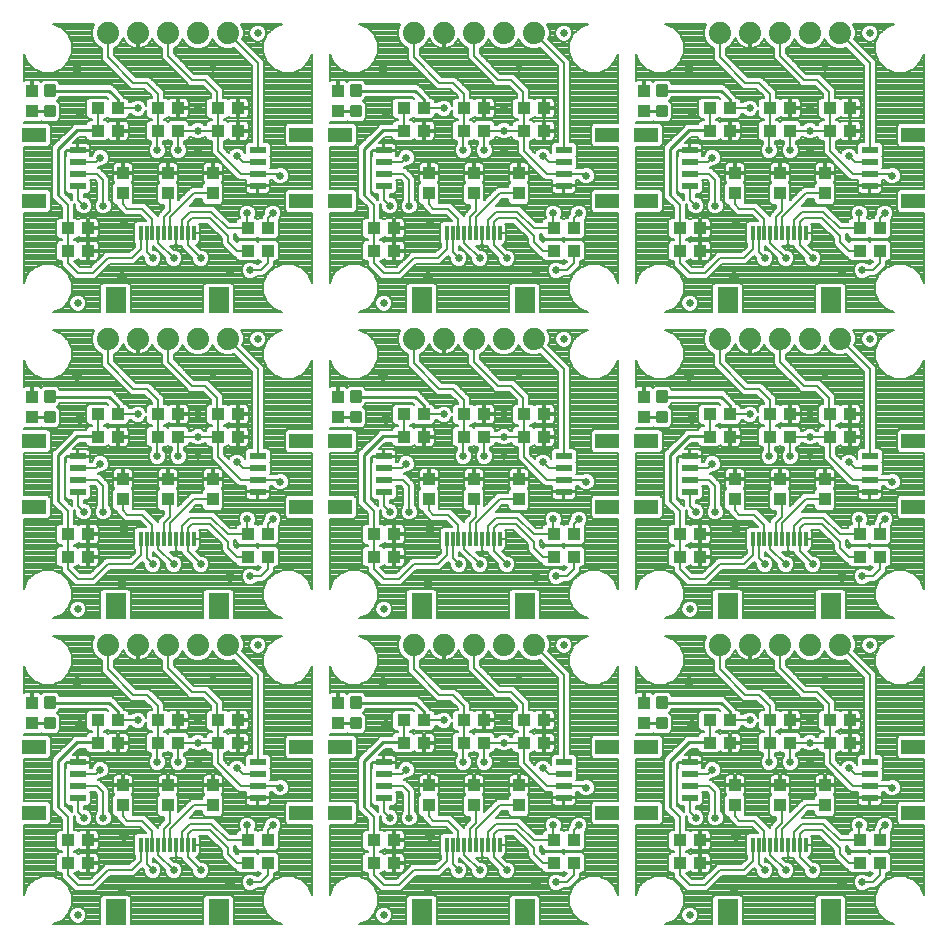
<source format=gtl>
G75*
%MOIN*%
%OFA0B0*%
%FSLAX25Y25*%
%IPPOS*%
%LPD*%
%AMOC8*
5,1,8,0,0,1.08239X$1,22.5*
%
%ADD10R,0.04331X0.03937*%
%ADD11R,0.03937X0.04331*%
%ADD12R,0.07874X0.04724*%
%ADD13R,0.05315X0.02362*%
%ADD14C,0.02500*%
%ADD15C,0.07400*%
%ADD16R,0.01181X0.05118*%
%ADD17R,0.07087X0.08661*%
%ADD18C,0.01181*%
%ADD19C,0.00800*%
%ADD20C,0.02600*%
%ADD21C,0.01000*%
%ADD22C,0.03400*%
D10*
X0078154Y0085000D03*
X0084846Y0085000D03*
X0084846Y0092500D03*
X0078154Y0092500D03*
X0088154Y0125000D03*
X0094846Y0125000D03*
X0094846Y0132500D03*
X0088154Y0132500D03*
X0108154Y0132500D03*
X0114846Y0132500D03*
X0114846Y0125000D03*
X0108154Y0125000D03*
X0128154Y0125000D03*
X0134846Y0125000D03*
X0134846Y0132500D03*
X0128154Y0132500D03*
X0138154Y0092500D03*
X0144846Y0092500D03*
X0144846Y0085000D03*
X0138154Y0085000D03*
X0180154Y0085000D03*
X0186846Y0085000D03*
X0186846Y0092500D03*
X0180154Y0092500D03*
X0190154Y0125000D03*
X0196846Y0125000D03*
X0196846Y0132500D03*
X0190154Y0132500D03*
X0210154Y0132500D03*
X0216846Y0132500D03*
X0216846Y0125000D03*
X0210154Y0125000D03*
X0230154Y0125000D03*
X0236846Y0125000D03*
X0236846Y0132500D03*
X0230154Y0132500D03*
X0240154Y0092500D03*
X0246846Y0092500D03*
X0246846Y0085000D03*
X0240154Y0085000D03*
X0282154Y0085000D03*
X0282154Y0092500D03*
X0288846Y0092500D03*
X0288846Y0085000D03*
X0292154Y0125000D03*
X0298846Y0125000D03*
X0298846Y0132500D03*
X0292154Y0132500D03*
X0312154Y0132500D03*
X0318846Y0132500D03*
X0318846Y0125000D03*
X0312154Y0125000D03*
X0332154Y0125000D03*
X0338846Y0125000D03*
X0338846Y0132500D03*
X0332154Y0132500D03*
X0342154Y0092500D03*
X0342154Y0085000D03*
X0348846Y0085000D03*
X0348846Y0092500D03*
X0348846Y0187000D03*
X0348846Y0194500D03*
X0342154Y0194500D03*
X0342154Y0187000D03*
X0338846Y0227000D03*
X0332154Y0227000D03*
X0332154Y0234500D03*
X0338846Y0234500D03*
X0318846Y0234500D03*
X0312154Y0234500D03*
X0312154Y0227000D03*
X0318846Y0227000D03*
X0298846Y0227000D03*
X0292154Y0227000D03*
X0292154Y0234500D03*
X0298846Y0234500D03*
X0288846Y0194500D03*
X0288846Y0187000D03*
X0282154Y0187000D03*
X0282154Y0194500D03*
X0246846Y0194500D03*
X0240154Y0194500D03*
X0240154Y0187000D03*
X0246846Y0187000D03*
X0236846Y0227000D03*
X0230154Y0227000D03*
X0230154Y0234500D03*
X0236846Y0234500D03*
X0216846Y0234500D03*
X0210154Y0234500D03*
X0210154Y0227000D03*
X0216846Y0227000D03*
X0196846Y0227000D03*
X0190154Y0227000D03*
X0190154Y0234500D03*
X0196846Y0234500D03*
X0186846Y0194500D03*
X0180154Y0194500D03*
X0180154Y0187000D03*
X0186846Y0187000D03*
X0144846Y0187000D03*
X0138154Y0187000D03*
X0138154Y0194500D03*
X0144846Y0194500D03*
X0134846Y0227000D03*
X0128154Y0227000D03*
X0128154Y0234500D03*
X0134846Y0234500D03*
X0114846Y0234500D03*
X0108154Y0234500D03*
X0108154Y0227000D03*
X0114846Y0227000D03*
X0094846Y0227000D03*
X0088154Y0227000D03*
X0088154Y0234500D03*
X0094846Y0234500D03*
X0084846Y0194500D03*
X0078154Y0194500D03*
X0078154Y0187000D03*
X0084846Y0187000D03*
X0084846Y0289000D03*
X0078154Y0289000D03*
X0078154Y0296500D03*
X0084846Y0296500D03*
X0088154Y0329000D03*
X0094846Y0329000D03*
X0094846Y0336500D03*
X0088154Y0336500D03*
X0108154Y0336500D03*
X0114846Y0336500D03*
X0114846Y0329000D03*
X0108154Y0329000D03*
X0128154Y0329000D03*
X0134846Y0329000D03*
X0134846Y0336500D03*
X0128154Y0336500D03*
X0138154Y0296500D03*
X0144846Y0296500D03*
X0144846Y0289000D03*
X0138154Y0289000D03*
X0180154Y0289000D03*
X0186846Y0289000D03*
X0186846Y0296500D03*
X0180154Y0296500D03*
X0190154Y0329000D03*
X0196846Y0329000D03*
X0196846Y0336500D03*
X0190154Y0336500D03*
X0210154Y0336500D03*
X0216846Y0336500D03*
X0216846Y0329000D03*
X0210154Y0329000D03*
X0230154Y0329000D03*
X0236846Y0329000D03*
X0236846Y0336500D03*
X0230154Y0336500D03*
X0240154Y0296500D03*
X0246846Y0296500D03*
X0246846Y0289000D03*
X0240154Y0289000D03*
X0282154Y0289000D03*
X0288846Y0289000D03*
X0288846Y0296500D03*
X0282154Y0296500D03*
X0292154Y0329000D03*
X0298846Y0329000D03*
X0298846Y0336500D03*
X0292154Y0336500D03*
X0312154Y0336500D03*
X0318846Y0336500D03*
X0318846Y0329000D03*
X0312154Y0329000D03*
X0332154Y0329000D03*
X0338846Y0329000D03*
X0338846Y0336500D03*
X0332154Y0336500D03*
X0342154Y0296500D03*
X0348846Y0296500D03*
X0348846Y0289000D03*
X0342154Y0289000D03*
D11*
X0330500Y0308154D03*
X0330500Y0314846D03*
X0315500Y0314846D03*
X0315500Y0308154D03*
X0300500Y0308154D03*
X0300500Y0314846D03*
X0270224Y0335594D03*
X0270224Y0342287D03*
X0228500Y0314846D03*
X0228500Y0308154D03*
X0213500Y0308154D03*
X0213500Y0314846D03*
X0198500Y0314846D03*
X0198500Y0308154D03*
X0168224Y0335594D03*
X0168224Y0342287D03*
X0126500Y0314846D03*
X0126500Y0308154D03*
X0111500Y0308154D03*
X0111500Y0314846D03*
X0096500Y0314846D03*
X0096500Y0308154D03*
X0066224Y0335594D03*
X0066224Y0342287D03*
X0066224Y0240287D03*
X0066224Y0233594D03*
X0096500Y0212846D03*
X0096500Y0206154D03*
X0111500Y0206154D03*
X0111500Y0212846D03*
X0126500Y0212846D03*
X0126500Y0206154D03*
X0168224Y0233594D03*
X0168224Y0240287D03*
X0198500Y0212846D03*
X0198500Y0206154D03*
X0213500Y0206154D03*
X0213500Y0212846D03*
X0228500Y0212846D03*
X0228500Y0206154D03*
X0270224Y0233594D03*
X0270224Y0240287D03*
X0300500Y0212846D03*
X0300500Y0206154D03*
X0315500Y0206154D03*
X0315500Y0212846D03*
X0330500Y0212846D03*
X0330500Y0206154D03*
X0270224Y0138287D03*
X0270224Y0131594D03*
X0300500Y0110846D03*
X0300500Y0104154D03*
X0315500Y0104154D03*
X0315500Y0110846D03*
X0330500Y0110846D03*
X0330500Y0104154D03*
X0228500Y0104154D03*
X0228500Y0110846D03*
X0213500Y0110846D03*
X0213500Y0104154D03*
X0198500Y0104154D03*
X0198500Y0110846D03*
X0168224Y0131594D03*
X0168224Y0138287D03*
X0126500Y0110846D03*
X0126500Y0104154D03*
X0111500Y0104154D03*
X0111500Y0110846D03*
X0096500Y0110846D03*
X0096500Y0104154D03*
X0066224Y0131594D03*
X0066224Y0138287D03*
D12*
X0067031Y0123524D03*
X0067031Y0101476D03*
X0155969Y0101476D03*
X0169031Y0101476D03*
X0169031Y0123524D03*
X0155969Y0123524D03*
X0155969Y0203476D03*
X0169031Y0203476D03*
X0169031Y0225524D03*
X0155969Y0225524D03*
X0155969Y0305476D03*
X0169031Y0305476D03*
X0169031Y0327524D03*
X0155969Y0327524D03*
X0067031Y0327524D03*
X0067031Y0305476D03*
X0067031Y0225524D03*
X0067031Y0203476D03*
X0257969Y0203476D03*
X0271031Y0203476D03*
X0271031Y0225524D03*
X0257969Y0225524D03*
X0257969Y0305476D03*
X0271031Y0305476D03*
X0271031Y0327524D03*
X0257969Y0327524D03*
X0359969Y0327524D03*
X0359969Y0305476D03*
X0359969Y0225524D03*
X0359969Y0203476D03*
X0359969Y0123524D03*
X0359969Y0101476D03*
X0271031Y0101476D03*
X0257969Y0101476D03*
X0257969Y0123524D03*
X0271031Y0123524D03*
D13*
X0285500Y0118406D03*
X0285500Y0114469D03*
X0285500Y0110531D03*
X0285500Y0106594D03*
X0243500Y0106594D03*
X0243500Y0110531D03*
X0243500Y0114469D03*
X0243500Y0118406D03*
X0183500Y0118406D03*
X0183500Y0114469D03*
X0183500Y0110531D03*
X0183500Y0106594D03*
X0141500Y0106594D03*
X0141500Y0110531D03*
X0141500Y0114469D03*
X0141500Y0118406D03*
X0081500Y0118406D03*
X0081500Y0114469D03*
X0081500Y0110531D03*
X0081500Y0106594D03*
X0081500Y0208594D03*
X0081500Y0212531D03*
X0081500Y0216469D03*
X0081500Y0220406D03*
X0141500Y0220406D03*
X0141500Y0216469D03*
X0141500Y0212531D03*
X0141500Y0208594D03*
X0183500Y0208594D03*
X0183500Y0212531D03*
X0183500Y0216469D03*
X0183500Y0220406D03*
X0243500Y0220406D03*
X0243500Y0216469D03*
X0243500Y0212531D03*
X0243500Y0208594D03*
X0285500Y0208594D03*
X0285500Y0212531D03*
X0285500Y0216469D03*
X0285500Y0220406D03*
X0345500Y0220406D03*
X0345500Y0216469D03*
X0345500Y0212531D03*
X0345500Y0208594D03*
X0345500Y0118406D03*
X0345500Y0114469D03*
X0345500Y0110531D03*
X0345500Y0106594D03*
X0345500Y0310594D03*
X0345500Y0314531D03*
X0345500Y0318469D03*
X0345500Y0322406D03*
X0285500Y0322406D03*
X0285500Y0318469D03*
X0285500Y0314531D03*
X0285500Y0310594D03*
X0243500Y0310594D03*
X0243500Y0314531D03*
X0243500Y0318469D03*
X0243500Y0322406D03*
X0183500Y0322406D03*
X0183500Y0318469D03*
X0183500Y0314531D03*
X0183500Y0310594D03*
X0141500Y0310594D03*
X0141500Y0314531D03*
X0141500Y0318469D03*
X0141500Y0322406D03*
X0081500Y0322406D03*
X0081500Y0318469D03*
X0081500Y0314531D03*
X0081500Y0310594D03*
D14*
X0081500Y0271500D03*
X0141500Y0259500D03*
X0183500Y0271500D03*
X0243500Y0259500D03*
X0285500Y0271500D03*
X0345500Y0259500D03*
X0285500Y0169500D03*
X0243500Y0157500D03*
X0183500Y0169500D03*
X0141500Y0157500D03*
X0081500Y0169500D03*
X0081500Y0067500D03*
X0183500Y0067500D03*
X0285500Y0067500D03*
X0345500Y0157500D03*
X0345500Y0361500D03*
X0243500Y0361500D03*
X0141500Y0361500D03*
D15*
X0131500Y0361500D03*
X0121500Y0361500D03*
X0111500Y0361500D03*
X0101500Y0361500D03*
X0091500Y0361500D03*
X0091500Y0259500D03*
X0101500Y0259500D03*
X0111500Y0259500D03*
X0121500Y0259500D03*
X0131500Y0259500D03*
X0193500Y0259500D03*
X0203500Y0259500D03*
X0213500Y0259500D03*
X0223500Y0259500D03*
X0233500Y0259500D03*
X0295500Y0259500D03*
X0305500Y0259500D03*
X0315500Y0259500D03*
X0325500Y0259500D03*
X0335500Y0259500D03*
X0335500Y0157500D03*
X0325500Y0157500D03*
X0315500Y0157500D03*
X0305500Y0157500D03*
X0295500Y0157500D03*
X0233500Y0157500D03*
X0223500Y0157500D03*
X0213500Y0157500D03*
X0203500Y0157500D03*
X0193500Y0157500D03*
X0131500Y0157500D03*
X0121500Y0157500D03*
X0111500Y0157500D03*
X0101500Y0157500D03*
X0091500Y0157500D03*
X0193500Y0361500D03*
X0203500Y0361500D03*
X0213500Y0361500D03*
X0223500Y0361500D03*
X0233500Y0361500D03*
X0295500Y0361500D03*
X0305500Y0361500D03*
X0315500Y0361500D03*
X0325500Y0361500D03*
X0335500Y0361500D03*
D16*
X0324161Y0294886D03*
X0322193Y0294886D03*
X0320224Y0294886D03*
X0318256Y0294886D03*
X0316287Y0294886D03*
X0314319Y0294886D03*
X0312350Y0294886D03*
X0310382Y0294886D03*
X0308413Y0294886D03*
X0306445Y0294886D03*
X0222161Y0294886D03*
X0220193Y0294886D03*
X0218224Y0294886D03*
X0216256Y0294886D03*
X0214287Y0294886D03*
X0212319Y0294886D03*
X0210350Y0294886D03*
X0208382Y0294886D03*
X0206413Y0294886D03*
X0204445Y0294886D03*
X0120161Y0294886D03*
X0118193Y0294886D03*
X0116224Y0294886D03*
X0114256Y0294886D03*
X0112287Y0294886D03*
X0110319Y0294886D03*
X0108350Y0294886D03*
X0106382Y0294886D03*
X0104413Y0294886D03*
X0102445Y0294886D03*
X0102445Y0192886D03*
X0104413Y0192886D03*
X0106382Y0192886D03*
X0108350Y0192886D03*
X0110319Y0192886D03*
X0112287Y0192886D03*
X0114256Y0192886D03*
X0116224Y0192886D03*
X0118193Y0192886D03*
X0120161Y0192886D03*
X0204445Y0192886D03*
X0206413Y0192886D03*
X0208382Y0192886D03*
X0210350Y0192886D03*
X0212319Y0192886D03*
X0214287Y0192886D03*
X0216256Y0192886D03*
X0218224Y0192886D03*
X0220193Y0192886D03*
X0222161Y0192886D03*
X0306445Y0192886D03*
X0308413Y0192886D03*
X0310382Y0192886D03*
X0312350Y0192886D03*
X0314319Y0192886D03*
X0316287Y0192886D03*
X0318256Y0192886D03*
X0320224Y0192886D03*
X0322193Y0192886D03*
X0324161Y0192886D03*
X0324161Y0090886D03*
X0322193Y0090886D03*
X0320224Y0090886D03*
X0318256Y0090886D03*
X0316287Y0090886D03*
X0314319Y0090886D03*
X0312350Y0090886D03*
X0310382Y0090886D03*
X0308413Y0090886D03*
X0306445Y0090886D03*
X0222161Y0090886D03*
X0220193Y0090886D03*
X0218224Y0090886D03*
X0216256Y0090886D03*
X0214287Y0090886D03*
X0212319Y0090886D03*
X0210350Y0090886D03*
X0208382Y0090886D03*
X0206413Y0090886D03*
X0204445Y0090886D03*
X0120161Y0090886D03*
X0118193Y0090886D03*
X0116224Y0090886D03*
X0114256Y0090886D03*
X0112287Y0090886D03*
X0110319Y0090886D03*
X0108350Y0090886D03*
X0106382Y0090886D03*
X0104413Y0090886D03*
X0102445Y0090886D03*
D17*
X0094177Y0068445D03*
X0128429Y0068445D03*
X0196177Y0068445D03*
X0230429Y0068445D03*
X0298177Y0068445D03*
X0332429Y0068445D03*
X0332429Y0170445D03*
X0298177Y0170445D03*
X0230429Y0170445D03*
X0196177Y0170445D03*
X0128429Y0170445D03*
X0094177Y0170445D03*
X0094177Y0272445D03*
X0128429Y0272445D03*
X0196177Y0272445D03*
X0230429Y0272445D03*
X0298177Y0272445D03*
X0332429Y0272445D03*
D18*
X0277508Y0241772D02*
X0274752Y0241772D01*
X0277508Y0241772D02*
X0277508Y0239016D01*
X0274752Y0239016D01*
X0274752Y0241772D01*
X0274752Y0240196D02*
X0277508Y0240196D01*
X0277508Y0241376D02*
X0274752Y0241376D01*
X0274752Y0234866D02*
X0277508Y0234866D01*
X0277508Y0232110D01*
X0274752Y0232110D01*
X0274752Y0234866D01*
X0274752Y0233290D02*
X0277508Y0233290D01*
X0277508Y0234470D02*
X0274752Y0234470D01*
X0274752Y0139772D02*
X0277508Y0139772D01*
X0277508Y0137016D01*
X0274752Y0137016D01*
X0274752Y0139772D01*
X0274752Y0138196D02*
X0277508Y0138196D01*
X0277508Y0139376D02*
X0274752Y0139376D01*
X0274752Y0132866D02*
X0277508Y0132866D01*
X0277508Y0130110D01*
X0274752Y0130110D01*
X0274752Y0132866D01*
X0274752Y0131290D02*
X0277508Y0131290D01*
X0277508Y0132470D02*
X0274752Y0132470D01*
X0175508Y0132866D02*
X0172752Y0132866D01*
X0175508Y0132866D02*
X0175508Y0130110D01*
X0172752Y0130110D01*
X0172752Y0132866D01*
X0172752Y0131290D02*
X0175508Y0131290D01*
X0175508Y0132470D02*
X0172752Y0132470D01*
X0172752Y0139772D02*
X0175508Y0139772D01*
X0175508Y0137016D01*
X0172752Y0137016D01*
X0172752Y0139772D01*
X0172752Y0138196D02*
X0175508Y0138196D01*
X0175508Y0139376D02*
X0172752Y0139376D01*
X0172752Y0234866D02*
X0175508Y0234866D01*
X0175508Y0232110D01*
X0172752Y0232110D01*
X0172752Y0234866D01*
X0172752Y0233290D02*
X0175508Y0233290D01*
X0175508Y0234470D02*
X0172752Y0234470D01*
X0172752Y0241772D02*
X0175508Y0241772D01*
X0175508Y0239016D01*
X0172752Y0239016D01*
X0172752Y0241772D01*
X0172752Y0240196D02*
X0175508Y0240196D01*
X0175508Y0241376D02*
X0172752Y0241376D01*
X0172752Y0336866D02*
X0175508Y0336866D01*
X0175508Y0334110D01*
X0172752Y0334110D01*
X0172752Y0336866D01*
X0172752Y0335290D02*
X0175508Y0335290D01*
X0175508Y0336470D02*
X0172752Y0336470D01*
X0172752Y0343772D02*
X0175508Y0343772D01*
X0175508Y0341016D01*
X0172752Y0341016D01*
X0172752Y0343772D01*
X0172752Y0342196D02*
X0175508Y0342196D01*
X0175508Y0343376D02*
X0172752Y0343376D01*
X0073508Y0343772D02*
X0070752Y0343772D01*
X0073508Y0343772D02*
X0073508Y0341016D01*
X0070752Y0341016D01*
X0070752Y0343772D01*
X0070752Y0342196D02*
X0073508Y0342196D01*
X0073508Y0343376D02*
X0070752Y0343376D01*
X0070752Y0336866D02*
X0073508Y0336866D01*
X0073508Y0334110D01*
X0070752Y0334110D01*
X0070752Y0336866D01*
X0070752Y0335290D02*
X0073508Y0335290D01*
X0073508Y0336470D02*
X0070752Y0336470D01*
X0070752Y0241772D02*
X0073508Y0241772D01*
X0073508Y0239016D01*
X0070752Y0239016D01*
X0070752Y0241772D01*
X0070752Y0240196D02*
X0073508Y0240196D01*
X0073508Y0241376D02*
X0070752Y0241376D01*
X0070752Y0234866D02*
X0073508Y0234866D01*
X0073508Y0232110D01*
X0070752Y0232110D01*
X0070752Y0234866D01*
X0070752Y0233290D02*
X0073508Y0233290D01*
X0073508Y0234470D02*
X0070752Y0234470D01*
X0070752Y0139772D02*
X0073508Y0139772D01*
X0073508Y0137016D01*
X0070752Y0137016D01*
X0070752Y0139772D01*
X0070752Y0138196D02*
X0073508Y0138196D01*
X0073508Y0139376D02*
X0070752Y0139376D01*
X0070752Y0132866D02*
X0073508Y0132866D01*
X0073508Y0130110D01*
X0070752Y0130110D01*
X0070752Y0132866D01*
X0070752Y0131290D02*
X0073508Y0131290D01*
X0073508Y0132470D02*
X0070752Y0132470D01*
X0274752Y0336866D02*
X0277508Y0336866D01*
X0277508Y0334110D01*
X0274752Y0334110D01*
X0274752Y0336866D01*
X0274752Y0335290D02*
X0277508Y0335290D01*
X0277508Y0336470D02*
X0274752Y0336470D01*
X0274752Y0343772D02*
X0277508Y0343772D01*
X0277508Y0341016D01*
X0274752Y0341016D01*
X0274752Y0343772D01*
X0274752Y0342196D02*
X0277508Y0342196D01*
X0277508Y0343376D02*
X0274752Y0343376D01*
D19*
X0076088Y0065633D02*
X0073353Y0064500D01*
X0089034Y0064500D01*
X0089034Y0073438D01*
X0089971Y0074376D01*
X0098383Y0074376D01*
X0099320Y0073438D01*
X0099320Y0064500D01*
X0123286Y0064500D01*
X0123286Y0073438D01*
X0124223Y0074376D01*
X0132635Y0074376D01*
X0133572Y0073438D01*
X0133572Y0064500D01*
X0149647Y0064500D01*
X0146912Y0065633D01*
X0144633Y0067912D01*
X0143400Y0070889D01*
X0143400Y0074111D01*
X0144633Y0077088D01*
X0146912Y0079367D01*
X0149889Y0080600D01*
X0153111Y0080600D01*
X0156088Y0079367D01*
X0158367Y0077088D01*
X0159500Y0074353D01*
X0159500Y0097514D01*
X0151369Y0097514D01*
X0150431Y0098451D01*
X0150431Y0104501D01*
X0151369Y0105439D01*
X0159500Y0105439D01*
X0159500Y0119561D01*
X0151369Y0119561D01*
X0150431Y0120499D01*
X0150431Y0126549D01*
X0151369Y0127486D01*
X0159500Y0127486D01*
X0159500Y0150647D01*
X0158367Y0147912D01*
X0156088Y0145633D01*
X0153111Y0144400D01*
X0149889Y0144400D01*
X0146912Y0145633D01*
X0144633Y0147912D01*
X0143400Y0150889D01*
X0143400Y0154111D01*
X0144633Y0157088D01*
X0146912Y0159367D01*
X0149647Y0160500D01*
X0135994Y0160500D01*
X0136800Y0158554D01*
X0136800Y0156446D01*
X0136385Y0155444D01*
X0143500Y0148328D01*
X0143500Y0121187D01*
X0144820Y0121187D01*
X0145757Y0120249D01*
X0145757Y0116562D01*
X0145633Y0116437D01*
X0145757Y0116312D01*
X0145757Y0112625D01*
X0145664Y0112531D01*
X0147534Y0112531D01*
X0148423Y0112900D01*
X0149577Y0112900D01*
X0150643Y0112458D01*
X0151458Y0111643D01*
X0151900Y0110577D01*
X0151900Y0109423D01*
X0151458Y0108357D01*
X0150643Y0107541D01*
X0149577Y0107100D01*
X0148423Y0107100D01*
X0147357Y0107541D01*
X0146541Y0108357D01*
X0146469Y0108531D01*
X0145601Y0108531D01*
X0145434Y0108364D01*
X0145462Y0108316D01*
X0145557Y0107960D01*
X0145557Y0106785D01*
X0141691Y0106785D01*
X0141691Y0106404D01*
X0145557Y0106404D01*
X0145557Y0105229D01*
X0145462Y0104873D01*
X0145278Y0104554D01*
X0145017Y0104293D01*
X0144698Y0104109D01*
X0144342Y0104013D01*
X0141691Y0104013D01*
X0141691Y0106404D01*
X0141309Y0106404D01*
X0137443Y0106404D01*
X0137443Y0105229D01*
X0137538Y0104873D01*
X0137722Y0104554D01*
X0137983Y0104293D01*
X0138302Y0104109D01*
X0138658Y0104013D01*
X0141309Y0104013D01*
X0141309Y0106404D01*
X0141309Y0106785D01*
X0137443Y0106785D01*
X0137443Y0107960D01*
X0137538Y0108316D01*
X0137566Y0108364D01*
X0137399Y0108531D01*
X0135140Y0108531D01*
X0133969Y0109703D01*
X0126154Y0117518D01*
X0126154Y0121431D01*
X0125325Y0121431D01*
X0124388Y0122369D01*
X0124388Y0123000D01*
X0123601Y0123000D01*
X0123143Y0122541D01*
X0122077Y0122100D01*
X0120923Y0122100D01*
X0119857Y0122541D01*
X0119399Y0123000D01*
X0118612Y0123000D01*
X0118612Y0122369D01*
X0117675Y0121431D01*
X0117000Y0121431D01*
X0117000Y0120601D01*
X0117458Y0120143D01*
X0117900Y0119077D01*
X0117900Y0117923D01*
X0117458Y0116857D01*
X0116643Y0116041D01*
X0115577Y0115600D01*
X0114423Y0115600D01*
X0113357Y0116041D01*
X0112541Y0116857D01*
X0112100Y0117923D01*
X0112100Y0119077D01*
X0112541Y0120143D01*
X0113000Y0120601D01*
X0113000Y0121431D01*
X0112018Y0121431D01*
X0111500Y0121950D01*
X0110982Y0121431D01*
X0110000Y0121431D01*
X0110000Y0120601D01*
X0110458Y0120143D01*
X0110900Y0119077D01*
X0110900Y0117923D01*
X0110458Y0116857D01*
X0109643Y0116041D01*
X0108577Y0115600D01*
X0107423Y0115600D01*
X0106357Y0116041D01*
X0105541Y0116857D01*
X0105100Y0117923D01*
X0105100Y0119077D01*
X0105541Y0120143D01*
X0106000Y0120601D01*
X0106000Y0121431D01*
X0105325Y0121431D01*
X0104388Y0122369D01*
X0104388Y0127631D01*
X0105325Y0128568D01*
X0106154Y0128568D01*
X0106154Y0128931D01*
X0105325Y0128931D01*
X0104388Y0129869D01*
X0104388Y0131895D01*
X0103958Y0130857D01*
X0103143Y0130041D01*
X0102077Y0129600D01*
X0100923Y0129600D01*
X0099857Y0130041D01*
X0099399Y0130500D01*
X0098612Y0130500D01*
X0098612Y0129869D01*
X0097675Y0128931D01*
X0092018Y0128931D01*
X0091500Y0129450D01*
X0090982Y0128931D01*
X0090154Y0128931D01*
X0090154Y0128568D01*
X0090982Y0128568D01*
X0091641Y0127909D01*
X0091821Y0128089D01*
X0092141Y0128273D01*
X0092497Y0128368D01*
X0094446Y0128368D01*
X0094446Y0125400D01*
X0095246Y0125400D01*
X0095246Y0128368D01*
X0097196Y0128368D01*
X0097552Y0128273D01*
X0097871Y0128089D01*
X0098132Y0127828D01*
X0098316Y0127509D01*
X0098412Y0127153D01*
X0098412Y0125400D01*
X0095246Y0125400D01*
X0095246Y0124600D01*
X0095246Y0121631D01*
X0097196Y0121631D01*
X0097552Y0121727D01*
X0097871Y0121911D01*
X0098132Y0122172D01*
X0098316Y0122491D01*
X0098412Y0122847D01*
X0098412Y0124600D01*
X0095246Y0124600D01*
X0094446Y0124600D01*
X0094446Y0121631D01*
X0092497Y0121631D01*
X0092141Y0121727D01*
X0091821Y0121911D01*
X0091641Y0122091D01*
X0090982Y0121431D01*
X0085325Y0121431D01*
X0084388Y0122369D01*
X0084388Y0122998D01*
X0082055Y0122998D01*
X0080043Y0120987D01*
X0081309Y0120987D01*
X0081309Y0118596D01*
X0077653Y0118596D01*
X0077100Y0118044D01*
X0077100Y0104228D01*
X0079500Y0101828D01*
X0079500Y0103813D01*
X0078180Y0103813D01*
X0077243Y0104751D01*
X0077243Y0108438D01*
X0077367Y0108563D01*
X0077243Y0108688D01*
X0077243Y0112375D01*
X0077367Y0112500D01*
X0077243Y0112625D01*
X0077243Y0116312D01*
X0077566Y0116636D01*
X0077538Y0116684D01*
X0077443Y0117040D01*
X0077443Y0118215D01*
X0081309Y0118215D01*
X0081309Y0118596D01*
X0081691Y0118596D01*
X0085557Y0118596D01*
X0085557Y0119771D01*
X0085462Y0120127D01*
X0085278Y0120446D01*
X0085017Y0120707D01*
X0084698Y0120891D01*
X0084342Y0120987D01*
X0081691Y0120987D01*
X0081691Y0118596D01*
X0081691Y0118215D01*
X0085557Y0118215D01*
X0085557Y0117040D01*
X0085462Y0116684D01*
X0085434Y0116636D01*
X0085601Y0116468D01*
X0086100Y0116468D01*
X0086100Y0116577D01*
X0086541Y0117643D01*
X0087357Y0118458D01*
X0088423Y0118900D01*
X0089577Y0118900D01*
X0090643Y0118458D01*
X0091458Y0117643D01*
X0091900Y0116577D01*
X0091900Y0115423D01*
X0091458Y0114357D01*
X0090643Y0113541D01*
X0089577Y0113100D01*
X0088928Y0113100D01*
X0088360Y0112531D01*
X0088797Y0112531D01*
X0090828Y0110500D01*
X0092000Y0109328D01*
X0092000Y0102101D01*
X0092458Y0101643D01*
X0092900Y0100577D01*
X0092900Y0099423D01*
X0092458Y0098357D01*
X0091643Y0097541D01*
X0090577Y0097100D01*
X0089423Y0097100D01*
X0088357Y0097541D01*
X0087541Y0098357D01*
X0087100Y0099423D01*
X0087100Y0100577D01*
X0087541Y0101643D01*
X0088000Y0102101D01*
X0088000Y0107672D01*
X0087140Y0108531D01*
X0085664Y0108531D01*
X0085757Y0108438D01*
X0085757Y0104751D01*
X0084820Y0103813D01*
X0083500Y0103813D01*
X0083500Y0102900D01*
X0084077Y0102900D01*
X0085143Y0102458D01*
X0085958Y0101643D01*
X0086400Y0100577D01*
X0086400Y0099423D01*
X0085958Y0098357D01*
X0085143Y0097541D01*
X0084077Y0097100D01*
X0082923Y0097100D01*
X0081857Y0097541D01*
X0081041Y0098357D01*
X0080600Y0099423D01*
X0080600Y0100072D01*
X0080154Y0100518D01*
X0080154Y0096068D01*
X0080982Y0096068D01*
X0081641Y0095409D01*
X0081821Y0095589D01*
X0082141Y0095773D01*
X0082497Y0095868D01*
X0084446Y0095868D01*
X0084446Y0092900D01*
X0085246Y0092900D01*
X0085246Y0095868D01*
X0087196Y0095868D01*
X0087552Y0095773D01*
X0087871Y0095589D01*
X0088132Y0095328D01*
X0088316Y0095009D01*
X0088412Y0094653D01*
X0088412Y0092900D01*
X0085246Y0092900D01*
X0085246Y0092100D01*
X0085246Y0089131D01*
X0087196Y0089131D01*
X0087552Y0089227D01*
X0087871Y0089411D01*
X0088132Y0089672D01*
X0088316Y0089991D01*
X0088412Y0090347D01*
X0088412Y0092100D01*
X0085246Y0092100D01*
X0084446Y0092100D01*
X0084446Y0089131D01*
X0082497Y0089131D01*
X0082141Y0089227D01*
X0081821Y0089411D01*
X0081641Y0089591D01*
X0080982Y0088931D01*
X0080154Y0088931D01*
X0080154Y0088568D01*
X0080982Y0088568D01*
X0081641Y0087909D01*
X0081821Y0088089D01*
X0082141Y0088273D01*
X0082497Y0088368D01*
X0084446Y0088368D01*
X0084446Y0085400D01*
X0085246Y0085400D01*
X0085246Y0088368D01*
X0087196Y0088368D01*
X0087552Y0088273D01*
X0087871Y0088089D01*
X0088132Y0087828D01*
X0088316Y0087509D01*
X0088412Y0087153D01*
X0088412Y0085400D01*
X0085246Y0085400D01*
X0085246Y0084600D01*
X0085246Y0081631D01*
X0087196Y0081631D01*
X0087552Y0081727D01*
X0087871Y0081911D01*
X0088132Y0082172D01*
X0088316Y0082491D01*
X0088412Y0082847D01*
X0088412Y0084600D01*
X0085246Y0084600D01*
X0084446Y0084600D01*
X0084446Y0081631D01*
X0082497Y0081631D01*
X0082141Y0081727D01*
X0081821Y0081911D01*
X0081641Y0082091D01*
X0080982Y0081431D01*
X0080397Y0081431D01*
X0082328Y0079500D01*
X0085672Y0079500D01*
X0089500Y0083328D01*
X0090672Y0084500D01*
X0098672Y0084500D01*
X0100500Y0086328D01*
X0100500Y0087418D01*
X0100254Y0087664D01*
X0100254Y0094108D01*
X0101192Y0095045D01*
X0104127Y0095045D01*
X0102172Y0097000D01*
X0097172Y0097000D01*
X0096000Y0098172D01*
X0094500Y0099672D01*
X0094500Y0100388D01*
X0093869Y0100388D01*
X0092931Y0101325D01*
X0092931Y0106982D01*
X0093591Y0107641D01*
X0093411Y0107821D01*
X0093227Y0108141D01*
X0093131Y0108497D01*
X0093131Y0110446D01*
X0096100Y0110446D01*
X0096100Y0111246D01*
X0093131Y0111246D01*
X0093131Y0113196D01*
X0093227Y0113552D01*
X0093411Y0113871D01*
X0093672Y0114132D01*
X0093991Y0114316D01*
X0094347Y0114412D01*
X0096100Y0114412D01*
X0096100Y0111246D01*
X0096900Y0111246D01*
X0099868Y0111246D01*
X0099868Y0113196D01*
X0099773Y0113552D01*
X0099589Y0113871D01*
X0099328Y0114132D01*
X0099009Y0114316D01*
X0098653Y0114412D01*
X0096900Y0114412D01*
X0096900Y0111246D01*
X0096900Y0110446D01*
X0099868Y0110446D01*
X0099868Y0108497D01*
X0099773Y0108141D01*
X0099589Y0107821D01*
X0099409Y0107641D01*
X0100068Y0106982D01*
X0100068Y0101325D01*
X0099743Y0101000D01*
X0103828Y0101000D01*
X0107210Y0097618D01*
X0108319Y0096509D01*
X0108319Y0097147D01*
X0110287Y0099116D01*
X0110287Y0100388D01*
X0108869Y0100388D01*
X0107931Y0101325D01*
X0107931Y0106982D01*
X0108591Y0107641D01*
X0108411Y0107821D01*
X0108227Y0108141D01*
X0108131Y0108497D01*
X0108131Y0110446D01*
X0111100Y0110446D01*
X0111100Y0111246D01*
X0108131Y0111246D01*
X0108131Y0113196D01*
X0108227Y0113552D01*
X0108411Y0113871D01*
X0108672Y0114132D01*
X0108991Y0114316D01*
X0109347Y0114412D01*
X0111100Y0114412D01*
X0111100Y0111246D01*
X0111900Y0111246D01*
X0114868Y0111246D01*
X0114868Y0113196D01*
X0114773Y0113552D01*
X0114589Y0113871D01*
X0114328Y0114132D01*
X0114009Y0114316D01*
X0113653Y0114412D01*
X0111900Y0114412D01*
X0111900Y0111246D01*
X0111900Y0110446D01*
X0114868Y0110446D01*
X0114868Y0108497D01*
X0114773Y0108141D01*
X0114589Y0107821D01*
X0114409Y0107641D01*
X0115068Y0106982D01*
X0115068Y0101897D01*
X0119325Y0106154D01*
X0122931Y0106154D01*
X0122931Y0106982D01*
X0123591Y0107641D01*
X0123411Y0107821D01*
X0123227Y0108141D01*
X0123131Y0108497D01*
X0123131Y0110446D01*
X0126100Y0110446D01*
X0126100Y0111246D01*
X0123131Y0111246D01*
X0123131Y0113196D01*
X0123227Y0113552D01*
X0123411Y0113871D01*
X0123672Y0114132D01*
X0123991Y0114316D01*
X0124347Y0114412D01*
X0126100Y0114412D01*
X0126100Y0111246D01*
X0126900Y0111246D01*
X0129868Y0111246D01*
X0129868Y0113196D01*
X0129773Y0113552D01*
X0129589Y0113871D01*
X0129328Y0114132D01*
X0129009Y0114316D01*
X0128653Y0114412D01*
X0126900Y0114412D01*
X0126900Y0111246D01*
X0126900Y0110446D01*
X0129868Y0110446D01*
X0129868Y0108497D01*
X0129773Y0108141D01*
X0129589Y0107821D01*
X0129409Y0107641D01*
X0130068Y0106982D01*
X0130068Y0101325D01*
X0129131Y0100388D01*
X0123869Y0100388D01*
X0122931Y0101325D01*
X0122931Y0102154D01*
X0120982Y0102154D01*
X0118828Y0100000D01*
X0126828Y0100000D01*
X0132328Y0094500D01*
X0134388Y0094500D01*
X0134388Y0095131D01*
X0135325Y0096068D01*
X0135454Y0096068D01*
X0135100Y0096923D01*
X0135100Y0098077D01*
X0135541Y0099143D01*
X0136357Y0099958D01*
X0137423Y0100400D01*
X0138577Y0100400D01*
X0139643Y0099958D01*
X0140458Y0099143D01*
X0140900Y0098077D01*
X0140900Y0096923D01*
X0140546Y0096068D01*
X0140982Y0096068D01*
X0141500Y0095550D01*
X0142018Y0096068D01*
X0142846Y0096068D01*
X0142846Y0096675D01*
X0143600Y0097428D01*
X0143600Y0098077D01*
X0144041Y0099143D01*
X0144857Y0099958D01*
X0145923Y0100400D01*
X0147077Y0100400D01*
X0148143Y0099958D01*
X0148958Y0099143D01*
X0149400Y0098077D01*
X0149400Y0096923D01*
X0148958Y0095857D01*
X0148422Y0095321D01*
X0148612Y0095131D01*
X0148612Y0089869D01*
X0147675Y0088931D01*
X0142018Y0088931D01*
X0141500Y0089450D01*
X0140982Y0088931D01*
X0135325Y0088931D01*
X0134388Y0089869D01*
X0134388Y0090500D01*
X0133500Y0090500D01*
X0133500Y0088828D01*
X0134543Y0087786D01*
X0135325Y0088568D01*
X0140982Y0088568D01*
X0141500Y0088050D01*
X0142018Y0088568D01*
X0147675Y0088568D01*
X0148612Y0087631D01*
X0148612Y0082369D01*
X0147675Y0081431D01*
X0146846Y0081431D01*
X0146846Y0080018D01*
X0144500Y0077672D01*
X0145217Y0077672D01*
X0144500Y0077672D02*
X0144500Y0077672D01*
X0143328Y0076500D01*
X0141101Y0076500D01*
X0140643Y0076041D01*
X0139577Y0075600D01*
X0138423Y0075600D01*
X0137357Y0076041D01*
X0136541Y0076857D01*
X0136100Y0077923D01*
X0136100Y0079077D01*
X0136541Y0080143D01*
X0137357Y0080958D01*
X0138423Y0081400D01*
X0139577Y0081400D01*
X0140643Y0080958D01*
X0141101Y0080500D01*
X0141672Y0080500D01*
X0142603Y0081431D01*
X0142018Y0081431D01*
X0141500Y0081950D01*
X0140982Y0081431D01*
X0135325Y0081431D01*
X0134388Y0082369D01*
X0134388Y0083000D01*
X0133672Y0083000D01*
X0130672Y0086000D01*
X0129500Y0087172D01*
X0129500Y0089172D01*
X0124672Y0094000D01*
X0122048Y0094000D01*
X0122057Y0093985D01*
X0122152Y0093629D01*
X0122152Y0090886D01*
X0120383Y0090886D01*
X0120383Y0090886D01*
X0122152Y0090886D01*
X0122152Y0088142D01*
X0122057Y0087786D01*
X0121872Y0087467D01*
X0121612Y0087206D01*
X0121292Y0087022D01*
X0120936Y0086927D01*
X0120902Y0086927D01*
X0122428Y0085400D01*
X0123077Y0085400D01*
X0124143Y0084958D01*
X0124958Y0084143D01*
X0125400Y0083077D01*
X0125400Y0081923D01*
X0124958Y0080857D01*
X0124143Y0080041D01*
X0123077Y0079600D01*
X0121923Y0079600D01*
X0120857Y0080041D01*
X0120041Y0080857D01*
X0119600Y0081923D01*
X0119600Y0082572D01*
X0116193Y0085979D01*
X0116193Y0086727D01*
X0114971Y0086727D01*
X0114771Y0086927D01*
X0114256Y0086927D01*
X0114256Y0087442D01*
X0114256Y0087442D01*
X0114256Y0087442D01*
X0114256Y0086927D01*
X0113741Y0086927D01*
X0113541Y0086727D01*
X0112102Y0086727D01*
X0113428Y0085400D01*
X0114077Y0085400D01*
X0115143Y0084958D01*
X0115958Y0084143D01*
X0116400Y0083077D01*
X0116400Y0081923D01*
X0115958Y0080857D01*
X0115143Y0080041D01*
X0114077Y0079600D01*
X0112923Y0079600D01*
X0111857Y0080041D01*
X0111041Y0080857D01*
X0110600Y0081923D01*
X0110600Y0082572D01*
X0106445Y0086727D01*
X0106413Y0086727D01*
X0106413Y0085415D01*
X0106428Y0085400D01*
X0107077Y0085400D01*
X0108143Y0084958D01*
X0108958Y0084143D01*
X0109400Y0083077D01*
X0109400Y0081923D01*
X0108958Y0080857D01*
X0108143Y0080041D01*
X0107077Y0079600D01*
X0105923Y0079600D01*
X0104857Y0080041D01*
X0104041Y0080857D01*
X0103600Y0081923D01*
X0103600Y0082572D01*
X0103000Y0083172D01*
X0100328Y0080500D01*
X0092328Y0080500D01*
X0087328Y0075500D01*
X0080672Y0075500D01*
X0079500Y0076672D01*
X0076154Y0080018D01*
X0076154Y0081431D01*
X0075325Y0081431D01*
X0074388Y0082369D01*
X0074388Y0087631D01*
X0075325Y0088568D01*
X0076154Y0088568D01*
X0076154Y0088931D01*
X0075325Y0088931D01*
X0074388Y0089869D01*
X0074388Y0095131D01*
X0075325Y0096068D01*
X0076154Y0096068D01*
X0076154Y0099518D01*
X0074272Y0101400D01*
X0074130Y0101400D01*
X0072900Y0102630D01*
X0072900Y0119783D01*
X0079085Y0125968D01*
X0080315Y0127198D01*
X0084388Y0127198D01*
X0084388Y0127631D01*
X0085325Y0128568D01*
X0086154Y0128568D01*
X0086154Y0128931D01*
X0085325Y0128931D01*
X0084388Y0129869D01*
X0084388Y0135131D01*
X0085325Y0136068D01*
X0090982Y0136068D01*
X0091500Y0135550D01*
X0091640Y0135690D01*
X0091036Y0136294D01*
X0075698Y0136294D01*
X0075698Y0136108D01*
X0074531Y0134941D01*
X0075698Y0133773D01*
X0075698Y0129203D01*
X0074415Y0127920D01*
X0069845Y0127920D01*
X0069395Y0128369D01*
X0068856Y0127829D01*
X0063593Y0127829D01*
X0063500Y0127922D01*
X0063500Y0127486D01*
X0071631Y0127486D01*
X0072568Y0126549D01*
X0072568Y0120499D01*
X0071631Y0119561D01*
X0063500Y0119561D01*
X0063500Y0105439D01*
X0071631Y0105439D01*
X0072568Y0104501D01*
X0072568Y0098451D01*
X0071631Y0097514D01*
X0063500Y0097514D01*
X0063500Y0074353D01*
X0064633Y0077088D01*
X0066912Y0079367D01*
X0069889Y0080600D01*
X0073111Y0080600D01*
X0076088Y0079367D01*
X0078367Y0077088D01*
X0079600Y0074111D01*
X0079600Y0070889D01*
X0078367Y0067912D01*
X0076088Y0065633D01*
X0076149Y0065694D02*
X0079275Y0065694D01*
X0079084Y0065886D02*
X0079886Y0065084D01*
X0080933Y0064650D01*
X0082067Y0064650D01*
X0083114Y0065084D01*
X0083916Y0065886D01*
X0084350Y0066933D01*
X0084350Y0068067D01*
X0083916Y0069114D01*
X0083114Y0069916D01*
X0082067Y0070350D01*
X0080933Y0070350D01*
X0079886Y0069916D01*
X0079084Y0069114D01*
X0078650Y0068067D01*
X0078650Y0066933D01*
X0079084Y0065886D01*
X0078832Y0066493D02*
X0076948Y0066493D01*
X0077746Y0067291D02*
X0078650Y0067291D01*
X0078659Y0068090D02*
X0078441Y0068090D01*
X0078771Y0068888D02*
X0078990Y0068888D01*
X0079102Y0069687D02*
X0079656Y0069687D01*
X0079433Y0070485D02*
X0089034Y0070485D01*
X0089034Y0069687D02*
X0083344Y0069687D01*
X0084010Y0068888D02*
X0089034Y0068888D01*
X0089034Y0068090D02*
X0084341Y0068090D01*
X0084350Y0067291D02*
X0089034Y0067291D01*
X0089034Y0066493D02*
X0084168Y0066493D01*
X0083725Y0065694D02*
X0089034Y0065694D01*
X0089034Y0064896D02*
X0082660Y0064896D01*
X0080340Y0064896D02*
X0074307Y0064896D01*
X0079600Y0071284D02*
X0089034Y0071284D01*
X0089034Y0072082D02*
X0079600Y0072082D01*
X0079600Y0072881D02*
X0089034Y0072881D01*
X0089275Y0073679D02*
X0079600Y0073679D01*
X0079448Y0074478D02*
X0143552Y0074478D01*
X0143400Y0073679D02*
X0133332Y0073679D01*
X0133572Y0072881D02*
X0143400Y0072881D01*
X0143400Y0072082D02*
X0133572Y0072082D01*
X0133572Y0071284D02*
X0143400Y0071284D01*
X0143567Y0070485D02*
X0133572Y0070485D01*
X0133572Y0069687D02*
X0143898Y0069687D01*
X0144229Y0068888D02*
X0133572Y0068888D01*
X0133572Y0068090D02*
X0144559Y0068090D01*
X0145254Y0067291D02*
X0133572Y0067291D01*
X0133572Y0066493D02*
X0146052Y0066493D01*
X0146851Y0065694D02*
X0133572Y0065694D01*
X0133572Y0064896D02*
X0148692Y0064896D01*
X0143883Y0075276D02*
X0079117Y0075276D01*
X0078787Y0076075D02*
X0080097Y0076075D01*
X0079298Y0076873D02*
X0078456Y0076873D01*
X0078500Y0077672D02*
X0077783Y0077672D01*
X0077701Y0078470D02*
X0076985Y0078470D01*
X0076903Y0079269D02*
X0076186Y0079269D01*
X0076154Y0080067D02*
X0074397Y0080067D01*
X0075093Y0081664D02*
X0063500Y0081664D01*
X0063500Y0080866D02*
X0076154Y0080866D01*
X0078154Y0080846D02*
X0081500Y0077500D01*
X0086500Y0077500D01*
X0091500Y0082500D01*
X0099500Y0082500D01*
X0102500Y0085500D01*
X0102500Y0090831D01*
X0102445Y0090886D01*
X0104413Y0090886D02*
X0104413Y0084587D01*
X0106500Y0082500D01*
X0109400Y0082463D02*
X0110600Y0082463D01*
X0110707Y0081664D02*
X0109293Y0081664D01*
X0108962Y0080866D02*
X0111038Y0080866D01*
X0111832Y0080067D02*
X0108168Y0080067D01*
X0104832Y0080067D02*
X0091896Y0080067D01*
X0091097Y0079269D02*
X0136179Y0079269D01*
X0136100Y0078470D02*
X0090299Y0078470D01*
X0089500Y0077672D02*
X0136204Y0077672D01*
X0136535Y0076873D02*
X0088702Y0076873D01*
X0087903Y0076075D02*
X0137324Y0076075D01*
X0139000Y0078500D02*
X0142500Y0078500D01*
X0144846Y0080846D01*
X0144846Y0085000D01*
X0148612Y0084858D02*
X0159500Y0084858D01*
X0159500Y0084060D02*
X0148612Y0084060D01*
X0148612Y0083261D02*
X0159500Y0083261D01*
X0159500Y0082463D02*
X0148612Y0082463D01*
X0147907Y0081664D02*
X0159500Y0081664D01*
X0159500Y0080866D02*
X0146846Y0080866D01*
X0146846Y0080067D02*
X0148603Y0080067D01*
X0146814Y0079269D02*
X0146097Y0079269D01*
X0146015Y0078470D02*
X0145299Y0078470D01*
X0144544Y0076873D02*
X0143702Y0076873D01*
X0144213Y0076075D02*
X0140676Y0076075D01*
X0136510Y0080067D02*
X0124168Y0080067D01*
X0124962Y0080866D02*
X0137265Y0080866D01*
X0135093Y0081664D02*
X0125293Y0081664D01*
X0125400Y0082463D02*
X0134388Y0082463D01*
X0133410Y0083261D02*
X0125324Y0083261D01*
X0124993Y0084060D02*
X0132612Y0084060D01*
X0131813Y0084858D02*
X0124243Y0084858D01*
X0122172Y0085657D02*
X0131015Y0085657D01*
X0130216Y0086455D02*
X0121373Y0086455D01*
X0121659Y0087254D02*
X0129500Y0087254D01*
X0129500Y0088052D02*
X0122128Y0088052D01*
X0122152Y0088851D02*
X0129500Y0088851D01*
X0129022Y0089649D02*
X0122152Y0089649D01*
X0122152Y0090448D02*
X0128224Y0090448D01*
X0127425Y0091246D02*
X0122152Y0091246D01*
X0122152Y0092045D02*
X0126627Y0092045D01*
X0125828Y0092843D02*
X0122152Y0092843D01*
X0122149Y0093642D02*
X0125030Y0093642D01*
X0125500Y0096000D02*
X0119500Y0096000D01*
X0118193Y0094693D01*
X0118193Y0090886D01*
X0118193Y0086807D01*
X0122500Y0082500D01*
X0119600Y0082463D02*
X0116400Y0082463D01*
X0116324Y0083261D02*
X0118910Y0083261D01*
X0118112Y0084060D02*
X0115993Y0084060D01*
X0115243Y0084858D02*
X0117313Y0084858D01*
X0116515Y0085657D02*
X0113172Y0085657D01*
X0114256Y0085744D02*
X0114500Y0085500D01*
X0114256Y0085744D02*
X0114256Y0090886D01*
X0116224Y0090886D02*
X0116224Y0095224D01*
X0119000Y0098000D01*
X0126000Y0098000D01*
X0131500Y0092500D01*
X0138000Y0092500D01*
X0138000Y0097500D01*
X0140900Y0097634D02*
X0143600Y0097634D01*
X0143748Y0098433D02*
X0140752Y0098433D01*
X0140370Y0099232D02*
X0144130Y0099232D01*
X0145030Y0100030D02*
X0139470Y0100030D01*
X0136530Y0100030D02*
X0118858Y0100030D01*
X0119657Y0100829D02*
X0123428Y0100829D01*
X0122931Y0101627D02*
X0120455Y0101627D01*
X0120154Y0104154D02*
X0112287Y0096287D01*
X0112287Y0090886D01*
X0110319Y0090886D02*
X0110319Y0096319D01*
X0112287Y0098287D01*
X0112287Y0103366D01*
X0111500Y0104154D01*
X0115068Y0104023D02*
X0117194Y0104023D01*
X0117993Y0104821D02*
X0115068Y0104821D01*
X0115068Y0105620D02*
X0118791Y0105620D01*
X0120154Y0104154D02*
X0126500Y0104154D01*
X0130068Y0104023D02*
X0138624Y0104023D01*
X0137568Y0104821D02*
X0130068Y0104821D01*
X0130068Y0105620D02*
X0137443Y0105620D01*
X0137443Y0107217D02*
X0129833Y0107217D01*
X0129701Y0108015D02*
X0137457Y0108015D01*
X0134858Y0108814D02*
X0129868Y0108814D01*
X0129868Y0109612D02*
X0134059Y0109612D01*
X0133261Y0110411D02*
X0129868Y0110411D01*
X0129868Y0112008D02*
X0131664Y0112008D01*
X0130865Y0112806D02*
X0129868Y0112806D01*
X0129743Y0113605D02*
X0130067Y0113605D01*
X0129268Y0114403D02*
X0128685Y0114403D01*
X0128470Y0115202D02*
X0091808Y0115202D01*
X0091900Y0116000D02*
X0106457Y0116000D01*
X0105600Y0116799D02*
X0091808Y0116799D01*
X0091477Y0117597D02*
X0105235Y0117597D01*
X0105100Y0118396D02*
X0090705Y0118396D01*
X0089000Y0116000D02*
X0087469Y0114469D01*
X0081500Y0114469D01*
X0081691Y0118396D02*
X0087295Y0118396D01*
X0086523Y0117597D02*
X0085557Y0117597D01*
X0085493Y0116799D02*
X0086192Y0116799D01*
X0085557Y0119194D02*
X0105149Y0119194D01*
X0105479Y0119993D02*
X0085498Y0119993D01*
X0084871Y0120791D02*
X0106000Y0120791D01*
X0105167Y0121590D02*
X0091140Y0121590D01*
X0094446Y0122388D02*
X0095246Y0122388D01*
X0095246Y0123187D02*
X0094446Y0123187D01*
X0094446Y0123985D02*
X0095246Y0123985D01*
X0095246Y0124784D02*
X0104388Y0124784D01*
X0104388Y0125582D02*
X0098412Y0125582D01*
X0098412Y0126381D02*
X0104388Y0126381D01*
X0104388Y0127179D02*
X0098405Y0127179D01*
X0097982Y0127978D02*
X0104735Y0127978D01*
X0104682Y0129575D02*
X0098318Y0129575D01*
X0098612Y0130373D02*
X0099525Y0130373D01*
X0101500Y0132500D02*
X0094846Y0132500D01*
X0096946Y0136068D02*
X0096946Y0136323D01*
X0092775Y0140494D01*
X0075698Y0140494D01*
X0075698Y0140679D01*
X0074415Y0141962D01*
X0069845Y0141962D01*
X0069254Y0141372D01*
X0069053Y0141573D01*
X0068733Y0141757D01*
X0068377Y0141853D01*
X0066624Y0141853D01*
X0066624Y0138687D01*
X0065824Y0138687D01*
X0065824Y0141853D01*
X0064072Y0141853D01*
X0063716Y0141757D01*
X0063500Y0141633D01*
X0063500Y0150647D01*
X0064633Y0147912D01*
X0066912Y0145633D01*
X0069889Y0144400D01*
X0073111Y0144400D01*
X0076088Y0145633D01*
X0078367Y0147912D01*
X0079600Y0150889D01*
X0079600Y0154111D01*
X0078367Y0157088D01*
X0076088Y0159367D01*
X0073353Y0160500D01*
X0087006Y0160500D01*
X0086200Y0158554D01*
X0086200Y0156446D01*
X0087007Y0154498D01*
X0088498Y0153007D01*
X0089500Y0152592D01*
X0089500Y0148672D01*
X0090672Y0147500D01*
X0099172Y0139000D01*
X0103672Y0139000D01*
X0106154Y0136518D01*
X0106154Y0136068D01*
X0105325Y0136068D01*
X0104388Y0135131D01*
X0104388Y0133105D01*
X0103958Y0134143D01*
X0103143Y0134958D01*
X0102077Y0135400D01*
X0100923Y0135400D01*
X0099857Y0134958D01*
X0099399Y0134500D01*
X0098612Y0134500D01*
X0098612Y0135131D01*
X0097675Y0136068D01*
X0096946Y0136068D01*
X0096507Y0136762D02*
X0105910Y0136762D01*
X0105220Y0135963D02*
X0097780Y0135963D01*
X0098579Y0135165D02*
X0100355Y0135165D01*
X0102645Y0135165D02*
X0104421Y0135165D01*
X0104388Y0134366D02*
X0103735Y0134366D01*
X0104197Y0133568D02*
X0104388Y0133568D01*
X0104388Y0131172D02*
X0104089Y0131172D01*
X0104388Y0130373D02*
X0103475Y0130373D01*
X0106154Y0128776D02*
X0090154Y0128776D01*
X0091572Y0127978D02*
X0091711Y0127978D01*
X0094446Y0127978D02*
X0095246Y0127978D01*
X0095246Y0127179D02*
X0094446Y0127179D01*
X0094446Y0126381D02*
X0095246Y0126381D01*
X0095246Y0125582D02*
X0094446Y0125582D01*
X0098412Y0123985D02*
X0104388Y0123985D01*
X0104388Y0123187D02*
X0098412Y0123187D01*
X0098257Y0122388D02*
X0104388Y0122388D01*
X0108000Y0124846D02*
X0108000Y0118500D01*
X0110900Y0118396D02*
X0112100Y0118396D01*
X0112149Y0119194D02*
X0110851Y0119194D01*
X0110521Y0119993D02*
X0112479Y0119993D01*
X0113000Y0120791D02*
X0110000Y0120791D01*
X0111140Y0121590D02*
X0111860Y0121590D01*
X0114256Y0124409D02*
X0114846Y0125000D01*
X0121500Y0125000D01*
X0128154Y0125000D01*
X0128154Y0118346D01*
X0135969Y0110531D01*
X0141500Y0110531D01*
X0148469Y0110531D01*
X0149000Y0110000D01*
X0151094Y0112008D02*
X0159500Y0112008D01*
X0159500Y0112806D02*
X0149803Y0112806D01*
X0148197Y0112806D02*
X0145757Y0112806D01*
X0145757Y0113605D02*
X0159500Y0113605D01*
X0159500Y0114403D02*
X0145757Y0114403D01*
X0145757Y0115202D02*
X0159500Y0115202D01*
X0159500Y0116000D02*
X0145757Y0116000D01*
X0145757Y0116799D02*
X0159500Y0116799D01*
X0159500Y0117597D02*
X0145757Y0117597D01*
X0145757Y0118396D02*
X0159500Y0118396D01*
X0159500Y0119194D02*
X0145757Y0119194D01*
X0145757Y0119993D02*
X0150937Y0119993D01*
X0150431Y0120791D02*
X0145215Y0120791D01*
X0143500Y0121590D02*
X0150431Y0121590D01*
X0150431Y0122388D02*
X0143500Y0122388D01*
X0143500Y0123187D02*
X0150431Y0123187D01*
X0150431Y0123985D02*
X0143500Y0123985D01*
X0143500Y0124784D02*
X0150431Y0124784D01*
X0150431Y0125582D02*
X0143500Y0125582D01*
X0143500Y0126381D02*
X0150431Y0126381D01*
X0151062Y0127179D02*
X0143500Y0127179D01*
X0143500Y0127978D02*
X0159500Y0127978D01*
X0159500Y0128776D02*
X0143500Y0128776D01*
X0143500Y0129575D02*
X0159500Y0129575D01*
X0159500Y0130373D02*
X0143500Y0130373D01*
X0143500Y0131172D02*
X0159500Y0131172D01*
X0159500Y0131970D02*
X0143500Y0131970D01*
X0143500Y0132769D02*
X0159500Y0132769D01*
X0159500Y0133568D02*
X0143500Y0133568D01*
X0143500Y0134366D02*
X0159500Y0134366D01*
X0159500Y0135165D02*
X0143500Y0135165D01*
X0143500Y0135963D02*
X0159500Y0135963D01*
X0159500Y0136762D02*
X0143500Y0136762D01*
X0143500Y0137560D02*
X0159500Y0137560D01*
X0159500Y0138359D02*
X0143500Y0138359D01*
X0143500Y0139157D02*
X0159500Y0139157D01*
X0159500Y0139956D02*
X0143500Y0139956D01*
X0143500Y0140754D02*
X0159500Y0140754D01*
X0159500Y0141553D02*
X0143500Y0141553D01*
X0143500Y0142351D02*
X0159500Y0142351D01*
X0159500Y0143150D02*
X0143500Y0143150D01*
X0143500Y0143948D02*
X0159500Y0143948D01*
X0159500Y0144747D02*
X0153948Y0144747D01*
X0155876Y0145545D02*
X0159500Y0145545D01*
X0159500Y0146344D02*
X0156799Y0146344D01*
X0157597Y0147142D02*
X0159500Y0147142D01*
X0159500Y0147941D02*
X0158379Y0147941D01*
X0158710Y0148739D02*
X0159500Y0148739D01*
X0159500Y0149538D02*
X0159040Y0149538D01*
X0159371Y0150336D02*
X0159500Y0150336D01*
X0165500Y0150336D02*
X0165629Y0150336D01*
X0165500Y0150647D02*
X0166633Y0147912D01*
X0168912Y0145633D01*
X0171889Y0144400D01*
X0175111Y0144400D01*
X0178088Y0145633D01*
X0180367Y0147912D01*
X0181600Y0150889D01*
X0181600Y0154111D01*
X0180367Y0157088D01*
X0178088Y0159367D01*
X0175353Y0160500D01*
X0189006Y0160500D01*
X0188200Y0158554D01*
X0188200Y0156446D01*
X0189007Y0154498D01*
X0190498Y0153007D01*
X0191500Y0152592D01*
X0191500Y0148672D01*
X0192672Y0147500D01*
X0201172Y0139000D01*
X0205672Y0139000D01*
X0208154Y0136518D01*
X0208154Y0136068D01*
X0207325Y0136068D01*
X0206388Y0135131D01*
X0206388Y0133105D01*
X0205958Y0134143D01*
X0205143Y0134958D01*
X0204077Y0135400D01*
X0202923Y0135400D01*
X0201857Y0134958D01*
X0201399Y0134500D01*
X0200612Y0134500D01*
X0200612Y0135131D01*
X0199675Y0136068D01*
X0198946Y0136068D01*
X0198946Y0136323D01*
X0194775Y0140494D01*
X0177698Y0140494D01*
X0177698Y0140679D01*
X0176415Y0141962D01*
X0171845Y0141962D01*
X0171254Y0141372D01*
X0171053Y0141573D01*
X0170733Y0141757D01*
X0170377Y0141853D01*
X0168624Y0141853D01*
X0168624Y0138687D01*
X0167824Y0138687D01*
X0167824Y0141853D01*
X0166072Y0141853D01*
X0165716Y0141757D01*
X0165500Y0141633D01*
X0165500Y0150647D01*
X0165500Y0149538D02*
X0165960Y0149538D01*
X0166290Y0148739D02*
X0165500Y0148739D01*
X0165500Y0147941D02*
X0166621Y0147941D01*
X0167403Y0147142D02*
X0165500Y0147142D01*
X0165500Y0146344D02*
X0168201Y0146344D01*
X0169124Y0145545D02*
X0165500Y0145545D01*
X0165500Y0144747D02*
X0171052Y0144747D01*
X0171073Y0141553D02*
X0171435Y0141553D01*
X0168624Y0141553D02*
X0167824Y0141553D01*
X0167824Y0140754D02*
X0168624Y0140754D01*
X0168624Y0139956D02*
X0167824Y0139956D01*
X0167824Y0139157D02*
X0168624Y0139157D01*
X0165500Y0142351D02*
X0197820Y0142351D01*
X0197022Y0143150D02*
X0165500Y0143150D01*
X0165500Y0143948D02*
X0196223Y0143948D01*
X0195425Y0144747D02*
X0175948Y0144747D01*
X0177876Y0145545D02*
X0194626Y0145545D01*
X0193828Y0146344D02*
X0178799Y0146344D01*
X0179597Y0147142D02*
X0193029Y0147142D01*
X0192231Y0147941D02*
X0180379Y0147941D01*
X0180710Y0148739D02*
X0191500Y0148739D01*
X0191500Y0149538D02*
X0181040Y0149538D01*
X0181371Y0150336D02*
X0191500Y0150336D01*
X0191500Y0151135D02*
X0181600Y0151135D01*
X0181600Y0151933D02*
X0191500Y0151933D01*
X0191162Y0152732D02*
X0181600Y0152732D01*
X0181600Y0153530D02*
X0189974Y0153530D01*
X0189176Y0154329D02*
X0181510Y0154329D01*
X0181179Y0155127D02*
X0188746Y0155127D01*
X0188415Y0155926D02*
X0180848Y0155926D01*
X0180518Y0156724D02*
X0188200Y0156724D01*
X0188200Y0157523D02*
X0179932Y0157523D01*
X0179134Y0158321D02*
X0188200Y0158321D01*
X0188434Y0159120D02*
X0178335Y0159120D01*
X0176757Y0159918D02*
X0188765Y0159918D01*
X0193500Y0157500D02*
X0193500Y0149500D01*
X0202000Y0141000D01*
X0206500Y0141000D01*
X0210154Y0137346D01*
X0210154Y0132500D01*
X0210154Y0125000D01*
X0210000Y0124846D01*
X0210000Y0118500D01*
X0208000Y0120601D02*
X0207541Y0120143D01*
X0207100Y0119077D01*
X0207100Y0117923D01*
X0207541Y0116857D01*
X0208357Y0116041D01*
X0209423Y0115600D01*
X0210577Y0115600D01*
X0211643Y0116041D01*
X0212458Y0116857D01*
X0212900Y0117923D01*
X0212900Y0119077D01*
X0212458Y0120143D01*
X0212000Y0120601D01*
X0212000Y0121431D01*
X0212982Y0121431D01*
X0213500Y0121950D01*
X0214018Y0121431D01*
X0215000Y0121431D01*
X0215000Y0120601D01*
X0214541Y0120143D01*
X0214100Y0119077D01*
X0214100Y0117923D01*
X0214541Y0116857D01*
X0215357Y0116041D01*
X0216423Y0115600D01*
X0217577Y0115600D01*
X0218643Y0116041D01*
X0219458Y0116857D01*
X0219900Y0117923D01*
X0219900Y0119077D01*
X0219458Y0120143D01*
X0219000Y0120601D01*
X0219000Y0121431D01*
X0219675Y0121431D01*
X0220612Y0122369D01*
X0220612Y0123000D01*
X0221399Y0123000D01*
X0221857Y0122541D01*
X0222923Y0122100D01*
X0224077Y0122100D01*
X0225143Y0122541D01*
X0225601Y0123000D01*
X0226388Y0123000D01*
X0226388Y0122369D01*
X0227325Y0121431D01*
X0228154Y0121431D01*
X0228154Y0117518D01*
X0237140Y0108531D01*
X0239399Y0108531D01*
X0239566Y0108364D01*
X0239538Y0108316D01*
X0239443Y0107960D01*
X0239443Y0106785D01*
X0243309Y0106785D01*
X0243309Y0106404D01*
X0239443Y0106404D01*
X0239443Y0105229D01*
X0239538Y0104873D01*
X0239722Y0104554D01*
X0239983Y0104293D01*
X0240302Y0104109D01*
X0240658Y0104013D01*
X0243309Y0104013D01*
X0243309Y0106404D01*
X0243691Y0106404D01*
X0243691Y0106785D01*
X0247557Y0106785D01*
X0247557Y0107960D01*
X0247462Y0108316D01*
X0247434Y0108364D01*
X0247601Y0108531D01*
X0248469Y0108531D01*
X0248541Y0108357D01*
X0249357Y0107541D01*
X0250423Y0107100D01*
X0251577Y0107100D01*
X0252643Y0107541D01*
X0253458Y0108357D01*
X0253900Y0109423D01*
X0253900Y0110577D01*
X0253458Y0111643D01*
X0252643Y0112458D01*
X0251577Y0112900D01*
X0250423Y0112900D01*
X0249534Y0112531D01*
X0247664Y0112531D01*
X0247757Y0112625D01*
X0247757Y0116312D01*
X0247633Y0116437D01*
X0247757Y0116562D01*
X0247757Y0120249D01*
X0246820Y0121187D01*
X0245500Y0121187D01*
X0245500Y0148328D01*
X0238385Y0155444D01*
X0238800Y0156446D01*
X0238800Y0158554D01*
X0237994Y0160500D01*
X0251647Y0160500D01*
X0248912Y0159367D01*
X0246633Y0157088D01*
X0245400Y0154111D01*
X0245400Y0150889D01*
X0246633Y0147912D01*
X0248912Y0145633D01*
X0251889Y0144400D01*
X0255111Y0144400D01*
X0258088Y0145633D01*
X0260367Y0147912D01*
X0261500Y0150647D01*
X0261500Y0127486D01*
X0253369Y0127486D01*
X0252431Y0126549D01*
X0252431Y0120499D01*
X0253369Y0119561D01*
X0261500Y0119561D01*
X0261500Y0105439D01*
X0253369Y0105439D01*
X0252431Y0104501D01*
X0252431Y0098451D01*
X0253369Y0097514D01*
X0261500Y0097514D01*
X0261500Y0074353D01*
X0260367Y0077088D01*
X0258088Y0079367D01*
X0255111Y0080600D01*
X0251889Y0080600D01*
X0248912Y0079367D01*
X0246633Y0077088D01*
X0245400Y0074111D01*
X0245400Y0070889D01*
X0246633Y0067912D01*
X0248912Y0065633D01*
X0251647Y0064500D01*
X0235572Y0064500D01*
X0235572Y0073438D01*
X0234635Y0074376D01*
X0226223Y0074376D01*
X0225286Y0073438D01*
X0225286Y0064500D01*
X0201320Y0064500D01*
X0201320Y0073438D01*
X0200383Y0074376D01*
X0191971Y0074376D01*
X0191034Y0073438D01*
X0191034Y0064500D01*
X0175353Y0064500D01*
X0178088Y0065633D01*
X0180367Y0067912D01*
X0181600Y0070889D01*
X0181600Y0074111D01*
X0180367Y0077088D01*
X0178088Y0079367D01*
X0175111Y0080600D01*
X0171889Y0080600D01*
X0168912Y0079367D01*
X0166633Y0077088D01*
X0165500Y0074353D01*
X0165500Y0097514D01*
X0173631Y0097514D01*
X0174568Y0098451D01*
X0174568Y0104501D01*
X0173631Y0105439D01*
X0165500Y0105439D01*
X0165500Y0119561D01*
X0173631Y0119561D01*
X0174568Y0120499D01*
X0174568Y0126549D01*
X0173631Y0127486D01*
X0165500Y0127486D01*
X0165500Y0127922D01*
X0165593Y0127829D01*
X0170856Y0127829D01*
X0171395Y0128369D01*
X0171845Y0127920D01*
X0176415Y0127920D01*
X0177698Y0129203D01*
X0177698Y0133773D01*
X0176531Y0134941D01*
X0177698Y0136108D01*
X0177698Y0136294D01*
X0193036Y0136294D01*
X0193640Y0135690D01*
X0193500Y0135550D01*
X0192982Y0136068D01*
X0187325Y0136068D01*
X0186388Y0135131D01*
X0186388Y0129869D01*
X0187325Y0128931D01*
X0188154Y0128931D01*
X0188154Y0128568D01*
X0187325Y0128568D01*
X0186388Y0127631D01*
X0186388Y0127198D01*
X0182315Y0127198D01*
X0181085Y0125968D01*
X0174900Y0119783D01*
X0174900Y0102630D01*
X0176130Y0101400D01*
X0176272Y0101400D01*
X0178154Y0099518D01*
X0178154Y0096068D01*
X0177325Y0096068D01*
X0176388Y0095131D01*
X0176388Y0089869D01*
X0177325Y0088931D01*
X0178154Y0088931D01*
X0178154Y0088568D01*
X0177325Y0088568D01*
X0176388Y0087631D01*
X0176388Y0082369D01*
X0177325Y0081431D01*
X0178154Y0081431D01*
X0178154Y0080018D01*
X0181500Y0076672D01*
X0182672Y0075500D01*
X0189328Y0075500D01*
X0194328Y0080500D01*
X0202328Y0080500D01*
X0205000Y0083172D01*
X0205600Y0082572D01*
X0205600Y0081923D01*
X0206041Y0080857D01*
X0206857Y0080041D01*
X0207923Y0079600D01*
X0209077Y0079600D01*
X0210143Y0080041D01*
X0210958Y0080857D01*
X0211400Y0081923D01*
X0211400Y0083077D01*
X0210958Y0084143D01*
X0210143Y0084958D01*
X0209077Y0085400D01*
X0208428Y0085400D01*
X0208413Y0085415D01*
X0208413Y0086727D01*
X0208445Y0086727D01*
X0212600Y0082572D01*
X0212600Y0081923D01*
X0213041Y0080857D01*
X0213857Y0080041D01*
X0214923Y0079600D01*
X0216077Y0079600D01*
X0217143Y0080041D01*
X0217958Y0080857D01*
X0218400Y0081923D01*
X0218400Y0083077D01*
X0217958Y0084143D01*
X0217143Y0084958D01*
X0216077Y0085400D01*
X0215428Y0085400D01*
X0214102Y0086727D01*
X0215541Y0086727D01*
X0215741Y0086927D01*
X0216256Y0086927D01*
X0216771Y0086927D01*
X0216971Y0086727D01*
X0218193Y0086727D01*
X0218193Y0085979D01*
X0221600Y0082572D01*
X0221600Y0081923D01*
X0222041Y0080857D01*
X0222857Y0080041D01*
X0223923Y0079600D01*
X0225077Y0079600D01*
X0226143Y0080041D01*
X0226958Y0080857D01*
X0227400Y0081923D01*
X0227400Y0083077D01*
X0226958Y0084143D01*
X0226143Y0084958D01*
X0225077Y0085400D01*
X0224428Y0085400D01*
X0222902Y0086927D01*
X0222936Y0086927D01*
X0223292Y0087022D01*
X0223612Y0087206D01*
X0223872Y0087467D01*
X0224057Y0087786D01*
X0224152Y0088142D01*
X0224152Y0090886D01*
X0224152Y0093629D01*
X0224057Y0093985D01*
X0224048Y0094000D01*
X0226672Y0094000D01*
X0231500Y0089172D01*
X0231500Y0087172D01*
X0232672Y0086000D01*
X0235672Y0083000D01*
X0236388Y0083000D01*
X0236388Y0082369D01*
X0237325Y0081431D01*
X0242982Y0081431D01*
X0243500Y0081950D01*
X0244018Y0081431D01*
X0244603Y0081431D01*
X0243672Y0080500D01*
X0243101Y0080500D01*
X0242643Y0080958D01*
X0241577Y0081400D01*
X0240423Y0081400D01*
X0239357Y0080958D01*
X0238541Y0080143D01*
X0238100Y0079077D01*
X0238100Y0077923D01*
X0238541Y0076857D01*
X0239357Y0076041D01*
X0240423Y0075600D01*
X0241577Y0075600D01*
X0242643Y0076041D01*
X0243101Y0076500D01*
X0245328Y0076500D01*
X0246500Y0077672D01*
X0247217Y0077672D01*
X0246500Y0077672D02*
X0248846Y0080018D01*
X0248846Y0081431D01*
X0249675Y0081431D01*
X0250612Y0082369D01*
X0250612Y0087631D01*
X0249675Y0088568D01*
X0244018Y0088568D01*
X0243500Y0088050D01*
X0242982Y0088568D01*
X0237325Y0088568D01*
X0236543Y0087786D01*
X0235500Y0088828D01*
X0235500Y0090500D01*
X0236388Y0090500D01*
X0236388Y0089869D01*
X0237325Y0088931D01*
X0242982Y0088931D01*
X0243500Y0089450D01*
X0244018Y0088931D01*
X0249675Y0088931D01*
X0250612Y0089869D01*
X0250612Y0095131D01*
X0250422Y0095321D01*
X0250958Y0095857D01*
X0251400Y0096923D01*
X0251400Y0098077D01*
X0250958Y0099143D01*
X0250143Y0099958D01*
X0249077Y0100400D01*
X0247923Y0100400D01*
X0246857Y0099958D01*
X0246041Y0099143D01*
X0245600Y0098077D01*
X0245600Y0097428D01*
X0244846Y0096675D01*
X0244846Y0096068D01*
X0244018Y0096068D01*
X0243500Y0095550D01*
X0242982Y0096068D01*
X0242546Y0096068D01*
X0242900Y0096923D01*
X0242900Y0098077D01*
X0242458Y0099143D01*
X0241643Y0099958D01*
X0240577Y0100400D01*
X0239423Y0100400D01*
X0238357Y0099958D01*
X0237541Y0099143D01*
X0237100Y0098077D01*
X0237100Y0096923D01*
X0237454Y0096068D01*
X0237325Y0096068D01*
X0236388Y0095131D01*
X0236388Y0094500D01*
X0234328Y0094500D01*
X0228828Y0100000D01*
X0220828Y0100000D01*
X0222982Y0102154D01*
X0224931Y0102154D01*
X0224931Y0101325D01*
X0225869Y0100388D01*
X0231131Y0100388D01*
X0232068Y0101325D01*
X0232068Y0106982D01*
X0231409Y0107641D01*
X0231589Y0107821D01*
X0231773Y0108141D01*
X0231868Y0108497D01*
X0231868Y0110446D01*
X0228900Y0110446D01*
X0228900Y0111246D01*
X0231868Y0111246D01*
X0231868Y0113196D01*
X0231773Y0113552D01*
X0231589Y0113871D01*
X0231328Y0114132D01*
X0231009Y0114316D01*
X0230653Y0114412D01*
X0228900Y0114412D01*
X0228900Y0111246D01*
X0228100Y0111246D01*
X0228100Y0110446D01*
X0225131Y0110446D01*
X0225131Y0108497D01*
X0225227Y0108141D01*
X0225411Y0107821D01*
X0225591Y0107641D01*
X0224931Y0106982D01*
X0224931Y0106154D01*
X0221325Y0106154D01*
X0217068Y0101897D01*
X0217068Y0106982D01*
X0216409Y0107641D01*
X0216589Y0107821D01*
X0216773Y0108141D01*
X0216868Y0108497D01*
X0216868Y0110446D01*
X0213900Y0110446D01*
X0213900Y0111246D01*
X0216868Y0111246D01*
X0216868Y0113196D01*
X0216773Y0113552D01*
X0216589Y0113871D01*
X0216328Y0114132D01*
X0216009Y0114316D01*
X0215653Y0114412D01*
X0213900Y0114412D01*
X0213900Y0111246D01*
X0213100Y0111246D01*
X0213100Y0110446D01*
X0210131Y0110446D01*
X0210131Y0108497D01*
X0210227Y0108141D01*
X0210411Y0107821D01*
X0210591Y0107641D01*
X0209931Y0106982D01*
X0209931Y0101325D01*
X0210869Y0100388D01*
X0212287Y0100388D01*
X0212287Y0099116D01*
X0210319Y0097147D01*
X0210319Y0096509D01*
X0209210Y0097618D01*
X0207000Y0099828D01*
X0207000Y0099828D01*
X0205828Y0101000D01*
X0201743Y0101000D01*
X0202068Y0101325D01*
X0202068Y0106982D01*
X0201409Y0107641D01*
X0201589Y0107821D01*
X0201773Y0108141D01*
X0201868Y0108497D01*
X0201868Y0110446D01*
X0198900Y0110446D01*
X0198900Y0111246D01*
X0201868Y0111246D01*
X0201868Y0113196D01*
X0201773Y0113552D01*
X0201589Y0113871D01*
X0201328Y0114132D01*
X0201009Y0114316D01*
X0200653Y0114412D01*
X0198900Y0114412D01*
X0198900Y0111246D01*
X0198100Y0111246D01*
X0198100Y0110446D01*
X0195131Y0110446D01*
X0195131Y0108497D01*
X0195227Y0108141D01*
X0195411Y0107821D01*
X0195591Y0107641D01*
X0194931Y0106982D01*
X0194931Y0101325D01*
X0195869Y0100388D01*
X0196500Y0100388D01*
X0196500Y0099672D01*
X0198000Y0098172D01*
X0199172Y0097000D01*
X0204172Y0097000D01*
X0206127Y0095045D01*
X0203192Y0095045D01*
X0202254Y0094108D01*
X0202254Y0087664D01*
X0202500Y0087418D01*
X0202500Y0086328D01*
X0200672Y0084500D01*
X0192672Y0084500D01*
X0191500Y0083328D01*
X0187672Y0079500D01*
X0184328Y0079500D01*
X0182397Y0081431D01*
X0182982Y0081431D01*
X0183641Y0082091D01*
X0183821Y0081911D01*
X0184141Y0081727D01*
X0184497Y0081631D01*
X0186446Y0081631D01*
X0186446Y0084600D01*
X0187246Y0084600D01*
X0187246Y0081631D01*
X0189196Y0081631D01*
X0189552Y0081727D01*
X0189871Y0081911D01*
X0190132Y0082172D01*
X0190316Y0082491D01*
X0190412Y0082847D01*
X0190412Y0084600D01*
X0187246Y0084600D01*
X0187246Y0085400D01*
X0186446Y0085400D01*
X0186446Y0088368D01*
X0184497Y0088368D01*
X0184141Y0088273D01*
X0183821Y0088089D01*
X0183641Y0087909D01*
X0182982Y0088568D01*
X0182154Y0088568D01*
X0182154Y0088931D01*
X0182982Y0088931D01*
X0183641Y0089591D01*
X0183821Y0089411D01*
X0184141Y0089227D01*
X0184497Y0089131D01*
X0186446Y0089131D01*
X0186446Y0092100D01*
X0187246Y0092100D01*
X0187246Y0089131D01*
X0189196Y0089131D01*
X0189552Y0089227D01*
X0189871Y0089411D01*
X0190132Y0089672D01*
X0190316Y0089991D01*
X0190412Y0090347D01*
X0190412Y0092100D01*
X0187246Y0092100D01*
X0187246Y0092900D01*
X0186446Y0092900D01*
X0186446Y0095868D01*
X0184497Y0095868D01*
X0184141Y0095773D01*
X0183821Y0095589D01*
X0183641Y0095409D01*
X0182982Y0096068D01*
X0182154Y0096068D01*
X0182154Y0100518D01*
X0182600Y0100072D01*
X0182600Y0099423D01*
X0183041Y0098357D01*
X0183857Y0097541D01*
X0184923Y0097100D01*
X0186077Y0097100D01*
X0187143Y0097541D01*
X0187958Y0098357D01*
X0188400Y0099423D01*
X0188400Y0100577D01*
X0187958Y0101643D01*
X0187143Y0102458D01*
X0186077Y0102900D01*
X0185500Y0102900D01*
X0185500Y0103813D01*
X0186820Y0103813D01*
X0187757Y0104751D01*
X0187757Y0108438D01*
X0187664Y0108531D01*
X0189140Y0108531D01*
X0190000Y0107672D01*
X0190000Y0102101D01*
X0189541Y0101643D01*
X0189100Y0100577D01*
X0189100Y0099423D01*
X0189541Y0098357D01*
X0190357Y0097541D01*
X0191423Y0097100D01*
X0192577Y0097100D01*
X0193643Y0097541D01*
X0194458Y0098357D01*
X0194900Y0099423D01*
X0194900Y0100577D01*
X0194458Y0101643D01*
X0194000Y0102101D01*
X0194000Y0109328D01*
X0192828Y0110500D01*
X0190797Y0112531D01*
X0190360Y0112531D01*
X0190928Y0113100D01*
X0191577Y0113100D01*
X0192643Y0113541D01*
X0193458Y0114357D01*
X0193900Y0115423D01*
X0193900Y0116577D01*
X0193458Y0117643D01*
X0192643Y0118458D01*
X0191577Y0118900D01*
X0190423Y0118900D01*
X0189357Y0118458D01*
X0188541Y0117643D01*
X0188100Y0116577D01*
X0188100Y0116468D01*
X0187601Y0116468D01*
X0187434Y0116636D01*
X0187462Y0116684D01*
X0187557Y0117040D01*
X0187557Y0118215D01*
X0183691Y0118215D01*
X0183691Y0118596D01*
X0187557Y0118596D01*
X0187557Y0119771D01*
X0187462Y0120127D01*
X0187278Y0120446D01*
X0187017Y0120707D01*
X0186698Y0120891D01*
X0186342Y0120987D01*
X0183691Y0120987D01*
X0183691Y0118596D01*
X0183309Y0118596D01*
X0179653Y0118596D01*
X0179100Y0118044D01*
X0179100Y0104228D01*
X0181500Y0101828D01*
X0181500Y0103813D01*
X0180180Y0103813D01*
X0179243Y0104751D01*
X0179243Y0108438D01*
X0179367Y0108563D01*
X0179243Y0108688D01*
X0179243Y0112375D01*
X0179367Y0112500D01*
X0179243Y0112625D01*
X0179243Y0116312D01*
X0179566Y0116636D01*
X0179538Y0116684D01*
X0179443Y0117040D01*
X0179443Y0118215D01*
X0183309Y0118215D01*
X0183309Y0118596D01*
X0183309Y0120987D01*
X0182043Y0120987D01*
X0184055Y0122998D01*
X0186388Y0122998D01*
X0186388Y0122369D01*
X0187325Y0121431D01*
X0192982Y0121431D01*
X0193641Y0122091D01*
X0193821Y0121911D01*
X0194141Y0121727D01*
X0194497Y0121631D01*
X0196446Y0121631D01*
X0196446Y0124600D01*
X0197246Y0124600D01*
X0197246Y0121631D01*
X0199196Y0121631D01*
X0199552Y0121727D01*
X0199871Y0121911D01*
X0200132Y0122172D01*
X0200316Y0122491D01*
X0200412Y0122847D01*
X0200412Y0124600D01*
X0197246Y0124600D01*
X0197246Y0125400D01*
X0196446Y0125400D01*
X0196446Y0128368D01*
X0194497Y0128368D01*
X0194141Y0128273D01*
X0193821Y0128089D01*
X0193641Y0127909D01*
X0192982Y0128568D01*
X0192154Y0128568D01*
X0192154Y0128931D01*
X0192982Y0128931D01*
X0193500Y0129450D01*
X0194018Y0128931D01*
X0199675Y0128931D01*
X0200612Y0129869D01*
X0200612Y0130500D01*
X0201399Y0130500D01*
X0201857Y0130041D01*
X0202923Y0129600D01*
X0204077Y0129600D01*
X0205143Y0130041D01*
X0205958Y0130857D01*
X0206388Y0131895D01*
X0206388Y0129869D01*
X0207325Y0128931D01*
X0208154Y0128931D01*
X0208154Y0128568D01*
X0207325Y0128568D01*
X0206388Y0127631D01*
X0206388Y0122369D01*
X0207325Y0121431D01*
X0208000Y0121431D01*
X0208000Y0120601D01*
X0208000Y0120791D02*
X0186871Y0120791D01*
X0187167Y0121590D02*
X0182646Y0121590D01*
X0183309Y0120791D02*
X0183691Y0120791D01*
X0183691Y0119993D02*
X0183309Y0119993D01*
X0183309Y0119194D02*
X0183691Y0119194D01*
X0183691Y0118396D02*
X0189295Y0118396D01*
X0188523Y0117597D02*
X0187557Y0117597D01*
X0187493Y0116799D02*
X0188192Y0116799D01*
X0187557Y0119194D02*
X0207149Y0119194D01*
X0207100Y0118396D02*
X0192705Y0118396D01*
X0193477Y0117597D02*
X0207235Y0117597D01*
X0207600Y0116799D02*
X0193808Y0116799D01*
X0193900Y0116000D02*
X0208457Y0116000D01*
X0210411Y0113871D02*
X0210227Y0113552D01*
X0210131Y0113196D01*
X0210131Y0111246D01*
X0213100Y0111246D01*
X0213100Y0114412D01*
X0211347Y0114412D01*
X0210991Y0114316D01*
X0210672Y0114132D01*
X0210411Y0113871D01*
X0210257Y0113605D02*
X0201743Y0113605D01*
X0201868Y0112806D02*
X0210131Y0112806D01*
X0210131Y0112008D02*
X0201868Y0112008D01*
X0201868Y0110411D02*
X0210131Y0110411D01*
X0210131Y0109612D02*
X0201868Y0109612D01*
X0201868Y0108814D02*
X0210131Y0108814D01*
X0210299Y0108015D02*
X0201701Y0108015D01*
X0201833Y0107217D02*
X0210167Y0107217D01*
X0209931Y0106418D02*
X0202068Y0106418D01*
X0202068Y0105620D02*
X0209931Y0105620D01*
X0209931Y0104821D02*
X0202068Y0104821D01*
X0202068Y0104023D02*
X0209931Y0104023D01*
X0209931Y0103224D02*
X0202068Y0103224D01*
X0202068Y0102426D02*
X0209931Y0102426D01*
X0209931Y0101627D02*
X0202068Y0101627D01*
X0200000Y0099000D02*
X0205000Y0099000D01*
X0208382Y0095618D01*
X0208382Y0090886D01*
X0210350Y0090886D02*
X0210350Y0087650D01*
X0215500Y0082500D01*
X0218400Y0082463D02*
X0221600Y0082463D01*
X0221707Y0081664D02*
X0218293Y0081664D01*
X0217962Y0080866D02*
X0222038Y0080866D01*
X0222832Y0080067D02*
X0217168Y0080067D01*
X0213832Y0080067D02*
X0210168Y0080067D01*
X0210962Y0080866D02*
X0213038Y0080866D01*
X0212707Y0081664D02*
X0211293Y0081664D01*
X0211400Y0082463D02*
X0212600Y0082463D01*
X0211910Y0083261D02*
X0211324Y0083261D01*
X0211112Y0084060D02*
X0210993Y0084060D01*
X0210313Y0084858D02*
X0210243Y0084858D01*
X0209515Y0085657D02*
X0208413Y0085657D01*
X0208413Y0086455D02*
X0208716Y0086455D01*
X0206413Y0084587D02*
X0208500Y0082500D01*
X0205600Y0082463D02*
X0204291Y0082463D01*
X0203493Y0081664D02*
X0205707Y0081664D01*
X0206038Y0080866D02*
X0202694Y0080866D01*
X0201500Y0082500D02*
X0204500Y0085500D01*
X0204500Y0090831D01*
X0204445Y0090886D01*
X0206413Y0090886D02*
X0206413Y0084587D01*
X0202500Y0086455D02*
X0190412Y0086455D01*
X0190412Y0087153D02*
X0190316Y0087509D01*
X0190132Y0087828D01*
X0189871Y0088089D01*
X0189552Y0088273D01*
X0189196Y0088368D01*
X0187246Y0088368D01*
X0187246Y0085400D01*
X0190412Y0085400D01*
X0190412Y0087153D01*
X0190385Y0087254D02*
X0202500Y0087254D01*
X0202254Y0088052D02*
X0189908Y0088052D01*
X0190110Y0089649D02*
X0202254Y0089649D01*
X0202254Y0088851D02*
X0182154Y0088851D01*
X0183498Y0088052D02*
X0183785Y0088052D01*
X0186446Y0088052D02*
X0187246Y0088052D01*
X0187246Y0087254D02*
X0186446Y0087254D01*
X0186446Y0086455D02*
X0187246Y0086455D01*
X0187246Y0085657D02*
X0186446Y0085657D01*
X0186846Y0085000D02*
X0186846Y0092500D01*
X0187246Y0092843D02*
X0202254Y0092843D01*
X0202254Y0092045D02*
X0190412Y0092045D01*
X0190412Y0091246D02*
X0202254Y0091246D01*
X0202254Y0090448D02*
X0190412Y0090448D01*
X0190412Y0092900D02*
X0190412Y0094653D01*
X0190316Y0095009D01*
X0190132Y0095328D01*
X0189871Y0095589D01*
X0189552Y0095773D01*
X0189196Y0095868D01*
X0187246Y0095868D01*
X0187246Y0092900D01*
X0190412Y0092900D01*
X0190412Y0093642D02*
X0202254Y0093642D01*
X0202587Y0094440D02*
X0190412Y0094440D01*
X0190184Y0095239D02*
X0205933Y0095239D01*
X0205134Y0096037D02*
X0183013Y0096037D01*
X0182154Y0096836D02*
X0204336Y0096836D01*
X0206798Y0100030D02*
X0212287Y0100030D01*
X0212287Y0099232D02*
X0207597Y0099232D01*
X0208395Y0098433D02*
X0211605Y0098433D01*
X0210806Y0097634D02*
X0209194Y0097634D01*
X0209210Y0097618D02*
X0209210Y0097618D01*
X0209992Y0096836D02*
X0210319Y0096836D01*
X0212319Y0096319D02*
X0214287Y0098287D01*
X0214287Y0103366D01*
X0213500Y0104154D01*
X0217068Y0104023D02*
X0219194Y0104023D01*
X0219993Y0104821D02*
X0217068Y0104821D01*
X0217068Y0105620D02*
X0220791Y0105620D01*
X0222154Y0104154D02*
X0214287Y0096287D01*
X0214287Y0090886D01*
X0212319Y0090886D02*
X0212319Y0096319D01*
X0210428Y0100829D02*
X0206000Y0100829D01*
X0200000Y0099000D02*
X0198500Y0100500D01*
X0198500Y0104154D01*
X0194931Y0104023D02*
X0194000Y0104023D01*
X0194000Y0104821D02*
X0194931Y0104821D01*
X0194931Y0105620D02*
X0194000Y0105620D01*
X0194000Y0106418D02*
X0194931Y0106418D01*
X0195167Y0107217D02*
X0194000Y0107217D01*
X0194000Y0108015D02*
X0195299Y0108015D01*
X0195131Y0108814D02*
X0194000Y0108814D01*
X0193716Y0109612D02*
X0195131Y0109612D01*
X0195131Y0110411D02*
X0192918Y0110411D01*
X0192119Y0111209D02*
X0198100Y0111209D01*
X0198100Y0111246D02*
X0195131Y0111246D01*
X0195131Y0113196D01*
X0195227Y0113552D01*
X0195411Y0113871D01*
X0195672Y0114132D01*
X0195991Y0114316D01*
X0196347Y0114412D01*
X0198100Y0114412D01*
X0198100Y0111246D01*
X0198100Y0112008D02*
X0198900Y0112008D01*
X0198900Y0112806D02*
X0198100Y0112806D01*
X0198100Y0113605D02*
X0198900Y0113605D01*
X0198900Y0114403D02*
X0198100Y0114403D01*
X0196315Y0114403D02*
X0193478Y0114403D01*
X0193808Y0115202D02*
X0230470Y0115202D01*
X0230685Y0114403D02*
X0231268Y0114403D01*
X0231743Y0113605D02*
X0232067Y0113605D01*
X0231868Y0112806D02*
X0232865Y0112806D01*
X0233664Y0112008D02*
X0231868Y0112008D01*
X0231868Y0110411D02*
X0235261Y0110411D01*
X0234462Y0111209D02*
X0228900Y0111209D01*
X0228900Y0112008D02*
X0228100Y0112008D01*
X0228100Y0111246D02*
X0228100Y0114412D01*
X0226347Y0114412D01*
X0225991Y0114316D01*
X0225672Y0114132D01*
X0225411Y0113871D01*
X0225227Y0113552D01*
X0225131Y0113196D01*
X0225131Y0111246D01*
X0228100Y0111246D01*
X0228100Y0111209D02*
X0213900Y0111209D01*
X0213900Y0112008D02*
X0213100Y0112008D01*
X0213100Y0112806D02*
X0213900Y0112806D01*
X0213900Y0113605D02*
X0213100Y0113605D01*
X0213100Y0114403D02*
X0213900Y0114403D01*
X0215685Y0114403D02*
X0226315Y0114403D01*
X0225257Y0113605D02*
X0216743Y0113605D01*
X0216868Y0112806D02*
X0225131Y0112806D01*
X0225131Y0112008D02*
X0216868Y0112008D01*
X0216868Y0110411D02*
X0225131Y0110411D01*
X0225131Y0109612D02*
X0216868Y0109612D01*
X0216868Y0108814D02*
X0225131Y0108814D01*
X0225299Y0108015D02*
X0216701Y0108015D01*
X0216833Y0107217D02*
X0225167Y0107217D01*
X0224931Y0106418D02*
X0217068Y0106418D01*
X0217068Y0103224D02*
X0218396Y0103224D01*
X0217597Y0102426D02*
X0217068Y0102426D01*
X0220858Y0100030D02*
X0238530Y0100030D01*
X0237630Y0099232D02*
X0229597Y0099232D01*
X0230395Y0098433D02*
X0237248Y0098433D01*
X0237100Y0097634D02*
X0231194Y0097634D01*
X0231992Y0096836D02*
X0237136Y0096836D01*
X0237294Y0096037D02*
X0232791Y0096037D01*
X0233589Y0095239D02*
X0236496Y0095239D01*
X0233500Y0092500D02*
X0240000Y0092500D01*
X0240000Y0097500D01*
X0242900Y0097634D02*
X0245600Y0097634D01*
X0245748Y0098433D02*
X0242752Y0098433D01*
X0242370Y0099232D02*
X0246130Y0099232D01*
X0247030Y0100030D02*
X0241470Y0100030D01*
X0242864Y0096836D02*
X0245008Y0096836D01*
X0243987Y0096037D02*
X0243013Y0096037D01*
X0246846Y0095846D02*
X0246846Y0092500D01*
X0246846Y0095846D02*
X0248500Y0097500D01*
X0251400Y0097634D02*
X0253248Y0097634D01*
X0252450Y0098433D02*
X0251252Y0098433D01*
X0250870Y0099232D02*
X0252431Y0099232D01*
X0252431Y0100030D02*
X0249970Y0100030D01*
X0252431Y0100829D02*
X0231572Y0100829D01*
X0232068Y0101627D02*
X0252431Y0101627D01*
X0252431Y0102426D02*
X0232068Y0102426D01*
X0232068Y0103224D02*
X0252431Y0103224D01*
X0252431Y0104023D02*
X0246376Y0104023D01*
X0246342Y0104013D02*
X0246698Y0104109D01*
X0247017Y0104293D01*
X0247278Y0104554D01*
X0247462Y0104873D01*
X0247557Y0105229D01*
X0247557Y0106404D01*
X0243691Y0106404D01*
X0243691Y0104013D01*
X0246342Y0104013D01*
X0247432Y0104821D02*
X0252751Y0104821D01*
X0251858Y0107217D02*
X0261500Y0107217D01*
X0261500Y0108015D02*
X0253116Y0108015D01*
X0253648Y0108814D02*
X0261500Y0108814D01*
X0261500Y0109612D02*
X0253900Y0109612D01*
X0253900Y0110411D02*
X0261500Y0110411D01*
X0261500Y0111209D02*
X0253638Y0111209D01*
X0253094Y0112008D02*
X0261500Y0112008D01*
X0261500Y0112806D02*
X0251803Y0112806D01*
X0250197Y0112806D02*
X0247757Y0112806D01*
X0247757Y0113605D02*
X0261500Y0113605D01*
X0261500Y0114403D02*
X0247757Y0114403D01*
X0247757Y0115202D02*
X0261500Y0115202D01*
X0261500Y0116000D02*
X0247757Y0116000D01*
X0247757Y0116799D02*
X0261500Y0116799D01*
X0261500Y0117597D02*
X0247757Y0117597D01*
X0247757Y0118396D02*
X0261500Y0118396D01*
X0261500Y0119194D02*
X0247757Y0119194D01*
X0247757Y0119993D02*
X0252937Y0119993D01*
X0252431Y0120791D02*
X0247215Y0120791D01*
X0245500Y0121590D02*
X0252431Y0121590D01*
X0252431Y0122388D02*
X0245500Y0122388D01*
X0245500Y0123187D02*
X0252431Y0123187D01*
X0252431Y0123985D02*
X0245500Y0123985D01*
X0245500Y0124784D02*
X0252431Y0124784D01*
X0252431Y0125582D02*
X0245500Y0125582D01*
X0245500Y0126381D02*
X0252431Y0126381D01*
X0253062Y0127179D02*
X0245500Y0127179D01*
X0245500Y0127978D02*
X0261500Y0127978D01*
X0261500Y0128776D02*
X0245500Y0128776D01*
X0245500Y0129575D02*
X0261500Y0129575D01*
X0261500Y0130373D02*
X0245500Y0130373D01*
X0245500Y0131172D02*
X0261500Y0131172D01*
X0261500Y0131970D02*
X0245500Y0131970D01*
X0245500Y0132769D02*
X0261500Y0132769D01*
X0261500Y0133568D02*
X0245500Y0133568D01*
X0245500Y0134366D02*
X0261500Y0134366D01*
X0261500Y0135165D02*
X0245500Y0135165D01*
X0245500Y0135963D02*
X0261500Y0135963D01*
X0261500Y0136762D02*
X0245500Y0136762D01*
X0245500Y0137560D02*
X0261500Y0137560D01*
X0261500Y0138359D02*
X0245500Y0138359D01*
X0245500Y0139157D02*
X0261500Y0139157D01*
X0261500Y0139956D02*
X0245500Y0139956D01*
X0245500Y0140754D02*
X0261500Y0140754D01*
X0261500Y0141553D02*
X0245500Y0141553D01*
X0245500Y0142351D02*
X0261500Y0142351D01*
X0261500Y0143150D02*
X0245500Y0143150D01*
X0245500Y0143948D02*
X0261500Y0143948D01*
X0261500Y0144747D02*
X0255948Y0144747D01*
X0257876Y0145545D02*
X0261500Y0145545D01*
X0261500Y0146344D02*
X0258799Y0146344D01*
X0259597Y0147142D02*
X0261500Y0147142D01*
X0261500Y0147941D02*
X0260379Y0147941D01*
X0260710Y0148739D02*
X0261500Y0148739D01*
X0261500Y0149538D02*
X0261040Y0149538D01*
X0261371Y0150336D02*
X0261500Y0150336D01*
X0267500Y0150336D02*
X0267629Y0150336D01*
X0267500Y0150647D02*
X0268633Y0147912D01*
X0270912Y0145633D01*
X0273889Y0144400D01*
X0277111Y0144400D01*
X0280088Y0145633D01*
X0282367Y0147912D01*
X0283600Y0150889D01*
X0283600Y0154111D01*
X0282367Y0157088D01*
X0280088Y0159367D01*
X0277353Y0160500D01*
X0291006Y0160500D01*
X0290200Y0158554D01*
X0290200Y0156446D01*
X0291007Y0154498D01*
X0292498Y0153007D01*
X0293500Y0152592D01*
X0293500Y0148672D01*
X0294672Y0147500D01*
X0303172Y0139000D01*
X0307672Y0139000D01*
X0310154Y0136518D01*
X0310154Y0136068D01*
X0309325Y0136068D01*
X0308388Y0135131D01*
X0308388Y0133105D01*
X0307958Y0134143D01*
X0307143Y0134958D01*
X0306077Y0135400D01*
X0304923Y0135400D01*
X0303857Y0134958D01*
X0303399Y0134500D01*
X0302612Y0134500D01*
X0302612Y0135131D01*
X0301675Y0136068D01*
X0300946Y0136068D01*
X0300946Y0136323D01*
X0299716Y0137553D01*
X0298005Y0139264D01*
X0296775Y0140494D01*
X0279698Y0140494D01*
X0279698Y0140679D01*
X0278415Y0141962D01*
X0273845Y0141962D01*
X0273254Y0141372D01*
X0273053Y0141573D01*
X0272733Y0141757D01*
X0272377Y0141853D01*
X0270624Y0141853D01*
X0270624Y0138687D01*
X0269824Y0138687D01*
X0269824Y0141853D01*
X0268072Y0141853D01*
X0267716Y0141757D01*
X0267500Y0141633D01*
X0267500Y0150647D01*
X0267500Y0149538D02*
X0267960Y0149538D01*
X0268290Y0148739D02*
X0267500Y0148739D01*
X0267500Y0147941D02*
X0268621Y0147941D01*
X0269403Y0147142D02*
X0267500Y0147142D01*
X0267500Y0146344D02*
X0270201Y0146344D01*
X0271124Y0145545D02*
X0267500Y0145545D01*
X0267500Y0144747D02*
X0273052Y0144747D01*
X0273073Y0141553D02*
X0273435Y0141553D01*
X0270624Y0141553D02*
X0269824Y0141553D01*
X0269824Y0140754D02*
X0270624Y0140754D01*
X0270624Y0139956D02*
X0269824Y0139956D01*
X0269824Y0139157D02*
X0270624Y0139157D01*
X0267500Y0142351D02*
X0299820Y0142351D01*
X0299022Y0143150D02*
X0267500Y0143150D01*
X0267500Y0143948D02*
X0298223Y0143948D01*
X0297425Y0144747D02*
X0277948Y0144747D01*
X0279876Y0145545D02*
X0296626Y0145545D01*
X0295828Y0146344D02*
X0280799Y0146344D01*
X0281597Y0147142D02*
X0295029Y0147142D01*
X0294231Y0147941D02*
X0282379Y0147941D01*
X0282710Y0148739D02*
X0293500Y0148739D01*
X0293500Y0149538D02*
X0283040Y0149538D01*
X0283371Y0150336D02*
X0293500Y0150336D01*
X0293500Y0151135D02*
X0283600Y0151135D01*
X0283600Y0151933D02*
X0293500Y0151933D01*
X0293162Y0152732D02*
X0283600Y0152732D01*
X0283600Y0153530D02*
X0291974Y0153530D01*
X0291176Y0154329D02*
X0283510Y0154329D01*
X0283179Y0155127D02*
X0290746Y0155127D01*
X0290415Y0155926D02*
X0282848Y0155926D01*
X0282518Y0156724D02*
X0290200Y0156724D01*
X0290200Y0157523D02*
X0281932Y0157523D01*
X0281134Y0158321D02*
X0290200Y0158321D01*
X0290434Y0159120D02*
X0280335Y0159120D01*
X0278757Y0159918D02*
X0290765Y0159918D01*
X0295500Y0157500D02*
X0295500Y0149500D01*
X0304000Y0141000D01*
X0308500Y0141000D01*
X0312154Y0137346D01*
X0312154Y0132500D01*
X0312154Y0125000D01*
X0312000Y0124846D01*
X0312000Y0118500D01*
X0310000Y0120601D02*
X0309541Y0120143D01*
X0309100Y0119077D01*
X0309100Y0117923D01*
X0309541Y0116857D01*
X0310357Y0116041D01*
X0311423Y0115600D01*
X0312577Y0115600D01*
X0313643Y0116041D01*
X0314458Y0116857D01*
X0314900Y0117923D01*
X0314900Y0119077D01*
X0314458Y0120143D01*
X0314000Y0120601D01*
X0314000Y0121431D01*
X0314982Y0121431D01*
X0315500Y0121950D01*
X0316018Y0121431D01*
X0317000Y0121431D01*
X0317000Y0120601D01*
X0316541Y0120143D01*
X0316100Y0119077D01*
X0316100Y0117923D01*
X0316541Y0116857D01*
X0317357Y0116041D01*
X0318423Y0115600D01*
X0319577Y0115600D01*
X0320643Y0116041D01*
X0321458Y0116857D01*
X0321900Y0117923D01*
X0321900Y0119077D01*
X0321458Y0120143D01*
X0321000Y0120601D01*
X0321000Y0121431D01*
X0321675Y0121431D01*
X0322612Y0122369D01*
X0322612Y0123000D01*
X0323399Y0123000D01*
X0323857Y0122541D01*
X0324923Y0122100D01*
X0326077Y0122100D01*
X0327143Y0122541D01*
X0327601Y0123000D01*
X0328388Y0123000D01*
X0328388Y0122369D01*
X0329325Y0121431D01*
X0330154Y0121431D01*
X0330154Y0117518D01*
X0337969Y0109703D01*
X0339140Y0108531D01*
X0341399Y0108531D01*
X0341566Y0108364D01*
X0341538Y0108316D01*
X0341443Y0107960D01*
X0341443Y0106785D01*
X0345309Y0106785D01*
X0345309Y0106404D01*
X0341443Y0106404D01*
X0341443Y0105229D01*
X0341538Y0104873D01*
X0341722Y0104554D01*
X0341983Y0104293D01*
X0342302Y0104109D01*
X0342658Y0104013D01*
X0345309Y0104013D01*
X0345309Y0106404D01*
X0345691Y0106404D01*
X0345691Y0106785D01*
X0349557Y0106785D01*
X0349557Y0107960D01*
X0349462Y0108316D01*
X0349434Y0108364D01*
X0349601Y0108531D01*
X0350469Y0108531D01*
X0350541Y0108357D01*
X0351357Y0107541D01*
X0352423Y0107100D01*
X0353577Y0107100D01*
X0354643Y0107541D01*
X0355458Y0108357D01*
X0355900Y0109423D01*
X0355900Y0110577D01*
X0355458Y0111643D01*
X0354643Y0112458D01*
X0353577Y0112900D01*
X0352423Y0112900D01*
X0351534Y0112531D01*
X0349664Y0112531D01*
X0349757Y0112625D01*
X0349757Y0116312D01*
X0349633Y0116437D01*
X0349757Y0116562D01*
X0349757Y0120249D01*
X0348820Y0121187D01*
X0347500Y0121187D01*
X0347500Y0148328D01*
X0340385Y0155444D01*
X0340800Y0156446D01*
X0340800Y0158554D01*
X0339994Y0160500D01*
X0353647Y0160500D01*
X0350912Y0159367D01*
X0348633Y0157088D01*
X0347400Y0154111D01*
X0347400Y0150889D01*
X0348633Y0147912D01*
X0350912Y0145633D01*
X0353889Y0144400D01*
X0357111Y0144400D01*
X0360088Y0145633D01*
X0362367Y0147912D01*
X0363500Y0150647D01*
X0363500Y0127486D01*
X0355369Y0127486D01*
X0354431Y0126549D01*
X0354431Y0120499D01*
X0355369Y0119561D01*
X0363500Y0119561D01*
X0363500Y0105439D01*
X0355369Y0105439D01*
X0354431Y0104501D01*
X0354431Y0098451D01*
X0355369Y0097514D01*
X0363500Y0097514D01*
X0363500Y0074353D01*
X0362367Y0077088D01*
X0360088Y0079367D01*
X0357111Y0080600D01*
X0353889Y0080600D01*
X0350912Y0079367D01*
X0348633Y0077088D01*
X0347400Y0074111D01*
X0347400Y0070889D01*
X0348633Y0067912D01*
X0350912Y0065633D01*
X0353647Y0064500D01*
X0337572Y0064500D01*
X0337572Y0073438D01*
X0336635Y0074376D01*
X0328223Y0074376D01*
X0327286Y0073438D01*
X0327286Y0064500D01*
X0303320Y0064500D01*
X0303320Y0073438D01*
X0302383Y0074376D01*
X0293971Y0074376D01*
X0293034Y0073438D01*
X0293034Y0064500D01*
X0277353Y0064500D01*
X0280088Y0065633D01*
X0282367Y0067912D01*
X0283600Y0070889D01*
X0283600Y0074111D01*
X0282367Y0077088D01*
X0280088Y0079367D01*
X0277111Y0080600D01*
X0273889Y0080600D01*
X0270912Y0079367D01*
X0268633Y0077088D01*
X0267500Y0074353D01*
X0267500Y0097514D01*
X0275631Y0097514D01*
X0276568Y0098451D01*
X0276568Y0104501D01*
X0275631Y0105439D01*
X0267500Y0105439D01*
X0267500Y0119561D01*
X0275631Y0119561D01*
X0276568Y0120499D01*
X0276568Y0126549D01*
X0275631Y0127486D01*
X0267500Y0127486D01*
X0267500Y0127922D01*
X0267593Y0127829D01*
X0272856Y0127829D01*
X0273395Y0128369D01*
X0273845Y0127920D01*
X0278415Y0127920D01*
X0279698Y0129203D01*
X0279698Y0133773D01*
X0278531Y0134941D01*
X0279698Y0136108D01*
X0279698Y0136294D01*
X0295036Y0136294D01*
X0295640Y0135690D01*
X0295500Y0135550D01*
X0294982Y0136068D01*
X0289325Y0136068D01*
X0288388Y0135131D01*
X0288388Y0129869D01*
X0289325Y0128931D01*
X0290154Y0128931D01*
X0290154Y0128568D01*
X0289325Y0128568D01*
X0288388Y0127631D01*
X0288388Y0127198D01*
X0284315Y0127198D01*
X0283085Y0125968D01*
X0276900Y0119783D01*
X0276900Y0102630D01*
X0278130Y0101400D01*
X0278272Y0101400D01*
X0280154Y0099518D01*
X0280154Y0096068D01*
X0279325Y0096068D01*
X0278388Y0095131D01*
X0278388Y0089869D01*
X0279325Y0088931D01*
X0280154Y0088931D01*
X0280154Y0088568D01*
X0279325Y0088568D01*
X0278388Y0087631D01*
X0278388Y0082369D01*
X0279325Y0081431D01*
X0280154Y0081431D01*
X0280154Y0080018D01*
X0283500Y0076672D01*
X0284672Y0075500D01*
X0291328Y0075500D01*
X0296328Y0080500D01*
X0304328Y0080500D01*
X0307000Y0083172D01*
X0307600Y0082572D01*
X0307600Y0081923D01*
X0308041Y0080857D01*
X0308857Y0080041D01*
X0309923Y0079600D01*
X0311077Y0079600D01*
X0312143Y0080041D01*
X0312958Y0080857D01*
X0313400Y0081923D01*
X0313400Y0083077D01*
X0312958Y0084143D01*
X0312143Y0084958D01*
X0311077Y0085400D01*
X0310428Y0085400D01*
X0310413Y0085415D01*
X0310413Y0086727D01*
X0310445Y0086727D01*
X0314600Y0082572D01*
X0314600Y0081923D01*
X0315041Y0080857D01*
X0315857Y0080041D01*
X0316923Y0079600D01*
X0318077Y0079600D01*
X0319143Y0080041D01*
X0319958Y0080857D01*
X0320400Y0081923D01*
X0320400Y0083077D01*
X0319958Y0084143D01*
X0319143Y0084958D01*
X0318077Y0085400D01*
X0317428Y0085400D01*
X0316102Y0086727D01*
X0317541Y0086727D01*
X0317741Y0086927D01*
X0318256Y0086927D01*
X0318771Y0086927D01*
X0318971Y0086727D01*
X0320193Y0086727D01*
X0320193Y0085979D01*
X0323600Y0082572D01*
X0323600Y0081923D01*
X0324041Y0080857D01*
X0324857Y0080041D01*
X0325923Y0079600D01*
X0327077Y0079600D01*
X0328143Y0080041D01*
X0328958Y0080857D01*
X0329400Y0081923D01*
X0329400Y0083077D01*
X0328958Y0084143D01*
X0328143Y0084958D01*
X0327077Y0085400D01*
X0326428Y0085400D01*
X0324902Y0086927D01*
X0324936Y0086927D01*
X0325292Y0087022D01*
X0325612Y0087206D01*
X0325872Y0087467D01*
X0326057Y0087786D01*
X0326152Y0088142D01*
X0326152Y0090886D01*
X0326152Y0093629D01*
X0326057Y0093985D01*
X0326048Y0094000D01*
X0328672Y0094000D01*
X0333500Y0089172D01*
X0333500Y0087172D01*
X0334672Y0086000D01*
X0337672Y0083000D01*
X0338388Y0083000D01*
X0338388Y0082369D01*
X0339325Y0081431D01*
X0344982Y0081431D01*
X0345500Y0081950D01*
X0346018Y0081431D01*
X0346603Y0081431D01*
X0345672Y0080500D01*
X0345101Y0080500D01*
X0344643Y0080958D01*
X0343577Y0081400D01*
X0342423Y0081400D01*
X0341357Y0080958D01*
X0340541Y0080143D01*
X0340100Y0079077D01*
X0340100Y0077923D01*
X0340541Y0076857D01*
X0341357Y0076041D01*
X0342423Y0075600D01*
X0343577Y0075600D01*
X0344643Y0076041D01*
X0345101Y0076500D01*
X0347328Y0076500D01*
X0348500Y0077672D01*
X0349217Y0077672D01*
X0348500Y0077672D02*
X0350846Y0080018D01*
X0350846Y0081431D01*
X0351675Y0081431D01*
X0352612Y0082369D01*
X0352612Y0087631D01*
X0351675Y0088568D01*
X0346018Y0088568D01*
X0345500Y0088050D01*
X0344982Y0088568D01*
X0339325Y0088568D01*
X0338543Y0087786D01*
X0337500Y0088828D01*
X0337500Y0090500D01*
X0338388Y0090500D01*
X0338388Y0089869D01*
X0339325Y0088931D01*
X0344982Y0088931D01*
X0345500Y0089450D01*
X0346018Y0088931D01*
X0351675Y0088931D01*
X0352612Y0089869D01*
X0352612Y0095131D01*
X0352422Y0095321D01*
X0352958Y0095857D01*
X0353400Y0096923D01*
X0353400Y0098077D01*
X0352958Y0099143D01*
X0352143Y0099958D01*
X0351077Y0100400D01*
X0349923Y0100400D01*
X0348857Y0099958D01*
X0348041Y0099143D01*
X0347600Y0098077D01*
X0347600Y0097428D01*
X0346846Y0096675D01*
X0346846Y0096068D01*
X0346018Y0096068D01*
X0345500Y0095550D01*
X0344982Y0096068D01*
X0344546Y0096068D01*
X0344900Y0096923D01*
X0344900Y0098077D01*
X0344458Y0099143D01*
X0343643Y0099958D01*
X0342577Y0100400D01*
X0341423Y0100400D01*
X0340357Y0099958D01*
X0339541Y0099143D01*
X0339100Y0098077D01*
X0339100Y0096923D01*
X0339454Y0096068D01*
X0339325Y0096068D01*
X0338388Y0095131D01*
X0338388Y0094500D01*
X0336328Y0094500D01*
X0330828Y0100000D01*
X0322828Y0100000D01*
X0324982Y0102154D01*
X0326931Y0102154D01*
X0326931Y0101325D01*
X0327869Y0100388D01*
X0333131Y0100388D01*
X0334068Y0101325D01*
X0334068Y0106982D01*
X0333409Y0107641D01*
X0333589Y0107821D01*
X0333773Y0108141D01*
X0333868Y0108497D01*
X0333868Y0110446D01*
X0330900Y0110446D01*
X0330900Y0111246D01*
X0333868Y0111246D01*
X0333868Y0113196D01*
X0333773Y0113552D01*
X0333589Y0113871D01*
X0333328Y0114132D01*
X0333009Y0114316D01*
X0332653Y0114412D01*
X0330900Y0114412D01*
X0330900Y0111246D01*
X0330100Y0111246D01*
X0330100Y0110446D01*
X0327131Y0110446D01*
X0327131Y0108497D01*
X0327227Y0108141D01*
X0327411Y0107821D01*
X0327591Y0107641D01*
X0326931Y0106982D01*
X0326931Y0106154D01*
X0323325Y0106154D01*
X0319068Y0101897D01*
X0319068Y0106982D01*
X0318409Y0107641D01*
X0318589Y0107821D01*
X0318773Y0108141D01*
X0318868Y0108497D01*
X0318868Y0110446D01*
X0315900Y0110446D01*
X0315900Y0111246D01*
X0318868Y0111246D01*
X0318868Y0113196D01*
X0318773Y0113552D01*
X0318589Y0113871D01*
X0318328Y0114132D01*
X0318009Y0114316D01*
X0317653Y0114412D01*
X0315900Y0114412D01*
X0315900Y0111246D01*
X0315100Y0111246D01*
X0315100Y0110446D01*
X0312131Y0110446D01*
X0312131Y0108497D01*
X0312227Y0108141D01*
X0312411Y0107821D01*
X0312591Y0107641D01*
X0311931Y0106982D01*
X0311931Y0101325D01*
X0312869Y0100388D01*
X0314287Y0100388D01*
X0314287Y0099116D01*
X0312319Y0097147D01*
X0312319Y0096509D01*
X0311210Y0097618D01*
X0307828Y0101000D01*
X0303743Y0101000D01*
X0304068Y0101325D01*
X0304068Y0106982D01*
X0303409Y0107641D01*
X0303589Y0107821D01*
X0303773Y0108141D01*
X0303868Y0108497D01*
X0303868Y0110446D01*
X0300900Y0110446D01*
X0300900Y0111246D01*
X0303868Y0111246D01*
X0303868Y0113196D01*
X0303773Y0113552D01*
X0303589Y0113871D01*
X0303328Y0114132D01*
X0303009Y0114316D01*
X0302653Y0114412D01*
X0300900Y0114412D01*
X0300900Y0111246D01*
X0300100Y0111246D01*
X0300100Y0110446D01*
X0297131Y0110446D01*
X0297131Y0108497D01*
X0297227Y0108141D01*
X0297411Y0107821D01*
X0297591Y0107641D01*
X0296931Y0106982D01*
X0296931Y0101325D01*
X0297869Y0100388D01*
X0298500Y0100388D01*
X0298500Y0099672D01*
X0300000Y0098172D01*
X0301172Y0097000D01*
X0306172Y0097000D01*
X0308127Y0095045D01*
X0305192Y0095045D01*
X0304254Y0094108D01*
X0304254Y0087664D01*
X0304500Y0087418D01*
X0304500Y0086328D01*
X0302672Y0084500D01*
X0294672Y0084500D01*
X0293500Y0083328D01*
X0289672Y0079500D01*
X0286328Y0079500D01*
X0284397Y0081431D01*
X0284982Y0081431D01*
X0285641Y0082091D01*
X0285821Y0081911D01*
X0286141Y0081727D01*
X0286497Y0081631D01*
X0288446Y0081631D01*
X0288446Y0084600D01*
X0289246Y0084600D01*
X0289246Y0081631D01*
X0291196Y0081631D01*
X0291552Y0081727D01*
X0291871Y0081911D01*
X0292132Y0082172D01*
X0292316Y0082491D01*
X0292412Y0082847D01*
X0292412Y0084600D01*
X0289246Y0084600D01*
X0289246Y0085400D01*
X0288446Y0085400D01*
X0288446Y0088368D01*
X0286497Y0088368D01*
X0286141Y0088273D01*
X0285821Y0088089D01*
X0285641Y0087909D01*
X0284982Y0088568D01*
X0284154Y0088568D01*
X0284154Y0088931D01*
X0284982Y0088931D01*
X0285641Y0089591D01*
X0285821Y0089411D01*
X0286141Y0089227D01*
X0286497Y0089131D01*
X0288446Y0089131D01*
X0288446Y0092100D01*
X0289246Y0092100D01*
X0289246Y0089131D01*
X0291196Y0089131D01*
X0291552Y0089227D01*
X0291871Y0089411D01*
X0292132Y0089672D01*
X0292316Y0089991D01*
X0292412Y0090347D01*
X0292412Y0092100D01*
X0289246Y0092100D01*
X0289246Y0092900D01*
X0288446Y0092900D01*
X0288446Y0095868D01*
X0286497Y0095868D01*
X0286141Y0095773D01*
X0285821Y0095589D01*
X0285641Y0095409D01*
X0284982Y0096068D01*
X0284154Y0096068D01*
X0284154Y0100518D01*
X0284600Y0100072D01*
X0284600Y0099423D01*
X0285041Y0098357D01*
X0285857Y0097541D01*
X0286923Y0097100D01*
X0288077Y0097100D01*
X0289143Y0097541D01*
X0289958Y0098357D01*
X0290400Y0099423D01*
X0290400Y0100577D01*
X0289958Y0101643D01*
X0289143Y0102458D01*
X0288077Y0102900D01*
X0287500Y0102900D01*
X0287500Y0103813D01*
X0288820Y0103813D01*
X0289757Y0104751D01*
X0289757Y0108438D01*
X0289664Y0108531D01*
X0291140Y0108531D01*
X0292000Y0107672D01*
X0292000Y0102101D01*
X0291541Y0101643D01*
X0291100Y0100577D01*
X0291100Y0099423D01*
X0291541Y0098357D01*
X0292357Y0097541D01*
X0293423Y0097100D01*
X0294577Y0097100D01*
X0295643Y0097541D01*
X0296458Y0098357D01*
X0296900Y0099423D01*
X0296900Y0100577D01*
X0296458Y0101643D01*
X0296000Y0102101D01*
X0296000Y0109328D01*
X0294828Y0110500D01*
X0292797Y0112531D01*
X0292360Y0112531D01*
X0292928Y0113100D01*
X0293577Y0113100D01*
X0294643Y0113541D01*
X0295458Y0114357D01*
X0295900Y0115423D01*
X0295900Y0116577D01*
X0295458Y0117643D01*
X0294643Y0118458D01*
X0293577Y0118900D01*
X0292423Y0118900D01*
X0291357Y0118458D01*
X0290541Y0117643D01*
X0290100Y0116577D01*
X0290100Y0116468D01*
X0289601Y0116468D01*
X0289434Y0116636D01*
X0289462Y0116684D01*
X0289557Y0117040D01*
X0289557Y0118215D01*
X0285691Y0118215D01*
X0285691Y0118596D01*
X0289557Y0118596D01*
X0289557Y0119771D01*
X0289462Y0120127D01*
X0289278Y0120446D01*
X0289017Y0120707D01*
X0288698Y0120891D01*
X0288342Y0120987D01*
X0285691Y0120987D01*
X0285691Y0118596D01*
X0285309Y0118596D01*
X0281653Y0118596D01*
X0281100Y0118044D01*
X0281100Y0104228D01*
X0283500Y0101828D01*
X0283500Y0103813D01*
X0282180Y0103813D01*
X0281243Y0104751D01*
X0281243Y0108438D01*
X0281367Y0108563D01*
X0281243Y0108688D01*
X0281243Y0112375D01*
X0281367Y0112500D01*
X0281243Y0112625D01*
X0281243Y0116312D01*
X0281566Y0116636D01*
X0281538Y0116684D01*
X0281443Y0117040D01*
X0281443Y0118215D01*
X0285309Y0118215D01*
X0285309Y0118596D01*
X0285309Y0120987D01*
X0284043Y0120987D01*
X0286055Y0122998D01*
X0288388Y0122998D01*
X0288388Y0122369D01*
X0289325Y0121431D01*
X0294982Y0121431D01*
X0295641Y0122091D01*
X0295821Y0121911D01*
X0296141Y0121727D01*
X0296497Y0121631D01*
X0298446Y0121631D01*
X0298446Y0124600D01*
X0299246Y0124600D01*
X0299246Y0121631D01*
X0301196Y0121631D01*
X0301552Y0121727D01*
X0301871Y0121911D01*
X0302132Y0122172D01*
X0302316Y0122491D01*
X0302412Y0122847D01*
X0302412Y0124600D01*
X0299246Y0124600D01*
X0299246Y0125400D01*
X0298446Y0125400D01*
X0298446Y0128368D01*
X0296497Y0128368D01*
X0296141Y0128273D01*
X0295821Y0128089D01*
X0295641Y0127909D01*
X0294982Y0128568D01*
X0294154Y0128568D01*
X0294154Y0128931D01*
X0294982Y0128931D01*
X0295500Y0129450D01*
X0296018Y0128931D01*
X0301675Y0128931D01*
X0302612Y0129869D01*
X0302612Y0130500D01*
X0303399Y0130500D01*
X0303857Y0130041D01*
X0304923Y0129600D01*
X0306077Y0129600D01*
X0307143Y0130041D01*
X0307958Y0130857D01*
X0308388Y0131895D01*
X0308388Y0129869D01*
X0309325Y0128931D01*
X0310154Y0128931D01*
X0310154Y0128568D01*
X0309325Y0128568D01*
X0308388Y0127631D01*
X0308388Y0122369D01*
X0309325Y0121431D01*
X0310000Y0121431D01*
X0310000Y0120601D01*
X0310000Y0120791D02*
X0288871Y0120791D01*
X0289167Y0121590D02*
X0284646Y0121590D01*
X0285309Y0120791D02*
X0285691Y0120791D01*
X0285691Y0119993D02*
X0285309Y0119993D01*
X0285309Y0119194D02*
X0285691Y0119194D01*
X0285691Y0118396D02*
X0291295Y0118396D01*
X0290523Y0117597D02*
X0289557Y0117597D01*
X0289493Y0116799D02*
X0290192Y0116799D01*
X0289557Y0119194D02*
X0309149Y0119194D01*
X0309100Y0118396D02*
X0294705Y0118396D01*
X0295477Y0117597D02*
X0309235Y0117597D01*
X0309600Y0116799D02*
X0295808Y0116799D01*
X0295900Y0116000D02*
X0310457Y0116000D01*
X0312411Y0113871D02*
X0312227Y0113552D01*
X0312131Y0113196D01*
X0312131Y0111246D01*
X0315100Y0111246D01*
X0315100Y0114412D01*
X0313347Y0114412D01*
X0312991Y0114316D01*
X0312672Y0114132D01*
X0312411Y0113871D01*
X0312257Y0113605D02*
X0303743Y0113605D01*
X0303868Y0112806D02*
X0312131Y0112806D01*
X0312131Y0112008D02*
X0303868Y0112008D01*
X0303868Y0110411D02*
X0312131Y0110411D01*
X0312131Y0109612D02*
X0303868Y0109612D01*
X0303868Y0108814D02*
X0312131Y0108814D01*
X0312299Y0108015D02*
X0303701Y0108015D01*
X0303833Y0107217D02*
X0312167Y0107217D01*
X0311931Y0106418D02*
X0304068Y0106418D01*
X0304068Y0105620D02*
X0311931Y0105620D01*
X0311931Y0104821D02*
X0304068Y0104821D01*
X0304068Y0104023D02*
X0311931Y0104023D01*
X0311931Y0103224D02*
X0304068Y0103224D01*
X0304068Y0102426D02*
X0311931Y0102426D01*
X0311931Y0101627D02*
X0304068Y0101627D01*
X0302000Y0099000D02*
X0307000Y0099000D01*
X0310382Y0095618D01*
X0310382Y0090886D01*
X0312350Y0090886D02*
X0312350Y0087650D01*
X0317500Y0082500D01*
X0320400Y0082463D02*
X0323600Y0082463D01*
X0323707Y0081664D02*
X0320293Y0081664D01*
X0319962Y0080866D02*
X0324038Y0080866D01*
X0324832Y0080067D02*
X0319168Y0080067D01*
X0315832Y0080067D02*
X0312168Y0080067D01*
X0312962Y0080866D02*
X0315038Y0080866D01*
X0314707Y0081664D02*
X0313293Y0081664D01*
X0313400Y0082463D02*
X0314600Y0082463D01*
X0313910Y0083261D02*
X0313324Y0083261D01*
X0313112Y0084060D02*
X0312993Y0084060D01*
X0312313Y0084858D02*
X0312243Y0084858D01*
X0311515Y0085657D02*
X0310413Y0085657D01*
X0310413Y0086455D02*
X0310716Y0086455D01*
X0308413Y0084587D02*
X0310500Y0082500D01*
X0307600Y0082463D02*
X0306291Y0082463D01*
X0305493Y0081664D02*
X0307707Y0081664D01*
X0308038Y0080866D02*
X0304694Y0080866D01*
X0303500Y0082500D02*
X0306500Y0085500D01*
X0306500Y0090831D01*
X0306445Y0090886D01*
X0308413Y0090886D02*
X0308413Y0084587D01*
X0304500Y0086455D02*
X0292412Y0086455D01*
X0292412Y0087153D02*
X0292316Y0087509D01*
X0292132Y0087828D01*
X0291871Y0088089D01*
X0291552Y0088273D01*
X0291196Y0088368D01*
X0289246Y0088368D01*
X0289246Y0085400D01*
X0292412Y0085400D01*
X0292412Y0087153D01*
X0292385Y0087254D02*
X0304500Y0087254D01*
X0304254Y0088052D02*
X0291908Y0088052D01*
X0292110Y0089649D02*
X0304254Y0089649D01*
X0304254Y0088851D02*
X0284154Y0088851D01*
X0285498Y0088052D02*
X0285785Y0088052D01*
X0288446Y0088052D02*
X0289246Y0088052D01*
X0289246Y0087254D02*
X0288446Y0087254D01*
X0288446Y0086455D02*
X0289246Y0086455D01*
X0289246Y0085657D02*
X0288446Y0085657D01*
X0288846Y0085000D02*
X0288846Y0092500D01*
X0289246Y0092843D02*
X0304254Y0092843D01*
X0304254Y0092045D02*
X0292412Y0092045D01*
X0292412Y0091246D02*
X0304254Y0091246D01*
X0304254Y0090448D02*
X0292412Y0090448D01*
X0292412Y0092900D02*
X0292412Y0094653D01*
X0292316Y0095009D01*
X0292132Y0095328D01*
X0291871Y0095589D01*
X0291552Y0095773D01*
X0291196Y0095868D01*
X0289246Y0095868D01*
X0289246Y0092900D01*
X0292412Y0092900D01*
X0292412Y0093642D02*
X0304254Y0093642D01*
X0304587Y0094440D02*
X0292412Y0094440D01*
X0292184Y0095239D02*
X0307933Y0095239D01*
X0307134Y0096037D02*
X0285013Y0096037D01*
X0284154Y0096836D02*
X0306336Y0096836D01*
X0308798Y0100030D02*
X0314287Y0100030D01*
X0314287Y0099232D02*
X0309597Y0099232D01*
X0310395Y0098433D02*
X0313605Y0098433D01*
X0312806Y0097634D02*
X0311194Y0097634D01*
X0311992Y0096836D02*
X0312319Y0096836D01*
X0314319Y0096319D02*
X0314319Y0090886D01*
X0316287Y0090886D02*
X0316287Y0096287D01*
X0324154Y0104154D01*
X0330500Y0104154D01*
X0334068Y0104023D02*
X0342624Y0104023D01*
X0341568Y0104821D02*
X0334068Y0104821D01*
X0334068Y0105620D02*
X0341443Y0105620D01*
X0341443Y0107217D02*
X0333833Y0107217D01*
X0333701Y0108015D02*
X0341457Y0108015D01*
X0338858Y0108814D02*
X0333868Y0108814D01*
X0333868Y0109612D02*
X0338059Y0109612D01*
X0337261Y0110411D02*
X0333868Y0110411D01*
X0333868Y0112008D02*
X0335664Y0112008D01*
X0334865Y0112806D02*
X0333868Y0112806D01*
X0333743Y0113605D02*
X0334067Y0113605D01*
X0333268Y0114403D02*
X0332685Y0114403D01*
X0332470Y0115202D02*
X0295808Y0115202D01*
X0295478Y0114403D02*
X0298315Y0114403D01*
X0298347Y0114412D02*
X0297991Y0114316D01*
X0297672Y0114132D01*
X0297411Y0113871D01*
X0297227Y0113552D01*
X0297131Y0113196D01*
X0297131Y0111246D01*
X0300100Y0111246D01*
X0300100Y0114412D01*
X0298347Y0114412D01*
X0297257Y0113605D02*
X0294706Y0113605D01*
X0293321Y0112008D02*
X0297131Y0112008D01*
X0297131Y0112806D02*
X0292635Y0112806D01*
X0291469Y0114469D02*
X0293000Y0116000D01*
X0291469Y0114469D02*
X0285500Y0114469D01*
X0285309Y0118396D02*
X0281452Y0118396D01*
X0281443Y0117597D02*
X0281100Y0117597D01*
X0281100Y0116799D02*
X0281507Y0116799D01*
X0281243Y0116000D02*
X0281100Y0116000D01*
X0281100Y0115202D02*
X0281243Y0115202D01*
X0281243Y0114403D02*
X0281100Y0114403D01*
X0281100Y0113605D02*
X0281243Y0113605D01*
X0281243Y0112806D02*
X0281100Y0112806D01*
X0281100Y0112008D02*
X0281243Y0112008D01*
X0281243Y0111209D02*
X0281100Y0111209D01*
X0281100Y0110411D02*
X0281243Y0110411D01*
X0281243Y0109612D02*
X0281100Y0109612D01*
X0281100Y0108814D02*
X0281243Y0108814D01*
X0281243Y0108015D02*
X0281100Y0108015D01*
X0281100Y0107217D02*
X0281243Y0107217D01*
X0281243Y0106418D02*
X0281100Y0106418D01*
X0281100Y0105620D02*
X0281243Y0105620D01*
X0281243Y0104821D02*
X0281100Y0104821D01*
X0281306Y0104023D02*
X0281971Y0104023D01*
X0282104Y0103224D02*
X0283500Y0103224D01*
X0283500Y0102426D02*
X0282903Y0102426D01*
X0282154Y0100346D02*
X0279000Y0103500D01*
X0276900Y0103224D02*
X0276568Y0103224D01*
X0276568Y0102426D02*
X0277105Y0102426D01*
X0276568Y0101627D02*
X0277903Y0101627D01*
X0278843Y0100829D02*
X0276568Y0100829D01*
X0276568Y0100030D02*
X0279642Y0100030D01*
X0280154Y0099232D02*
X0276568Y0099232D01*
X0276550Y0098433D02*
X0280154Y0098433D01*
X0280154Y0097634D02*
X0275752Y0097634D01*
X0278496Y0095239D02*
X0267500Y0095239D01*
X0267500Y0096037D02*
X0279294Y0096037D01*
X0280154Y0096836D02*
X0267500Y0096836D01*
X0267500Y0094440D02*
X0278388Y0094440D01*
X0278388Y0093642D02*
X0267500Y0093642D01*
X0267500Y0092843D02*
X0278388Y0092843D01*
X0278388Y0092045D02*
X0267500Y0092045D01*
X0267500Y0091246D02*
X0278388Y0091246D01*
X0278388Y0090448D02*
X0267500Y0090448D01*
X0267500Y0089649D02*
X0278608Y0089649D01*
X0278809Y0088052D02*
X0267500Y0088052D01*
X0267500Y0087254D02*
X0278388Y0087254D01*
X0278388Y0086455D02*
X0267500Y0086455D01*
X0267500Y0085657D02*
X0278388Y0085657D01*
X0278388Y0084858D02*
X0267500Y0084858D01*
X0267500Y0084060D02*
X0278388Y0084060D01*
X0278388Y0083261D02*
X0267500Y0083261D01*
X0267500Y0082463D02*
X0278388Y0082463D01*
X0279093Y0081664D02*
X0267500Y0081664D01*
X0267500Y0080866D02*
X0280154Y0080866D01*
X0280154Y0080067D02*
X0278397Y0080067D01*
X0280186Y0079269D02*
X0280903Y0079269D01*
X0280985Y0078470D02*
X0281701Y0078470D01*
X0281783Y0077672D02*
X0282500Y0077672D01*
X0282456Y0076873D02*
X0283298Y0076873D01*
X0282787Y0076075D02*
X0284097Y0076075D01*
X0283117Y0075276D02*
X0347883Y0075276D01*
X0348213Y0076075D02*
X0344676Y0076075D01*
X0343000Y0078500D02*
X0346500Y0078500D01*
X0348846Y0080846D01*
X0348846Y0085000D01*
X0352612Y0084858D02*
X0363500Y0084858D01*
X0363500Y0084060D02*
X0352612Y0084060D01*
X0352612Y0083261D02*
X0363500Y0083261D01*
X0363500Y0082463D02*
X0352612Y0082463D01*
X0351907Y0081664D02*
X0363500Y0081664D01*
X0363500Y0080866D02*
X0350846Y0080866D01*
X0350846Y0080067D02*
X0352603Y0080067D01*
X0350814Y0079269D02*
X0350097Y0079269D01*
X0350015Y0078470D02*
X0349299Y0078470D01*
X0348544Y0076873D02*
X0347702Y0076873D01*
X0347552Y0074478D02*
X0283448Y0074478D01*
X0283600Y0073679D02*
X0293275Y0073679D01*
X0293034Y0072881D02*
X0283600Y0072881D01*
X0283600Y0072082D02*
X0293034Y0072082D01*
X0293034Y0071284D02*
X0283600Y0071284D01*
X0283433Y0070485D02*
X0293034Y0070485D01*
X0293034Y0069687D02*
X0287344Y0069687D01*
X0287114Y0069916D02*
X0286067Y0070350D01*
X0284933Y0070350D01*
X0283886Y0069916D01*
X0283084Y0069114D01*
X0282650Y0068067D01*
X0282650Y0066933D01*
X0283084Y0065886D01*
X0283886Y0065084D01*
X0284933Y0064650D01*
X0286067Y0064650D01*
X0287114Y0065084D01*
X0287916Y0065886D01*
X0288350Y0066933D01*
X0288350Y0068067D01*
X0287916Y0069114D01*
X0287114Y0069916D01*
X0288010Y0068888D02*
X0293034Y0068888D01*
X0293034Y0068090D02*
X0288341Y0068090D01*
X0288350Y0067291D02*
X0293034Y0067291D01*
X0293034Y0066493D02*
X0288168Y0066493D01*
X0287725Y0065694D02*
X0293034Y0065694D01*
X0293034Y0064896D02*
X0286660Y0064896D01*
X0284340Y0064896D02*
X0278307Y0064896D01*
X0280149Y0065694D02*
X0283275Y0065694D01*
X0282832Y0066493D02*
X0280948Y0066493D01*
X0281746Y0067291D02*
X0282650Y0067291D01*
X0282659Y0068090D02*
X0282441Y0068090D01*
X0282771Y0068888D02*
X0282990Y0068888D01*
X0283102Y0069687D02*
X0283656Y0069687D01*
X0285500Y0077500D02*
X0290500Y0077500D01*
X0295500Y0082500D01*
X0303500Y0082500D01*
X0303030Y0084858D02*
X0289246Y0084858D01*
X0289246Y0084060D02*
X0288446Y0084060D01*
X0288446Y0083261D02*
X0289246Y0083261D01*
X0289246Y0082463D02*
X0288446Y0082463D01*
X0288446Y0081664D02*
X0289246Y0081664D01*
X0290239Y0080067D02*
X0285761Y0080067D01*
X0284963Y0080866D02*
X0291037Y0080866D01*
X0291318Y0081664D02*
X0291836Y0081664D01*
X0292300Y0082463D02*
X0292634Y0082463D01*
X0292412Y0083261D02*
X0293433Y0083261D01*
X0294231Y0084060D02*
X0292412Y0084060D01*
X0292412Y0085657D02*
X0303828Y0085657D01*
X0308832Y0080067D02*
X0295896Y0080067D01*
X0295097Y0079269D02*
X0340179Y0079269D01*
X0340100Y0078470D02*
X0294299Y0078470D01*
X0293500Y0077672D02*
X0340204Y0077672D01*
X0340535Y0076873D02*
X0292702Y0076873D01*
X0291903Y0076075D02*
X0341324Y0076075D01*
X0340510Y0080067D02*
X0328168Y0080067D01*
X0328962Y0080866D02*
X0341265Y0080866D01*
X0339093Y0081664D02*
X0329293Y0081664D01*
X0329400Y0082463D02*
X0338388Y0082463D01*
X0337410Y0083261D02*
X0329324Y0083261D01*
X0328993Y0084060D02*
X0336612Y0084060D01*
X0335813Y0084858D02*
X0328243Y0084858D01*
X0326172Y0085657D02*
X0335015Y0085657D01*
X0334216Y0086455D02*
X0325373Y0086455D01*
X0325659Y0087254D02*
X0333500Y0087254D01*
X0333500Y0088052D02*
X0326128Y0088052D01*
X0326152Y0088851D02*
X0333500Y0088851D01*
X0333022Y0089649D02*
X0326152Y0089649D01*
X0326152Y0090448D02*
X0332224Y0090448D01*
X0331425Y0091246D02*
X0326152Y0091246D01*
X0326152Y0090886D02*
X0324383Y0090886D01*
X0324383Y0090886D01*
X0326152Y0090886D01*
X0326152Y0092045D02*
X0330627Y0092045D01*
X0329828Y0092843D02*
X0326152Y0092843D01*
X0326149Y0093642D02*
X0329030Y0093642D01*
X0329500Y0096000D02*
X0323500Y0096000D01*
X0322193Y0094693D01*
X0322193Y0090886D01*
X0322193Y0086807D01*
X0326500Y0082500D01*
X0322910Y0083261D02*
X0320324Y0083261D01*
X0319993Y0084060D02*
X0322112Y0084060D01*
X0321313Y0084858D02*
X0319243Y0084858D01*
X0318500Y0085500D02*
X0318256Y0085744D01*
X0318256Y0090886D01*
X0320224Y0090886D02*
X0320224Y0095224D01*
X0323000Y0098000D01*
X0330000Y0098000D01*
X0335500Y0092500D01*
X0342000Y0092500D01*
X0342000Y0097500D01*
X0344900Y0097634D02*
X0347600Y0097634D01*
X0347748Y0098433D02*
X0344752Y0098433D01*
X0344370Y0099232D02*
X0348130Y0099232D01*
X0349030Y0100030D02*
X0343470Y0100030D01*
X0340530Y0100030D02*
X0322858Y0100030D01*
X0323657Y0100829D02*
X0327428Y0100829D01*
X0326931Y0101627D02*
X0324455Y0101627D01*
X0321993Y0104821D02*
X0319068Y0104821D01*
X0319068Y0104023D02*
X0321194Y0104023D01*
X0320396Y0103224D02*
X0319068Y0103224D01*
X0319068Y0102426D02*
X0319597Y0102426D01*
X0319068Y0105620D02*
X0322791Y0105620D01*
X0319068Y0106418D02*
X0326931Y0106418D01*
X0327167Y0107217D02*
X0318833Y0107217D01*
X0318701Y0108015D02*
X0327299Y0108015D01*
X0327131Y0108814D02*
X0318868Y0108814D01*
X0318868Y0109612D02*
X0327131Y0109612D01*
X0327131Y0110411D02*
X0318868Y0110411D01*
X0318868Y0112008D02*
X0327131Y0112008D01*
X0327131Y0111246D02*
X0330100Y0111246D01*
X0330100Y0114412D01*
X0328347Y0114412D01*
X0327991Y0114316D01*
X0327672Y0114132D01*
X0327411Y0113871D01*
X0327227Y0113552D01*
X0327131Y0113196D01*
X0327131Y0111246D01*
X0327131Y0112806D02*
X0318868Y0112806D01*
X0318743Y0113605D02*
X0327257Y0113605D01*
X0328315Y0114403D02*
X0317685Y0114403D01*
X0317457Y0116000D02*
X0313543Y0116000D01*
X0314400Y0116799D02*
X0316600Y0116799D01*
X0316235Y0117597D02*
X0314765Y0117597D01*
X0314900Y0118396D02*
X0316100Y0118396D01*
X0316149Y0119194D02*
X0314851Y0119194D01*
X0314521Y0119993D02*
X0316479Y0119993D01*
X0317000Y0120791D02*
X0314000Y0120791D01*
X0315140Y0121590D02*
X0315860Y0121590D01*
X0318256Y0124409D02*
X0318846Y0125000D01*
X0325500Y0125000D01*
X0332154Y0125000D01*
X0332154Y0118346D01*
X0339969Y0110531D01*
X0345500Y0110531D01*
X0352469Y0110531D01*
X0353000Y0110000D01*
X0355094Y0112008D02*
X0363500Y0112008D01*
X0363500Y0112806D02*
X0353803Y0112806D01*
X0352197Y0112806D02*
X0349757Y0112806D01*
X0349757Y0113605D02*
X0363500Y0113605D01*
X0363500Y0114403D02*
X0349757Y0114403D01*
X0349757Y0115202D02*
X0363500Y0115202D01*
X0363500Y0116000D02*
X0349757Y0116000D01*
X0349757Y0116799D02*
X0363500Y0116799D01*
X0363500Y0117597D02*
X0349757Y0117597D01*
X0349757Y0118396D02*
X0363500Y0118396D01*
X0363500Y0119194D02*
X0349757Y0119194D01*
X0349757Y0119993D02*
X0354937Y0119993D01*
X0354431Y0120791D02*
X0349215Y0120791D01*
X0347500Y0121590D02*
X0354431Y0121590D01*
X0354431Y0122388D02*
X0347500Y0122388D01*
X0347500Y0123187D02*
X0354431Y0123187D01*
X0354431Y0123985D02*
X0347500Y0123985D01*
X0347500Y0124784D02*
X0354431Y0124784D01*
X0354431Y0125582D02*
X0347500Y0125582D01*
X0347500Y0126381D02*
X0354431Y0126381D01*
X0355062Y0127179D02*
X0347500Y0127179D01*
X0347500Y0127978D02*
X0363500Y0127978D01*
X0363500Y0128776D02*
X0347500Y0128776D01*
X0347500Y0129575D02*
X0363500Y0129575D01*
X0363500Y0130373D02*
X0347500Y0130373D01*
X0347500Y0131172D02*
X0363500Y0131172D01*
X0363500Y0131970D02*
X0347500Y0131970D01*
X0347500Y0132769D02*
X0363500Y0132769D01*
X0363500Y0133568D02*
X0347500Y0133568D01*
X0347500Y0134366D02*
X0363500Y0134366D01*
X0363500Y0135165D02*
X0347500Y0135165D01*
X0347500Y0135963D02*
X0363500Y0135963D01*
X0363500Y0136762D02*
X0347500Y0136762D01*
X0347500Y0137560D02*
X0363500Y0137560D01*
X0363500Y0138359D02*
X0347500Y0138359D01*
X0347500Y0139157D02*
X0363500Y0139157D01*
X0363500Y0139956D02*
X0347500Y0139956D01*
X0347500Y0140754D02*
X0363500Y0140754D01*
X0363500Y0141553D02*
X0347500Y0141553D01*
X0347500Y0142351D02*
X0363500Y0142351D01*
X0363500Y0143150D02*
X0347500Y0143150D01*
X0347500Y0143948D02*
X0363500Y0143948D01*
X0363500Y0144747D02*
X0357948Y0144747D01*
X0359876Y0145545D02*
X0363500Y0145545D01*
X0363500Y0146344D02*
X0360799Y0146344D01*
X0361597Y0147142D02*
X0363500Y0147142D01*
X0363500Y0147941D02*
X0362379Y0147941D01*
X0362710Y0148739D02*
X0363500Y0148739D01*
X0363500Y0149538D02*
X0363040Y0149538D01*
X0363371Y0150336D02*
X0363500Y0150336D01*
X0353052Y0144747D02*
X0347500Y0144747D01*
X0347500Y0145545D02*
X0351124Y0145545D01*
X0350201Y0146344D02*
X0347500Y0146344D01*
X0347500Y0147142D02*
X0349403Y0147142D01*
X0348621Y0147941D02*
X0347500Y0147941D01*
X0347089Y0148739D02*
X0348290Y0148739D01*
X0347960Y0149538D02*
X0346291Y0149538D01*
X0345492Y0150336D02*
X0347629Y0150336D01*
X0347400Y0151135D02*
X0344694Y0151135D01*
X0343895Y0151933D02*
X0347400Y0151933D01*
X0347400Y0152732D02*
X0343097Y0152732D01*
X0342298Y0153530D02*
X0347400Y0153530D01*
X0347490Y0154329D02*
X0341500Y0154329D01*
X0340701Y0155127D02*
X0343842Y0155127D01*
X0343886Y0155084D02*
X0344933Y0154650D01*
X0346067Y0154650D01*
X0347114Y0155084D01*
X0347916Y0155886D01*
X0348350Y0156933D01*
X0348350Y0158067D01*
X0347916Y0159114D01*
X0347114Y0159916D01*
X0346067Y0160350D01*
X0344933Y0160350D01*
X0343886Y0159916D01*
X0343084Y0159114D01*
X0342650Y0158067D01*
X0342650Y0156933D01*
X0343084Y0155886D01*
X0343886Y0155084D01*
X0343067Y0155926D02*
X0340585Y0155926D01*
X0340800Y0156724D02*
X0342736Y0156724D01*
X0342650Y0157523D02*
X0340800Y0157523D01*
X0340800Y0158321D02*
X0342755Y0158321D01*
X0343089Y0159120D02*
X0340566Y0159120D01*
X0340235Y0159918D02*
X0343891Y0159918D01*
X0347109Y0159918D02*
X0352243Y0159918D01*
X0350665Y0159120D02*
X0347911Y0159120D01*
X0348245Y0158321D02*
X0349866Y0158321D01*
X0349068Y0157523D02*
X0348350Y0157523D01*
X0348264Y0156724D02*
X0348482Y0156724D01*
X0348152Y0155926D02*
X0347933Y0155926D01*
X0347821Y0155127D02*
X0347158Y0155127D01*
X0345500Y0147500D02*
X0335500Y0157500D01*
X0337556Y0152615D02*
X0343500Y0146672D01*
X0343500Y0121187D01*
X0342180Y0121187D01*
X0341243Y0120249D01*
X0341243Y0117457D01*
X0340958Y0118143D01*
X0340143Y0118958D01*
X0339077Y0119400D01*
X0337923Y0119400D01*
X0336857Y0118958D01*
X0336041Y0118143D01*
X0335791Y0117538D01*
X0334154Y0119175D01*
X0334154Y0121431D01*
X0334982Y0121431D01*
X0335641Y0122091D01*
X0335821Y0121911D01*
X0336141Y0121727D01*
X0336497Y0121631D01*
X0338446Y0121631D01*
X0338446Y0124600D01*
X0339246Y0124600D01*
X0339246Y0121631D01*
X0341196Y0121631D01*
X0341552Y0121727D01*
X0341871Y0121911D01*
X0342132Y0122172D01*
X0342316Y0122491D01*
X0342412Y0122847D01*
X0342412Y0124600D01*
X0339246Y0124600D01*
X0339246Y0125400D01*
X0338446Y0125400D01*
X0338446Y0128368D01*
X0336497Y0128368D01*
X0336141Y0128273D01*
X0335821Y0128089D01*
X0335641Y0127909D01*
X0334982Y0128568D01*
X0334154Y0128568D01*
X0334154Y0128931D01*
X0334982Y0128931D01*
X0335641Y0129591D01*
X0335821Y0129411D01*
X0336141Y0129227D01*
X0336497Y0129131D01*
X0338446Y0129131D01*
X0338446Y0132100D01*
X0339246Y0132100D01*
X0339246Y0129131D01*
X0341196Y0129131D01*
X0341552Y0129227D01*
X0341871Y0129411D01*
X0342132Y0129672D01*
X0342316Y0129991D01*
X0342412Y0130347D01*
X0342412Y0132100D01*
X0339246Y0132100D01*
X0339246Y0132900D01*
X0338446Y0132900D01*
X0338446Y0135868D01*
X0336497Y0135868D01*
X0336141Y0135773D01*
X0335821Y0135589D01*
X0335641Y0135409D01*
X0334982Y0136068D01*
X0334000Y0136068D01*
X0334000Y0138828D01*
X0332828Y0140000D01*
X0328828Y0144000D01*
X0324328Y0144000D01*
X0317500Y0150828D01*
X0317500Y0152592D01*
X0318502Y0153007D01*
X0319993Y0154498D01*
X0320500Y0155722D01*
X0321007Y0154498D01*
X0322498Y0153007D01*
X0324446Y0152200D01*
X0326554Y0152200D01*
X0328502Y0153007D01*
X0329993Y0154498D01*
X0330500Y0155722D01*
X0331007Y0154498D01*
X0332498Y0153007D01*
X0334446Y0152200D01*
X0336554Y0152200D01*
X0337556Y0152615D01*
X0338238Y0151933D02*
X0317500Y0151933D01*
X0317500Y0151135D02*
X0339037Y0151135D01*
X0339835Y0150336D02*
X0317992Y0150336D01*
X0318791Y0149538D02*
X0340634Y0149538D01*
X0341432Y0148739D02*
X0319589Y0148739D01*
X0320388Y0147941D02*
X0342231Y0147941D01*
X0343029Y0147142D02*
X0321186Y0147142D01*
X0321985Y0146344D02*
X0343500Y0146344D01*
X0343500Y0145545D02*
X0322783Y0145545D01*
X0323582Y0144747D02*
X0343500Y0144747D01*
X0343500Y0143948D02*
X0328880Y0143948D01*
X0329679Y0143150D02*
X0343500Y0143150D01*
X0343500Y0142351D02*
X0330477Y0142351D01*
X0331276Y0141553D02*
X0343500Y0141553D01*
X0343500Y0140754D02*
X0332074Y0140754D01*
X0332873Y0139956D02*
X0343500Y0139956D01*
X0343500Y0139157D02*
X0333671Y0139157D01*
X0334000Y0138359D02*
X0343500Y0138359D01*
X0343500Y0137560D02*
X0334000Y0137560D01*
X0334000Y0136762D02*
X0343500Y0136762D01*
X0343500Y0135963D02*
X0335087Y0135963D01*
X0338446Y0135165D02*
X0339246Y0135165D01*
X0339246Y0135868D02*
X0339246Y0132900D01*
X0342412Y0132900D01*
X0342412Y0134653D01*
X0342316Y0135009D01*
X0342132Y0135328D01*
X0341871Y0135589D01*
X0341552Y0135773D01*
X0341196Y0135868D01*
X0339246Y0135868D01*
X0339246Y0134366D02*
X0338446Y0134366D01*
X0338446Y0133568D02*
X0339246Y0133568D01*
X0339246Y0132769D02*
X0343500Y0132769D01*
X0343500Y0133568D02*
X0342412Y0133568D01*
X0342412Y0134366D02*
X0343500Y0134366D01*
X0343500Y0135165D02*
X0342227Y0135165D01*
X0342412Y0131970D02*
X0343500Y0131970D01*
X0343500Y0131172D02*
X0342412Y0131172D01*
X0342412Y0130373D02*
X0343500Y0130373D01*
X0343500Y0129575D02*
X0342035Y0129575D01*
X0341552Y0128273D02*
X0341196Y0128368D01*
X0339246Y0128368D01*
X0339246Y0125400D01*
X0342412Y0125400D01*
X0342412Y0127153D01*
X0342316Y0127509D01*
X0342132Y0127828D01*
X0341871Y0128089D01*
X0341552Y0128273D01*
X0341982Y0127978D02*
X0343500Y0127978D01*
X0343500Y0128776D02*
X0334154Y0128776D01*
X0335572Y0127978D02*
X0335711Y0127978D01*
X0335658Y0129575D02*
X0335625Y0129575D01*
X0338446Y0129575D02*
X0339246Y0129575D01*
X0339246Y0130373D02*
X0338446Y0130373D01*
X0338446Y0131172D02*
X0339246Y0131172D01*
X0339246Y0131970D02*
X0338446Y0131970D01*
X0338846Y0132500D02*
X0338846Y0125000D01*
X0339246Y0124784D02*
X0343500Y0124784D01*
X0343500Y0125582D02*
X0342412Y0125582D01*
X0342412Y0126381D02*
X0343500Y0126381D01*
X0343500Y0127179D02*
X0342405Y0127179D01*
X0339246Y0127179D02*
X0338446Y0127179D01*
X0338446Y0126381D02*
X0339246Y0126381D01*
X0339246Y0125582D02*
X0338446Y0125582D01*
X0338446Y0123985D02*
X0339246Y0123985D01*
X0339246Y0123187D02*
X0338446Y0123187D01*
X0338446Y0122388D02*
X0339246Y0122388D01*
X0341784Y0120791D02*
X0334154Y0120791D01*
X0334154Y0119993D02*
X0341243Y0119993D01*
X0341243Y0119194D02*
X0339573Y0119194D01*
X0340705Y0118396D02*
X0341243Y0118396D01*
X0341243Y0117597D02*
X0341184Y0117597D01*
X0338500Y0116500D02*
X0340531Y0114469D01*
X0345500Y0114469D01*
X0345500Y0118406D02*
X0345500Y0147500D01*
X0333162Y0152732D02*
X0327838Y0152732D01*
X0329026Y0153530D02*
X0331974Y0153530D01*
X0331176Y0154329D02*
X0329824Y0154329D01*
X0330254Y0155127D02*
X0330746Y0155127D01*
X0323162Y0152732D02*
X0317838Y0152732D01*
X0319026Y0153530D02*
X0321974Y0153530D01*
X0321176Y0154329D02*
X0319824Y0154329D01*
X0320254Y0155127D02*
X0320746Y0155127D01*
X0315500Y0157500D02*
X0315500Y0150000D01*
X0323500Y0142000D01*
X0328000Y0142000D01*
X0332000Y0138000D01*
X0332000Y0132654D01*
X0332154Y0132500D01*
X0332154Y0125000D01*
X0330154Y0128568D02*
X0329325Y0128568D01*
X0328388Y0127631D01*
X0328388Y0127000D01*
X0327601Y0127000D01*
X0327143Y0127458D01*
X0326077Y0127900D01*
X0324923Y0127900D01*
X0323857Y0127458D01*
X0323399Y0127000D01*
X0322612Y0127000D01*
X0322612Y0127631D01*
X0321675Y0128568D01*
X0316018Y0128568D01*
X0315500Y0128050D01*
X0314982Y0128568D01*
X0314154Y0128568D01*
X0314154Y0128931D01*
X0314982Y0128931D01*
X0315641Y0129591D01*
X0315821Y0129411D01*
X0316141Y0129227D01*
X0316497Y0129131D01*
X0318446Y0129131D01*
X0318446Y0132100D01*
X0319246Y0132100D01*
X0319246Y0129131D01*
X0321196Y0129131D01*
X0321552Y0129227D01*
X0321871Y0129411D01*
X0322132Y0129672D01*
X0322316Y0129991D01*
X0322412Y0130347D01*
X0322412Y0132100D01*
X0319246Y0132100D01*
X0319246Y0132900D01*
X0318446Y0132900D01*
X0318446Y0135868D01*
X0316497Y0135868D01*
X0316141Y0135773D01*
X0315821Y0135589D01*
X0315641Y0135409D01*
X0314982Y0136068D01*
X0314154Y0136068D01*
X0314154Y0138175D01*
X0310500Y0141828D01*
X0309328Y0143000D01*
X0304828Y0143000D01*
X0297500Y0150328D01*
X0297500Y0152592D01*
X0298502Y0153007D01*
X0299993Y0154498D01*
X0300621Y0156013D01*
X0300774Y0155542D01*
X0301138Y0154827D01*
X0301610Y0154178D01*
X0302178Y0153610D01*
X0302827Y0153138D01*
X0303542Y0152774D01*
X0304306Y0152526D01*
X0305099Y0152400D01*
X0305100Y0152400D01*
X0305100Y0157100D01*
X0305900Y0157100D01*
X0305900Y0152400D01*
X0305901Y0152400D01*
X0306694Y0152526D01*
X0307458Y0152774D01*
X0308173Y0153138D01*
X0308822Y0153610D01*
X0309390Y0154178D01*
X0309862Y0154827D01*
X0310226Y0155542D01*
X0310379Y0156013D01*
X0311007Y0154498D01*
X0312498Y0153007D01*
X0313500Y0152592D01*
X0313500Y0149172D01*
X0321500Y0141172D01*
X0322672Y0140000D01*
X0327172Y0140000D01*
X0330000Y0137172D01*
X0330000Y0136068D01*
X0329325Y0136068D01*
X0328388Y0135131D01*
X0328388Y0129869D01*
X0329325Y0128931D01*
X0330154Y0128931D01*
X0330154Y0128568D01*
X0330154Y0128776D02*
X0314154Y0128776D01*
X0315625Y0129575D02*
X0315658Y0129575D01*
X0318446Y0129575D02*
X0319246Y0129575D01*
X0319246Y0130373D02*
X0318446Y0130373D01*
X0318446Y0131172D02*
X0319246Y0131172D01*
X0319246Y0131970D02*
X0318446Y0131970D01*
X0319246Y0132769D02*
X0328388Y0132769D01*
X0328388Y0133568D02*
X0322412Y0133568D01*
X0322412Y0132900D02*
X0322412Y0134653D01*
X0322316Y0135009D01*
X0322132Y0135328D01*
X0321871Y0135589D01*
X0321552Y0135773D01*
X0321196Y0135868D01*
X0319246Y0135868D01*
X0319246Y0132900D01*
X0322412Y0132900D01*
X0322412Y0131970D02*
X0328388Y0131970D01*
X0328388Y0131172D02*
X0322412Y0131172D01*
X0322412Y0130373D02*
X0328388Y0130373D01*
X0328682Y0129575D02*
X0322035Y0129575D01*
X0322265Y0127978D02*
X0328735Y0127978D01*
X0328388Y0127179D02*
X0327422Y0127179D01*
X0323578Y0127179D02*
X0322612Y0127179D01*
X0319000Y0124846D02*
X0318846Y0125000D01*
X0319000Y0124846D02*
X0319000Y0118500D01*
X0321900Y0118396D02*
X0330154Y0118396D01*
X0330154Y0119194D02*
X0321851Y0119194D01*
X0321521Y0119993D02*
X0330154Y0119993D01*
X0330154Y0120791D02*
X0321000Y0120791D01*
X0321833Y0121590D02*
X0329167Y0121590D01*
X0328388Y0122388D02*
X0326773Y0122388D01*
X0324227Y0122388D02*
X0322612Y0122388D01*
X0321765Y0117597D02*
X0330154Y0117597D01*
X0330873Y0116799D02*
X0321400Y0116799D01*
X0320543Y0116000D02*
X0331671Y0116000D01*
X0330900Y0114403D02*
X0330100Y0114403D01*
X0330100Y0113605D02*
X0330900Y0113605D01*
X0330900Y0112806D02*
X0330100Y0112806D01*
X0330100Y0112008D02*
X0330900Y0112008D01*
X0330900Y0111209D02*
X0336462Y0111209D01*
X0334068Y0106418D02*
X0345309Y0106418D01*
X0345691Y0106418D02*
X0363500Y0106418D01*
X0363500Y0105620D02*
X0349557Y0105620D01*
X0349557Y0105229D02*
X0349557Y0106404D01*
X0345691Y0106404D01*
X0345691Y0104013D01*
X0348342Y0104013D01*
X0348698Y0104109D01*
X0349017Y0104293D01*
X0349278Y0104554D01*
X0349462Y0104873D01*
X0349557Y0105229D01*
X0349432Y0104821D02*
X0354751Y0104821D01*
X0354431Y0104023D02*
X0348376Y0104023D01*
X0345691Y0104023D02*
X0345309Y0104023D01*
X0345309Y0104821D02*
X0345691Y0104821D01*
X0345691Y0105620D02*
X0345309Y0105620D01*
X0349557Y0107217D02*
X0352142Y0107217D01*
X0350884Y0108015D02*
X0349543Y0108015D01*
X0353858Y0107217D02*
X0363500Y0107217D01*
X0363500Y0108015D02*
X0355116Y0108015D01*
X0355648Y0108814D02*
X0363500Y0108814D01*
X0363500Y0109612D02*
X0355900Y0109612D01*
X0355900Y0110411D02*
X0363500Y0110411D01*
X0363500Y0111209D02*
X0355638Y0111209D01*
X0354431Y0103224D02*
X0334068Y0103224D01*
X0334068Y0102426D02*
X0354431Y0102426D01*
X0354431Y0101627D02*
X0334068Y0101627D01*
X0333572Y0100829D02*
X0354431Y0100829D01*
X0354431Y0100030D02*
X0351970Y0100030D01*
X0352870Y0099232D02*
X0354431Y0099232D01*
X0354450Y0098433D02*
X0353252Y0098433D01*
X0353400Y0097634D02*
X0355248Y0097634D01*
X0353364Y0096836D02*
X0363500Y0096836D01*
X0363500Y0096037D02*
X0353033Y0096037D01*
X0352504Y0095239D02*
X0363500Y0095239D01*
X0363500Y0094440D02*
X0352612Y0094440D01*
X0352612Y0093642D02*
X0363500Y0093642D01*
X0363500Y0092843D02*
X0352612Y0092843D01*
X0352612Y0092045D02*
X0363500Y0092045D01*
X0363500Y0091246D02*
X0352612Y0091246D01*
X0352612Y0090448D02*
X0363500Y0090448D01*
X0363500Y0089649D02*
X0352392Y0089649D01*
X0352191Y0088052D02*
X0363500Y0088052D01*
X0363500Y0087254D02*
X0352612Y0087254D01*
X0352612Y0086455D02*
X0363500Y0086455D01*
X0363500Y0085657D02*
X0352612Y0085657D01*
X0348846Y0092500D02*
X0348846Y0095846D01*
X0350500Y0097500D01*
X0347008Y0096836D02*
X0344864Y0096836D01*
X0345013Y0096037D02*
X0345987Y0096037D01*
X0342154Y0092500D02*
X0342000Y0092500D01*
X0338388Y0090448D02*
X0337500Y0090448D01*
X0337500Y0089649D02*
X0338608Y0089649D01*
X0337500Y0088851D02*
X0363500Y0088851D01*
X0363500Y0080067D02*
X0358397Y0080067D01*
X0360186Y0079269D02*
X0363500Y0079269D01*
X0363500Y0078470D02*
X0360985Y0078470D01*
X0361783Y0077672D02*
X0363500Y0077672D01*
X0363500Y0076873D02*
X0362456Y0076873D01*
X0362787Y0076075D02*
X0363500Y0076075D01*
X0363500Y0075276D02*
X0363117Y0075276D01*
X0363448Y0074478D02*
X0363500Y0074478D01*
X0352692Y0064896D02*
X0337572Y0064896D01*
X0337572Y0065694D02*
X0350851Y0065694D01*
X0350052Y0066493D02*
X0337572Y0066493D01*
X0337572Y0067291D02*
X0349254Y0067291D01*
X0348559Y0068090D02*
X0337572Y0068090D01*
X0337572Y0068888D02*
X0348229Y0068888D01*
X0347898Y0069687D02*
X0337572Y0069687D01*
X0337572Y0070485D02*
X0347567Y0070485D01*
X0347400Y0071284D02*
X0337572Y0071284D01*
X0337572Y0072082D02*
X0347400Y0072082D01*
X0347400Y0072881D02*
X0337572Y0072881D01*
X0337332Y0073679D02*
X0347400Y0073679D01*
X0346037Y0080866D02*
X0344735Y0080866D01*
X0345214Y0081664D02*
X0345786Y0081664D01*
X0342154Y0085000D02*
X0338500Y0085000D01*
X0335500Y0088000D01*
X0335500Y0090000D01*
X0329500Y0096000D01*
X0332395Y0098433D02*
X0339248Y0098433D01*
X0339100Y0097634D02*
X0333194Y0097634D01*
X0333992Y0096836D02*
X0339136Y0096836D01*
X0339294Y0096037D02*
X0334791Y0096037D01*
X0335589Y0095239D02*
X0338496Y0095239D01*
X0339630Y0099232D02*
X0331597Y0099232D01*
X0330100Y0111209D02*
X0315900Y0111209D01*
X0315900Y0112008D02*
X0315100Y0112008D01*
X0315100Y0112806D02*
X0315900Y0112806D01*
X0315900Y0113605D02*
X0315100Y0113605D01*
X0315100Y0114403D02*
X0315900Y0114403D01*
X0313315Y0114403D02*
X0302685Y0114403D01*
X0300900Y0114403D02*
X0300100Y0114403D01*
X0300100Y0113605D02*
X0300900Y0113605D01*
X0300900Y0112806D02*
X0300100Y0112806D01*
X0300100Y0112008D02*
X0300900Y0112008D01*
X0300900Y0111209D02*
X0315100Y0111209D01*
X0315500Y0104154D02*
X0316287Y0103366D01*
X0316287Y0098287D01*
X0314319Y0096319D01*
X0312428Y0100829D02*
X0308000Y0100829D01*
X0302000Y0099000D02*
X0300500Y0100500D01*
X0300500Y0104154D01*
X0296931Y0104023D02*
X0296000Y0104023D01*
X0296000Y0104821D02*
X0296931Y0104821D01*
X0296931Y0105620D02*
X0296000Y0105620D01*
X0296000Y0106418D02*
X0296931Y0106418D01*
X0297167Y0107217D02*
X0296000Y0107217D01*
X0296000Y0108015D02*
X0297299Y0108015D01*
X0297131Y0108814D02*
X0296000Y0108814D01*
X0295716Y0109612D02*
X0297131Y0109612D01*
X0297131Y0110411D02*
X0294918Y0110411D01*
X0294828Y0110500D02*
X0294828Y0110500D01*
X0294119Y0111209D02*
X0300100Y0111209D01*
X0294000Y0108500D02*
X0294000Y0100000D01*
X0296900Y0100030D02*
X0298500Y0100030D01*
X0298940Y0099232D02*
X0296821Y0099232D01*
X0296490Y0098433D02*
X0299739Y0098433D01*
X0300537Y0097634D02*
X0295736Y0097634D01*
X0296796Y0100829D02*
X0297428Y0100829D01*
X0296931Y0101627D02*
X0296465Y0101627D01*
X0296000Y0102426D02*
X0296931Y0102426D01*
X0296931Y0103224D02*
X0296000Y0103224D01*
X0292000Y0103224D02*
X0287500Y0103224D01*
X0289029Y0104023D02*
X0292000Y0104023D01*
X0292000Y0104821D02*
X0289757Y0104821D01*
X0289757Y0105620D02*
X0292000Y0105620D01*
X0292000Y0106418D02*
X0289757Y0106418D01*
X0289757Y0107217D02*
X0292000Y0107217D01*
X0291656Y0108015D02*
X0289757Y0108015D01*
X0291969Y0110531D02*
X0285500Y0110531D01*
X0285500Y0106594D02*
X0285500Y0102000D01*
X0287500Y0100000D01*
X0290400Y0100030D02*
X0291100Y0100030D01*
X0291179Y0099232D02*
X0290321Y0099232D01*
X0289990Y0098433D02*
X0291510Y0098433D01*
X0292264Y0097634D02*
X0289236Y0097634D01*
X0289246Y0095239D02*
X0288446Y0095239D01*
X0288446Y0094440D02*
X0289246Y0094440D01*
X0289246Y0093642D02*
X0288446Y0093642D01*
X0288446Y0092045D02*
X0289246Y0092045D01*
X0289246Y0091246D02*
X0288446Y0091246D01*
X0288446Y0090448D02*
X0289246Y0090448D01*
X0289246Y0089649D02*
X0288446Y0089649D01*
X0282154Y0092500D02*
X0282154Y0080846D01*
X0285500Y0077500D01*
X0285214Y0081664D02*
X0286374Y0081664D01*
X0282154Y0085000D02*
X0282154Y0092500D01*
X0282154Y0100346D01*
X0284154Y0100030D02*
X0284600Y0100030D01*
X0284679Y0099232D02*
X0284154Y0099232D01*
X0284154Y0098433D02*
X0285010Y0098433D01*
X0285764Y0097634D02*
X0284154Y0097634D01*
X0290296Y0100829D02*
X0291204Y0100829D01*
X0291535Y0101627D02*
X0289965Y0101627D01*
X0289176Y0102426D02*
X0292000Y0102426D01*
X0294000Y0108500D02*
X0291969Y0110531D01*
X0289498Y0119993D02*
X0309479Y0119993D01*
X0309167Y0121590D02*
X0295140Y0121590D01*
X0298446Y0122388D02*
X0299246Y0122388D01*
X0299246Y0123187D02*
X0298446Y0123187D01*
X0298446Y0123985D02*
X0299246Y0123985D01*
X0299246Y0124784D02*
X0308388Y0124784D01*
X0308388Y0125582D02*
X0302412Y0125582D01*
X0302412Y0125400D02*
X0302412Y0127153D01*
X0302316Y0127509D01*
X0302132Y0127828D01*
X0301871Y0128089D01*
X0301552Y0128273D01*
X0301196Y0128368D01*
X0299246Y0128368D01*
X0299246Y0125400D01*
X0302412Y0125400D01*
X0302412Y0126381D02*
X0308388Y0126381D01*
X0308388Y0127179D02*
X0302405Y0127179D01*
X0301982Y0127978D02*
X0308735Y0127978D01*
X0308682Y0129575D02*
X0302318Y0129575D01*
X0302612Y0130373D02*
X0303525Y0130373D01*
X0305500Y0132500D02*
X0298846Y0132500D01*
X0301780Y0135963D02*
X0309220Y0135963D01*
X0309910Y0136762D02*
X0300507Y0136762D01*
X0299716Y0137553D02*
X0299716Y0137553D01*
X0299709Y0137560D02*
X0309112Y0137560D01*
X0308313Y0138359D02*
X0298910Y0138359D01*
X0298112Y0139157D02*
X0303014Y0139157D01*
X0302216Y0139956D02*
X0297313Y0139956D01*
X0298005Y0139264D02*
X0298005Y0139264D01*
X0300619Y0141553D02*
X0278825Y0141553D01*
X0279623Y0140754D02*
X0301417Y0140754D01*
X0303880Y0143948D02*
X0318723Y0143948D01*
X0317925Y0144747D02*
X0303082Y0144747D01*
X0302283Y0145545D02*
X0317126Y0145545D01*
X0316328Y0146344D02*
X0301485Y0146344D01*
X0300686Y0147142D02*
X0315529Y0147142D01*
X0314731Y0147941D02*
X0299888Y0147941D01*
X0299089Y0148739D02*
X0313932Y0148739D01*
X0313500Y0149538D02*
X0298291Y0149538D01*
X0297500Y0150336D02*
X0313500Y0150336D01*
X0313500Y0151135D02*
X0297500Y0151135D01*
X0297500Y0151933D02*
X0313500Y0151933D01*
X0313162Y0152732D02*
X0307329Y0152732D01*
X0305900Y0152732D02*
X0305100Y0152732D01*
X0305100Y0153530D02*
X0305900Y0153530D01*
X0305900Y0154329D02*
X0305100Y0154329D01*
X0305100Y0155127D02*
X0305900Y0155127D01*
X0305900Y0155926D02*
X0305100Y0155926D01*
X0305100Y0156724D02*
X0305900Y0156724D01*
X0308713Y0153530D02*
X0311974Y0153530D01*
X0311176Y0154329D02*
X0309500Y0154329D01*
X0310015Y0155127D02*
X0310746Y0155127D01*
X0310415Y0155926D02*
X0310351Y0155926D01*
X0303671Y0152732D02*
X0297838Y0152732D01*
X0299026Y0153530D02*
X0302287Y0153530D01*
X0301500Y0154329D02*
X0299824Y0154329D01*
X0300254Y0155127D02*
X0300985Y0155127D01*
X0300649Y0155926D02*
X0300585Y0155926D01*
X0303320Y0166500D02*
X0303320Y0175438D01*
X0302383Y0176376D01*
X0293971Y0176376D01*
X0293034Y0175438D01*
X0293034Y0166500D01*
X0277353Y0166500D01*
X0280088Y0167633D01*
X0282367Y0169912D01*
X0283600Y0172889D01*
X0283600Y0176111D01*
X0282367Y0179088D01*
X0280088Y0181367D01*
X0277111Y0182600D01*
X0273889Y0182600D01*
X0270912Y0181367D01*
X0268633Y0179088D01*
X0267500Y0176353D01*
X0267500Y0199514D01*
X0275631Y0199514D01*
X0276568Y0200451D01*
X0276568Y0206501D01*
X0275631Y0207439D01*
X0267500Y0207439D01*
X0267500Y0221561D01*
X0275631Y0221561D01*
X0276568Y0222499D01*
X0276568Y0228549D01*
X0275631Y0229486D01*
X0267500Y0229486D01*
X0267500Y0229922D01*
X0267593Y0229829D01*
X0272856Y0229829D01*
X0273395Y0230369D01*
X0273845Y0229920D01*
X0278415Y0229920D01*
X0279698Y0231203D01*
X0279698Y0235773D01*
X0278531Y0236941D01*
X0279698Y0238108D01*
X0279698Y0238294D01*
X0295036Y0238294D01*
X0295640Y0237690D01*
X0295500Y0237550D01*
X0294982Y0238068D01*
X0289325Y0238068D01*
X0288388Y0237131D01*
X0288388Y0231869D01*
X0289325Y0230931D01*
X0290154Y0230931D01*
X0290154Y0230568D01*
X0289325Y0230568D01*
X0288388Y0229631D01*
X0288388Y0229198D01*
X0284315Y0229198D01*
X0283085Y0227968D01*
X0276900Y0221783D01*
X0276900Y0204630D01*
X0278130Y0203400D01*
X0278272Y0203400D01*
X0280154Y0201518D01*
X0280154Y0198068D01*
X0279325Y0198068D01*
X0278388Y0197131D01*
X0278388Y0191869D01*
X0279325Y0190931D01*
X0280154Y0190931D01*
X0280154Y0190568D01*
X0279325Y0190568D01*
X0278388Y0189631D01*
X0278388Y0184369D01*
X0279325Y0183431D01*
X0280154Y0183431D01*
X0280154Y0182018D01*
X0283500Y0178672D01*
X0284672Y0177500D01*
X0291328Y0177500D01*
X0296328Y0182500D01*
X0304328Y0182500D01*
X0307000Y0185172D01*
X0307600Y0184572D01*
X0307600Y0183923D01*
X0308041Y0182857D01*
X0308857Y0182041D01*
X0309923Y0181600D01*
X0311077Y0181600D01*
X0312143Y0182041D01*
X0312958Y0182857D01*
X0313400Y0183923D01*
X0313400Y0185077D01*
X0312958Y0186143D01*
X0312143Y0186958D01*
X0311077Y0187400D01*
X0310428Y0187400D01*
X0310413Y0187415D01*
X0310413Y0188727D01*
X0310445Y0188727D01*
X0314600Y0184572D01*
X0314600Y0183923D01*
X0315041Y0182857D01*
X0315857Y0182041D01*
X0316923Y0181600D01*
X0318077Y0181600D01*
X0319143Y0182041D01*
X0319958Y0182857D01*
X0320400Y0183923D01*
X0320400Y0185077D01*
X0319958Y0186143D01*
X0319143Y0186958D01*
X0318077Y0187400D01*
X0317428Y0187400D01*
X0316102Y0188727D01*
X0317541Y0188727D01*
X0317741Y0188927D01*
X0318256Y0188927D01*
X0318771Y0188927D01*
X0318971Y0188727D01*
X0320193Y0188727D01*
X0320193Y0187979D01*
X0323600Y0184572D01*
X0323600Y0183923D01*
X0324041Y0182857D01*
X0324857Y0182041D01*
X0325923Y0181600D01*
X0327077Y0181600D01*
X0328143Y0182041D01*
X0328958Y0182857D01*
X0329400Y0183923D01*
X0329400Y0185077D01*
X0328958Y0186143D01*
X0328143Y0186958D01*
X0327077Y0187400D01*
X0326428Y0187400D01*
X0324902Y0188927D01*
X0324936Y0188927D01*
X0325292Y0189022D01*
X0325612Y0189206D01*
X0325872Y0189467D01*
X0326057Y0189786D01*
X0326152Y0190142D01*
X0326152Y0192886D01*
X0326152Y0195629D01*
X0326057Y0195985D01*
X0326048Y0196000D01*
X0328672Y0196000D01*
X0333500Y0191172D01*
X0333500Y0189172D01*
X0334672Y0188000D01*
X0337672Y0185000D01*
X0338388Y0185000D01*
X0338388Y0184369D01*
X0339325Y0183431D01*
X0344982Y0183431D01*
X0345500Y0183950D01*
X0346018Y0183431D01*
X0346603Y0183431D01*
X0345672Y0182500D01*
X0345101Y0182500D01*
X0344643Y0182958D01*
X0343577Y0183400D01*
X0342423Y0183400D01*
X0341357Y0182958D01*
X0340541Y0182143D01*
X0340100Y0181077D01*
X0340100Y0179923D01*
X0340541Y0178857D01*
X0341357Y0178041D01*
X0342423Y0177600D01*
X0343577Y0177600D01*
X0344643Y0178041D01*
X0345101Y0178500D01*
X0347328Y0178500D01*
X0348500Y0179672D01*
X0350846Y0182018D01*
X0350846Y0183431D01*
X0351675Y0183431D01*
X0352612Y0184369D01*
X0352612Y0189631D01*
X0351675Y0190568D01*
X0346018Y0190568D01*
X0345500Y0190050D01*
X0344982Y0190568D01*
X0339325Y0190568D01*
X0338543Y0189786D01*
X0337500Y0190828D01*
X0337500Y0192500D01*
X0338388Y0192500D01*
X0338388Y0191869D01*
X0339325Y0190931D01*
X0344982Y0190931D01*
X0345500Y0191450D01*
X0346018Y0190931D01*
X0351675Y0190931D01*
X0352612Y0191869D01*
X0352612Y0197131D01*
X0352422Y0197321D01*
X0352958Y0197857D01*
X0353400Y0198923D01*
X0353400Y0200077D01*
X0352958Y0201143D01*
X0352143Y0201958D01*
X0351077Y0202400D01*
X0349923Y0202400D01*
X0348857Y0201958D01*
X0348041Y0201143D01*
X0347600Y0200077D01*
X0347600Y0199428D01*
X0346846Y0198675D01*
X0346846Y0198068D01*
X0346018Y0198068D01*
X0345500Y0197550D01*
X0344982Y0198068D01*
X0344546Y0198068D01*
X0344900Y0198923D01*
X0344900Y0200077D01*
X0344458Y0201143D01*
X0343643Y0201958D01*
X0342577Y0202400D01*
X0341423Y0202400D01*
X0340357Y0201958D01*
X0339541Y0201143D01*
X0339100Y0200077D01*
X0339100Y0198923D01*
X0339454Y0198068D01*
X0339325Y0198068D01*
X0338388Y0197131D01*
X0338388Y0196500D01*
X0336328Y0196500D01*
X0330828Y0202000D01*
X0322828Y0202000D01*
X0324982Y0204154D01*
X0326931Y0204154D01*
X0326931Y0203325D01*
X0327869Y0202388D01*
X0333131Y0202388D01*
X0334068Y0203325D01*
X0334068Y0208982D01*
X0333409Y0209641D01*
X0333589Y0209821D01*
X0333773Y0210141D01*
X0333868Y0210497D01*
X0333868Y0212446D01*
X0330900Y0212446D01*
X0330900Y0213246D01*
X0333868Y0213246D01*
X0333868Y0215196D01*
X0333773Y0215552D01*
X0333589Y0215871D01*
X0333328Y0216132D01*
X0333009Y0216316D01*
X0332653Y0216412D01*
X0330900Y0216412D01*
X0330900Y0213246D01*
X0330100Y0213246D01*
X0330100Y0212446D01*
X0327131Y0212446D01*
X0327131Y0210497D01*
X0327227Y0210141D01*
X0327411Y0209821D01*
X0327591Y0209641D01*
X0326931Y0208982D01*
X0326931Y0208154D01*
X0323325Y0208154D01*
X0319068Y0203897D01*
X0319068Y0208982D01*
X0318409Y0209641D01*
X0318589Y0209821D01*
X0318773Y0210141D01*
X0318868Y0210497D01*
X0318868Y0212446D01*
X0315900Y0212446D01*
X0315900Y0213246D01*
X0318868Y0213246D01*
X0318868Y0215196D01*
X0318773Y0215552D01*
X0318589Y0215871D01*
X0318328Y0216132D01*
X0318009Y0216316D01*
X0317653Y0216412D01*
X0315900Y0216412D01*
X0315900Y0213246D01*
X0315100Y0213246D01*
X0315100Y0212446D01*
X0312131Y0212446D01*
X0312131Y0210497D01*
X0312227Y0210141D01*
X0312411Y0209821D01*
X0312591Y0209641D01*
X0311931Y0208982D01*
X0311931Y0203325D01*
X0312869Y0202388D01*
X0314287Y0202388D01*
X0314287Y0201116D01*
X0312319Y0199147D01*
X0312319Y0198509D01*
X0311210Y0199618D01*
X0307828Y0203000D01*
X0303743Y0203000D01*
X0304068Y0203325D01*
X0304068Y0208982D01*
X0303409Y0209641D01*
X0303589Y0209821D01*
X0303773Y0210141D01*
X0303868Y0210497D01*
X0303868Y0212446D01*
X0300900Y0212446D01*
X0300900Y0213246D01*
X0303868Y0213246D01*
X0303868Y0215196D01*
X0303773Y0215552D01*
X0303589Y0215871D01*
X0303328Y0216132D01*
X0303009Y0216316D01*
X0302653Y0216412D01*
X0300900Y0216412D01*
X0300900Y0213246D01*
X0300100Y0213246D01*
X0300100Y0212446D01*
X0297131Y0212446D01*
X0297131Y0210497D01*
X0297227Y0210141D01*
X0297411Y0209821D01*
X0297591Y0209641D01*
X0296931Y0208982D01*
X0296931Y0203325D01*
X0297869Y0202388D01*
X0298500Y0202388D01*
X0298500Y0201672D01*
X0300000Y0200172D01*
X0301172Y0199000D01*
X0306172Y0199000D01*
X0308127Y0197045D01*
X0305192Y0197045D01*
X0304254Y0196108D01*
X0304254Y0189664D01*
X0304500Y0189418D01*
X0304500Y0188328D01*
X0302672Y0186500D01*
X0294672Y0186500D01*
X0293500Y0185328D01*
X0289672Y0181500D01*
X0286328Y0181500D01*
X0284397Y0183431D01*
X0284982Y0183431D01*
X0285641Y0184091D01*
X0285821Y0183911D01*
X0286141Y0183727D01*
X0286497Y0183631D01*
X0288446Y0183631D01*
X0288446Y0186600D01*
X0289246Y0186600D01*
X0289246Y0183631D01*
X0291196Y0183631D01*
X0291552Y0183727D01*
X0291871Y0183911D01*
X0292132Y0184172D01*
X0292316Y0184491D01*
X0292412Y0184847D01*
X0292412Y0186600D01*
X0289246Y0186600D01*
X0289246Y0187400D01*
X0288446Y0187400D01*
X0288446Y0190368D01*
X0286497Y0190368D01*
X0286141Y0190273D01*
X0285821Y0190089D01*
X0285641Y0189909D01*
X0284982Y0190568D01*
X0284154Y0190568D01*
X0284154Y0190931D01*
X0284982Y0190931D01*
X0285641Y0191591D01*
X0285821Y0191411D01*
X0286141Y0191227D01*
X0286497Y0191131D01*
X0288446Y0191131D01*
X0288446Y0194100D01*
X0289246Y0194100D01*
X0289246Y0191131D01*
X0291196Y0191131D01*
X0291552Y0191227D01*
X0291871Y0191411D01*
X0292132Y0191672D01*
X0292316Y0191991D01*
X0292412Y0192347D01*
X0292412Y0194100D01*
X0289246Y0194100D01*
X0289246Y0194900D01*
X0288446Y0194900D01*
X0288446Y0197868D01*
X0286497Y0197868D01*
X0286141Y0197773D01*
X0285821Y0197589D01*
X0285641Y0197409D01*
X0284982Y0198068D01*
X0284154Y0198068D01*
X0284154Y0202518D01*
X0284600Y0202072D01*
X0284600Y0201423D01*
X0285041Y0200357D01*
X0285857Y0199541D01*
X0286923Y0199100D01*
X0288077Y0199100D01*
X0289143Y0199541D01*
X0289958Y0200357D01*
X0290400Y0201423D01*
X0290400Y0202577D01*
X0289958Y0203643D01*
X0289143Y0204458D01*
X0288077Y0204900D01*
X0287500Y0204900D01*
X0287500Y0205813D01*
X0288820Y0205813D01*
X0289757Y0206751D01*
X0289757Y0210438D01*
X0289664Y0210531D01*
X0291140Y0210531D01*
X0292000Y0209672D01*
X0292000Y0204101D01*
X0291541Y0203643D01*
X0291100Y0202577D01*
X0291100Y0201423D01*
X0291541Y0200357D01*
X0292357Y0199541D01*
X0293423Y0199100D01*
X0294577Y0199100D01*
X0295643Y0199541D01*
X0296458Y0200357D01*
X0296900Y0201423D01*
X0296900Y0202577D01*
X0296458Y0203643D01*
X0296000Y0204101D01*
X0296000Y0211328D01*
X0294828Y0212500D01*
X0292797Y0214531D01*
X0292360Y0214531D01*
X0292928Y0215100D01*
X0293577Y0215100D01*
X0294643Y0215541D01*
X0295458Y0216357D01*
X0295900Y0217423D01*
X0295900Y0218577D01*
X0295458Y0219643D01*
X0294643Y0220458D01*
X0293577Y0220900D01*
X0292423Y0220900D01*
X0291357Y0220458D01*
X0290541Y0219643D01*
X0290100Y0218577D01*
X0290100Y0218468D01*
X0289601Y0218468D01*
X0289434Y0218636D01*
X0289462Y0218684D01*
X0289557Y0219040D01*
X0289557Y0220215D01*
X0285691Y0220215D01*
X0285691Y0220596D01*
X0289557Y0220596D01*
X0289557Y0221771D01*
X0289462Y0222127D01*
X0289278Y0222446D01*
X0289017Y0222707D01*
X0288698Y0222891D01*
X0288342Y0222987D01*
X0285691Y0222987D01*
X0285691Y0220596D01*
X0285309Y0220596D01*
X0281653Y0220596D01*
X0281100Y0220044D01*
X0281100Y0206228D01*
X0283500Y0203828D01*
X0283500Y0205813D01*
X0282180Y0205813D01*
X0281243Y0206751D01*
X0281243Y0210438D01*
X0281367Y0210563D01*
X0281243Y0210688D01*
X0281243Y0214375D01*
X0281367Y0214500D01*
X0281243Y0214625D01*
X0281243Y0218312D01*
X0281566Y0218636D01*
X0281538Y0218684D01*
X0281443Y0219040D01*
X0281443Y0220215D01*
X0285309Y0220215D01*
X0285309Y0220596D01*
X0285309Y0222987D01*
X0284043Y0222987D01*
X0286055Y0224998D01*
X0288388Y0224998D01*
X0288388Y0224369D01*
X0289325Y0223431D01*
X0294982Y0223431D01*
X0295641Y0224091D01*
X0295821Y0223911D01*
X0296141Y0223727D01*
X0296497Y0223631D01*
X0298446Y0223631D01*
X0298446Y0226600D01*
X0299246Y0226600D01*
X0299246Y0223631D01*
X0301196Y0223631D01*
X0301552Y0223727D01*
X0301871Y0223911D01*
X0302132Y0224172D01*
X0302316Y0224491D01*
X0302412Y0224847D01*
X0302412Y0226600D01*
X0299246Y0226600D01*
X0299246Y0227400D01*
X0298446Y0227400D01*
X0298446Y0230368D01*
X0296497Y0230368D01*
X0296141Y0230273D01*
X0295821Y0230089D01*
X0295641Y0229909D01*
X0294982Y0230568D01*
X0294154Y0230568D01*
X0294154Y0230931D01*
X0294982Y0230931D01*
X0295500Y0231450D01*
X0296018Y0230931D01*
X0301675Y0230931D01*
X0302612Y0231869D01*
X0302612Y0232500D01*
X0303399Y0232500D01*
X0303857Y0232041D01*
X0304923Y0231600D01*
X0306077Y0231600D01*
X0307143Y0232041D01*
X0307958Y0232857D01*
X0308388Y0233895D01*
X0308388Y0231869D01*
X0309325Y0230931D01*
X0310154Y0230931D01*
X0310154Y0230568D01*
X0309325Y0230568D01*
X0308388Y0229631D01*
X0308388Y0224369D01*
X0309325Y0223431D01*
X0310000Y0223431D01*
X0310000Y0222601D01*
X0309541Y0222143D01*
X0309100Y0221077D01*
X0309100Y0219923D01*
X0309541Y0218857D01*
X0310357Y0218041D01*
X0311423Y0217600D01*
X0312577Y0217600D01*
X0313643Y0218041D01*
X0314458Y0218857D01*
X0314900Y0219923D01*
X0314900Y0221077D01*
X0314458Y0222143D01*
X0314000Y0222601D01*
X0314000Y0223431D01*
X0314982Y0223431D01*
X0315500Y0223950D01*
X0316018Y0223431D01*
X0317000Y0223431D01*
X0317000Y0222601D01*
X0316541Y0222143D01*
X0316100Y0221077D01*
X0316100Y0219923D01*
X0316541Y0218857D01*
X0317357Y0218041D01*
X0318423Y0217600D01*
X0319577Y0217600D01*
X0320643Y0218041D01*
X0321458Y0218857D01*
X0321900Y0219923D01*
X0321900Y0221077D01*
X0321458Y0222143D01*
X0321000Y0222601D01*
X0321000Y0223431D01*
X0321675Y0223431D01*
X0322612Y0224369D01*
X0322612Y0225000D01*
X0323399Y0225000D01*
X0323857Y0224541D01*
X0324923Y0224100D01*
X0326077Y0224100D01*
X0327143Y0224541D01*
X0327601Y0225000D01*
X0328388Y0225000D01*
X0328388Y0224369D01*
X0329325Y0223431D01*
X0330154Y0223431D01*
X0330154Y0219518D01*
X0337969Y0211703D01*
X0339140Y0210531D01*
X0341399Y0210531D01*
X0341566Y0210364D01*
X0341538Y0210316D01*
X0341443Y0209960D01*
X0341443Y0208785D01*
X0345309Y0208785D01*
X0345309Y0208404D01*
X0341443Y0208404D01*
X0341443Y0207229D01*
X0341538Y0206873D01*
X0341722Y0206554D01*
X0341983Y0206293D01*
X0342302Y0206109D01*
X0342658Y0206013D01*
X0345309Y0206013D01*
X0345309Y0208404D01*
X0345691Y0208404D01*
X0345691Y0208785D01*
X0349557Y0208785D01*
X0349557Y0209960D01*
X0349462Y0210316D01*
X0349434Y0210364D01*
X0349601Y0210531D01*
X0350469Y0210531D01*
X0350541Y0210357D01*
X0351357Y0209541D01*
X0352423Y0209100D01*
X0353577Y0209100D01*
X0354643Y0209541D01*
X0355458Y0210357D01*
X0355900Y0211423D01*
X0355900Y0212577D01*
X0355458Y0213643D01*
X0354643Y0214458D01*
X0353577Y0214900D01*
X0352423Y0214900D01*
X0351534Y0214531D01*
X0349664Y0214531D01*
X0349757Y0214625D01*
X0349757Y0218312D01*
X0349633Y0218437D01*
X0349757Y0218562D01*
X0349757Y0222249D01*
X0348820Y0223187D01*
X0347500Y0223187D01*
X0347500Y0250328D01*
X0340385Y0257444D01*
X0340800Y0258446D01*
X0340800Y0260554D01*
X0339994Y0262500D01*
X0353647Y0262500D01*
X0350912Y0261367D01*
X0348633Y0259088D01*
X0347400Y0256111D01*
X0347400Y0252889D01*
X0348633Y0249912D01*
X0350912Y0247633D01*
X0353889Y0246400D01*
X0357111Y0246400D01*
X0360088Y0247633D01*
X0362367Y0249912D01*
X0363500Y0252647D01*
X0363500Y0229486D01*
X0355369Y0229486D01*
X0354431Y0228549D01*
X0354431Y0222499D01*
X0355369Y0221561D01*
X0363500Y0221561D01*
X0363500Y0207439D01*
X0355369Y0207439D01*
X0354431Y0206501D01*
X0354431Y0200451D01*
X0355369Y0199514D01*
X0363500Y0199514D01*
X0363500Y0176353D01*
X0362367Y0179088D01*
X0360088Y0181367D01*
X0357111Y0182600D01*
X0353889Y0182600D01*
X0350912Y0181367D01*
X0348633Y0179088D01*
X0347400Y0176111D01*
X0347400Y0172889D01*
X0348633Y0169912D01*
X0350912Y0167633D01*
X0353647Y0166500D01*
X0337572Y0166500D01*
X0337572Y0175438D01*
X0336635Y0176376D01*
X0328223Y0176376D01*
X0327286Y0175438D01*
X0327286Y0166500D01*
X0303320Y0166500D01*
X0303320Y0167105D02*
X0327286Y0167105D01*
X0327286Y0167903D02*
X0303320Y0167903D01*
X0303320Y0168702D02*
X0327286Y0168702D01*
X0327286Y0169501D02*
X0303320Y0169501D01*
X0303320Y0170299D02*
X0327286Y0170299D01*
X0327286Y0171098D02*
X0303320Y0171098D01*
X0303320Y0171896D02*
X0327286Y0171896D01*
X0327286Y0172695D02*
X0303320Y0172695D01*
X0303320Y0173493D02*
X0327286Y0173493D01*
X0327286Y0174292D02*
X0303320Y0174292D01*
X0303320Y0175090D02*
X0327286Y0175090D01*
X0327736Y0175889D02*
X0302870Y0175889D01*
X0304904Y0183075D02*
X0307951Y0183075D01*
X0307620Y0183874D02*
X0305702Y0183874D01*
X0306501Y0184672D02*
X0307499Y0184672D01*
X0308413Y0186587D02*
X0310500Y0184500D01*
X0313237Y0185471D02*
X0313701Y0185471D01*
X0313400Y0184672D02*
X0314499Y0184672D01*
X0314620Y0183874D02*
X0313380Y0183874D01*
X0313049Y0183075D02*
X0314951Y0183075D01*
X0315622Y0182277D02*
X0312378Y0182277D01*
X0308622Y0182277D02*
X0296105Y0182277D01*
X0295307Y0181478D02*
X0340266Y0181478D01*
X0340100Y0180680D02*
X0294508Y0180680D01*
X0293710Y0179881D02*
X0340117Y0179881D01*
X0340448Y0179083D02*
X0292911Y0179083D01*
X0292113Y0178284D02*
X0341115Y0178284D01*
X0343000Y0180500D02*
X0346500Y0180500D01*
X0348846Y0182846D01*
X0348846Y0187000D01*
X0352612Y0187068D02*
X0363500Y0187068D01*
X0363500Y0187866D02*
X0352612Y0187866D01*
X0352612Y0188665D02*
X0363500Y0188665D01*
X0363500Y0189463D02*
X0352612Y0189463D01*
X0351981Y0190262D02*
X0363500Y0190262D01*
X0363500Y0191060D02*
X0351803Y0191060D01*
X0352602Y0191859D02*
X0363500Y0191859D01*
X0363500Y0192657D02*
X0352612Y0192657D01*
X0352612Y0193456D02*
X0363500Y0193456D01*
X0363500Y0194254D02*
X0352612Y0194254D01*
X0352612Y0195053D02*
X0363500Y0195053D01*
X0363500Y0195851D02*
X0352612Y0195851D01*
X0352612Y0196650D02*
X0363500Y0196650D01*
X0363500Y0197448D02*
X0352550Y0197448D01*
X0353120Y0198247D02*
X0363500Y0198247D01*
X0363500Y0199045D02*
X0353400Y0199045D01*
X0353400Y0199844D02*
X0355039Y0199844D01*
X0354431Y0200642D02*
X0353166Y0200642D01*
X0352660Y0201441D02*
X0354431Y0201441D01*
X0354431Y0202239D02*
X0351464Y0202239D01*
X0349536Y0202239D02*
X0342964Y0202239D01*
X0344160Y0201441D02*
X0348340Y0201441D01*
X0347834Y0200642D02*
X0344666Y0200642D01*
X0344900Y0199844D02*
X0347600Y0199844D01*
X0347217Y0199045D02*
X0344900Y0199045D01*
X0344620Y0198247D02*
X0346846Y0198247D01*
X0348846Y0197846D02*
X0350500Y0199500D01*
X0348846Y0197846D02*
X0348846Y0194500D01*
X0345890Y0191060D02*
X0345110Y0191060D01*
X0345288Y0190262D02*
X0345712Y0190262D01*
X0342154Y0187000D02*
X0338500Y0187000D01*
X0335500Y0190000D01*
X0335500Y0192000D01*
X0329500Y0198000D01*
X0323500Y0198000D01*
X0322193Y0196693D01*
X0322193Y0192886D01*
X0322193Y0188807D01*
X0326500Y0184500D01*
X0329237Y0185471D02*
X0337201Y0185471D01*
X0336402Y0186269D02*
X0328832Y0186269D01*
X0327879Y0187068D02*
X0335604Y0187068D01*
X0334805Y0187866D02*
X0325962Y0187866D01*
X0325164Y0188665D02*
X0334007Y0188665D01*
X0333500Y0189463D02*
X0325868Y0189463D01*
X0326152Y0190262D02*
X0333500Y0190262D01*
X0333500Y0191060D02*
X0326152Y0191060D01*
X0326152Y0191859D02*
X0332813Y0191859D01*
X0332014Y0192657D02*
X0326152Y0192657D01*
X0326152Y0192886D02*
X0324383Y0192886D01*
X0326152Y0192886D01*
X0326152Y0193456D02*
X0331216Y0193456D01*
X0330417Y0194254D02*
X0326152Y0194254D01*
X0326152Y0195053D02*
X0329619Y0195053D01*
X0328820Y0195851D02*
X0326092Y0195851D01*
X0324383Y0192886D02*
X0324383Y0192886D01*
X0320224Y0192886D02*
X0320224Y0197224D01*
X0323000Y0200000D01*
X0330000Y0200000D01*
X0335500Y0194500D01*
X0342000Y0194500D01*
X0342000Y0199500D01*
X0339334Y0200642D02*
X0332186Y0200642D01*
X0332984Y0199844D02*
X0339100Y0199844D01*
X0339100Y0199045D02*
X0333783Y0199045D01*
X0334581Y0198247D02*
X0339380Y0198247D01*
X0338705Y0197448D02*
X0335380Y0197448D01*
X0336179Y0196650D02*
X0338388Y0196650D01*
X0342000Y0194500D02*
X0342154Y0194500D01*
X0339197Y0191060D02*
X0337500Y0191060D01*
X0337500Y0191859D02*
X0338398Y0191859D01*
X0338067Y0190262D02*
X0339019Y0190262D01*
X0338388Y0184672D02*
X0329400Y0184672D01*
X0329380Y0183874D02*
X0338883Y0183874D01*
X0340675Y0182277D02*
X0328378Y0182277D01*
X0329049Y0183075D02*
X0341639Y0183075D01*
X0344361Y0183075D02*
X0346247Y0183075D01*
X0345576Y0183874D02*
X0345424Y0183874D01*
X0348710Y0179881D02*
X0349426Y0179881D01*
X0349508Y0180680D02*
X0350225Y0180680D01*
X0350307Y0181478D02*
X0351181Y0181478D01*
X0350846Y0182277D02*
X0353108Y0182277D01*
X0352117Y0183874D02*
X0363500Y0183874D01*
X0363500Y0184672D02*
X0352612Y0184672D01*
X0352612Y0185471D02*
X0363500Y0185471D01*
X0363500Y0186269D02*
X0352612Y0186269D01*
X0350846Y0183075D02*
X0363500Y0183075D01*
X0363500Y0182277D02*
X0357892Y0182277D01*
X0359819Y0181478D02*
X0363500Y0181478D01*
X0363500Y0180680D02*
X0360775Y0180680D01*
X0361574Y0179881D02*
X0363500Y0179881D01*
X0363500Y0179083D02*
X0362369Y0179083D01*
X0362700Y0178284D02*
X0363500Y0178284D01*
X0363500Y0177486D02*
X0363031Y0177486D01*
X0363361Y0176687D02*
X0363500Y0176687D01*
X0352187Y0167105D02*
X0337572Y0167105D01*
X0337572Y0167903D02*
X0350641Y0167903D01*
X0349843Y0168702D02*
X0337572Y0168702D01*
X0337572Y0169501D02*
X0349044Y0169501D01*
X0348473Y0170299D02*
X0337572Y0170299D01*
X0337572Y0171098D02*
X0348142Y0171098D01*
X0347811Y0171896D02*
X0337572Y0171896D01*
X0337572Y0172695D02*
X0347480Y0172695D01*
X0347400Y0173493D02*
X0337572Y0173493D01*
X0337572Y0174292D02*
X0347400Y0174292D01*
X0347400Y0175090D02*
X0337572Y0175090D01*
X0337122Y0175889D02*
X0347400Y0175889D01*
X0347639Y0176687D02*
X0283361Y0176687D01*
X0283600Y0175889D02*
X0293484Y0175889D01*
X0293034Y0175090D02*
X0283600Y0175090D01*
X0283600Y0174292D02*
X0293034Y0174292D01*
X0293034Y0173493D02*
X0283600Y0173493D01*
X0283520Y0172695D02*
X0293034Y0172695D01*
X0293034Y0171896D02*
X0287134Y0171896D01*
X0287114Y0171916D02*
X0286067Y0172350D01*
X0284933Y0172350D01*
X0283886Y0171916D01*
X0283084Y0171114D01*
X0282650Y0170067D01*
X0282650Y0168933D01*
X0283084Y0167886D01*
X0283886Y0167084D01*
X0284933Y0166650D01*
X0286067Y0166650D01*
X0287114Y0167084D01*
X0287916Y0167886D01*
X0288350Y0168933D01*
X0288350Y0170067D01*
X0287916Y0171114D01*
X0287114Y0171916D01*
X0287923Y0171098D02*
X0293034Y0171098D01*
X0293034Y0170299D02*
X0288254Y0170299D01*
X0288350Y0169501D02*
X0293034Y0169501D01*
X0293034Y0168702D02*
X0288254Y0168702D01*
X0287924Y0167903D02*
X0293034Y0167903D01*
X0293034Y0167105D02*
X0287135Y0167105D01*
X0283865Y0167105D02*
X0278813Y0167105D01*
X0280359Y0167903D02*
X0283076Y0167903D01*
X0282746Y0168702D02*
X0281157Y0168702D01*
X0281956Y0169501D02*
X0282650Y0169501D01*
X0282746Y0170299D02*
X0282527Y0170299D01*
X0282858Y0171098D02*
X0283077Y0171098D01*
X0283189Y0171896D02*
X0283866Y0171896D01*
X0283031Y0177486D02*
X0347969Y0177486D01*
X0348300Y0178284D02*
X0344885Y0178284D01*
X0347911Y0179083D02*
X0348631Y0179083D01*
X0339840Y0201441D02*
X0331387Y0201441D01*
X0333781Y0203038D02*
X0354431Y0203038D01*
X0354431Y0203837D02*
X0334068Y0203837D01*
X0334068Y0204635D02*
X0354431Y0204635D01*
X0354431Y0205434D02*
X0334068Y0205434D01*
X0334068Y0206232D02*
X0342089Y0206232D01*
X0341496Y0207031D02*
X0334068Y0207031D01*
X0334068Y0207829D02*
X0341443Y0207829D01*
X0341443Y0209426D02*
X0333624Y0209426D01*
X0333796Y0210225D02*
X0341513Y0210225D01*
X0339969Y0212531D02*
X0345500Y0212531D01*
X0352469Y0212531D01*
X0353000Y0212000D01*
X0355734Y0211023D02*
X0363500Y0211023D01*
X0363500Y0210225D02*
X0355326Y0210225D01*
X0354364Y0209426D02*
X0363500Y0209426D01*
X0363500Y0208628D02*
X0345691Y0208628D01*
X0345691Y0208404D02*
X0349557Y0208404D01*
X0349557Y0207229D01*
X0349462Y0206873D01*
X0349278Y0206554D01*
X0349017Y0206293D01*
X0348698Y0206109D01*
X0348342Y0206013D01*
X0345691Y0206013D01*
X0345691Y0208404D01*
X0345309Y0208628D02*
X0334068Y0208628D01*
X0333868Y0211023D02*
X0338648Y0211023D01*
X0337850Y0211822D02*
X0333868Y0211822D01*
X0333868Y0213419D02*
X0336253Y0213419D01*
X0335454Y0214217D02*
X0333868Y0214217D01*
X0333868Y0215016D02*
X0334656Y0215016D01*
X0333857Y0215814D02*
X0333622Y0215814D01*
X0333059Y0216613D02*
X0295564Y0216613D01*
X0295895Y0217411D02*
X0332260Y0217411D01*
X0331462Y0218210D02*
X0320811Y0218210D01*
X0321521Y0219008D02*
X0330663Y0219008D01*
X0330154Y0219807D02*
X0321852Y0219807D01*
X0321900Y0220605D02*
X0330154Y0220605D01*
X0330154Y0221404D02*
X0321765Y0221404D01*
X0321399Y0222202D02*
X0330154Y0222202D01*
X0330154Y0223001D02*
X0321000Y0223001D01*
X0322042Y0223799D02*
X0328958Y0223799D01*
X0328388Y0224598D02*
X0327199Y0224598D01*
X0325500Y0227000D02*
X0332154Y0227000D01*
X0332154Y0220346D01*
X0339969Y0212531D01*
X0337051Y0212620D02*
X0330900Y0212620D01*
X0330900Y0213419D02*
X0330100Y0213419D01*
X0330100Y0213246D02*
X0330100Y0216412D01*
X0328347Y0216412D01*
X0327991Y0216316D01*
X0327672Y0216132D01*
X0327411Y0215871D01*
X0327227Y0215552D01*
X0327131Y0215196D01*
X0327131Y0213246D01*
X0330100Y0213246D01*
X0330100Y0212620D02*
X0315900Y0212620D01*
X0315900Y0213419D02*
X0315100Y0213419D01*
X0315100Y0213246D02*
X0315100Y0216412D01*
X0313347Y0216412D01*
X0312991Y0216316D01*
X0312672Y0216132D01*
X0312411Y0215871D01*
X0312227Y0215552D01*
X0312131Y0215196D01*
X0312131Y0213246D01*
X0315100Y0213246D01*
X0315100Y0212620D02*
X0300900Y0212620D01*
X0300900Y0213419D02*
X0300100Y0213419D01*
X0300100Y0213246D02*
X0300100Y0216412D01*
X0298347Y0216412D01*
X0297991Y0216316D01*
X0297672Y0216132D01*
X0297411Y0215871D01*
X0297227Y0215552D01*
X0297131Y0215196D01*
X0297131Y0213246D01*
X0300100Y0213246D01*
X0300100Y0212620D02*
X0294708Y0212620D01*
X0293910Y0213419D02*
X0297131Y0213419D01*
X0297131Y0214217D02*
X0293111Y0214217D01*
X0292844Y0215016D02*
X0297131Y0215016D01*
X0297378Y0215814D02*
X0294915Y0215814D01*
X0295900Y0218210D02*
X0310189Y0218210D01*
X0309479Y0219008D02*
X0295721Y0219008D01*
X0295294Y0219807D02*
X0309148Y0219807D01*
X0309100Y0220605D02*
X0294288Y0220605D01*
X0291712Y0220605D02*
X0289557Y0220605D01*
X0289557Y0219807D02*
X0290706Y0219807D01*
X0290279Y0219008D02*
X0289549Y0219008D01*
X0289557Y0221404D02*
X0309235Y0221404D01*
X0309601Y0222202D02*
X0289419Y0222202D01*
X0288958Y0223799D02*
X0284856Y0223799D01*
X0284057Y0223001D02*
X0310000Y0223001D01*
X0308958Y0223799D02*
X0301678Y0223799D01*
X0302345Y0224598D02*
X0308388Y0224598D01*
X0308388Y0225396D02*
X0302412Y0225396D01*
X0302412Y0226195D02*
X0308388Y0226195D01*
X0308388Y0226993D02*
X0299246Y0226993D01*
X0299246Y0227400D02*
X0302412Y0227400D01*
X0302412Y0229153D01*
X0302316Y0229509D01*
X0302132Y0229828D01*
X0301871Y0230089D01*
X0301552Y0230273D01*
X0301196Y0230368D01*
X0299246Y0230368D01*
X0299246Y0227400D01*
X0299246Y0227792D02*
X0298446Y0227792D01*
X0298446Y0228590D02*
X0299246Y0228590D01*
X0299246Y0229389D02*
X0298446Y0229389D01*
X0298446Y0230187D02*
X0299246Y0230187D01*
X0301701Y0230187D02*
X0308944Y0230187D01*
X0309271Y0230986D02*
X0301729Y0230986D01*
X0302527Y0231784D02*
X0304478Y0231784D01*
X0306522Y0231784D02*
X0308473Y0231784D01*
X0308388Y0232583D02*
X0307684Y0232583D01*
X0308176Y0233381D02*
X0308388Y0233381D01*
X0308388Y0235105D02*
X0307958Y0236143D01*
X0307143Y0236958D01*
X0306077Y0237400D01*
X0304923Y0237400D01*
X0303857Y0236958D01*
X0303399Y0236500D01*
X0302612Y0236500D01*
X0302612Y0237131D01*
X0301675Y0238068D01*
X0300946Y0238068D01*
X0300946Y0238323D01*
X0296775Y0242494D01*
X0279698Y0242494D01*
X0279698Y0242679D01*
X0278415Y0243962D01*
X0273845Y0243962D01*
X0273254Y0243372D01*
X0273053Y0243573D01*
X0272733Y0243757D01*
X0272377Y0243853D01*
X0270624Y0243853D01*
X0270624Y0240687D01*
X0269824Y0240687D01*
X0269824Y0243853D01*
X0268072Y0243853D01*
X0267716Y0243757D01*
X0267500Y0243633D01*
X0267500Y0252647D01*
X0268633Y0249912D01*
X0270912Y0247633D01*
X0273889Y0246400D01*
X0277111Y0246400D01*
X0280088Y0247633D01*
X0282367Y0249912D01*
X0283600Y0252889D01*
X0283600Y0256111D01*
X0282367Y0259088D01*
X0280088Y0261367D01*
X0277353Y0262500D01*
X0291006Y0262500D01*
X0290200Y0260554D01*
X0290200Y0258446D01*
X0291007Y0256498D01*
X0292498Y0255007D01*
X0293500Y0254592D01*
X0293500Y0250672D01*
X0294672Y0249500D01*
X0303172Y0241000D01*
X0307672Y0241000D01*
X0310154Y0238518D01*
X0310154Y0238068D01*
X0309325Y0238068D01*
X0308388Y0237131D01*
X0308388Y0235105D01*
X0308388Y0235777D02*
X0308110Y0235777D01*
X0308388Y0236575D02*
X0307526Y0236575D01*
X0308631Y0237374D02*
X0306140Y0237374D01*
X0304860Y0237374D02*
X0302369Y0237374D01*
X0302612Y0236575D02*
X0303474Y0236575D01*
X0305500Y0234500D02*
X0298846Y0234500D01*
X0300946Y0238172D02*
X0310154Y0238172D01*
X0309701Y0238971D02*
X0300298Y0238971D01*
X0299500Y0239770D02*
X0308902Y0239770D01*
X0308104Y0240568D02*
X0298701Y0240568D01*
X0297903Y0241367D02*
X0302805Y0241367D01*
X0302007Y0242165D02*
X0297104Y0242165D01*
X0299611Y0244561D02*
X0267500Y0244561D01*
X0267500Y0245359D02*
X0298812Y0245359D01*
X0298014Y0246158D02*
X0267500Y0246158D01*
X0267500Y0246956D02*
X0272546Y0246956D01*
X0270790Y0247755D02*
X0267500Y0247755D01*
X0267500Y0248553D02*
X0269992Y0248553D01*
X0269193Y0249352D02*
X0267500Y0249352D01*
X0267500Y0250150D02*
X0268534Y0250150D01*
X0268204Y0250949D02*
X0267500Y0250949D01*
X0267500Y0251747D02*
X0267873Y0251747D01*
X0267542Y0252546D02*
X0267500Y0252546D01*
X0261500Y0252546D02*
X0261458Y0252546D01*
X0261500Y0252647D02*
X0261500Y0229486D01*
X0253369Y0229486D01*
X0252431Y0228549D01*
X0252431Y0222499D01*
X0253369Y0221561D01*
X0261500Y0221561D01*
X0261500Y0207439D01*
X0253369Y0207439D01*
X0252431Y0206501D01*
X0252431Y0200451D01*
X0253369Y0199514D01*
X0261500Y0199514D01*
X0261500Y0176353D01*
X0260367Y0179088D01*
X0258088Y0181367D01*
X0255111Y0182600D01*
X0251889Y0182600D01*
X0248912Y0181367D01*
X0246633Y0179088D01*
X0245400Y0176111D01*
X0245400Y0172889D01*
X0246633Y0169912D01*
X0248912Y0167633D01*
X0251647Y0166500D01*
X0235572Y0166500D01*
X0235572Y0175438D01*
X0234635Y0176376D01*
X0226223Y0176376D01*
X0225286Y0175438D01*
X0225286Y0166500D01*
X0201320Y0166500D01*
X0201320Y0175438D01*
X0200383Y0176376D01*
X0191971Y0176376D01*
X0191034Y0175438D01*
X0191034Y0166500D01*
X0175353Y0166500D01*
X0178088Y0167633D01*
X0180367Y0169912D01*
X0181600Y0172889D01*
X0181600Y0176111D01*
X0180367Y0179088D01*
X0178088Y0181367D01*
X0175111Y0182600D01*
X0171889Y0182600D01*
X0168912Y0181367D01*
X0166633Y0179088D01*
X0165500Y0176353D01*
X0165500Y0199514D01*
X0173631Y0199514D01*
X0174568Y0200451D01*
X0174568Y0206501D01*
X0173631Y0207439D01*
X0165500Y0207439D01*
X0165500Y0221561D01*
X0173631Y0221561D01*
X0174568Y0222499D01*
X0174568Y0228549D01*
X0173631Y0229486D01*
X0165500Y0229486D01*
X0165500Y0229922D01*
X0165593Y0229829D01*
X0170856Y0229829D01*
X0171395Y0230369D01*
X0171845Y0229920D01*
X0176415Y0229920D01*
X0177698Y0231203D01*
X0177698Y0235773D01*
X0176531Y0236941D01*
X0177698Y0238108D01*
X0177698Y0238294D01*
X0193036Y0238294D01*
X0193640Y0237690D01*
X0193500Y0237550D01*
X0192982Y0238068D01*
X0187325Y0238068D01*
X0186388Y0237131D01*
X0186388Y0231869D01*
X0187325Y0230931D01*
X0188154Y0230931D01*
X0188154Y0230568D01*
X0187325Y0230568D01*
X0186388Y0229631D01*
X0186388Y0229198D01*
X0182315Y0229198D01*
X0181085Y0227968D01*
X0174900Y0221783D01*
X0174900Y0204630D01*
X0176130Y0203400D01*
X0176272Y0203400D01*
X0178154Y0201518D01*
X0178154Y0198068D01*
X0177325Y0198068D01*
X0176388Y0197131D01*
X0176388Y0191869D01*
X0177325Y0190931D01*
X0178154Y0190931D01*
X0178154Y0190568D01*
X0177325Y0190568D01*
X0176388Y0189631D01*
X0176388Y0184369D01*
X0177325Y0183431D01*
X0178154Y0183431D01*
X0178154Y0182018D01*
X0182672Y0177500D01*
X0189328Y0177500D01*
X0194328Y0182500D01*
X0202328Y0182500D01*
X0205000Y0185172D01*
X0205600Y0184572D01*
X0205600Y0183923D01*
X0206041Y0182857D01*
X0206857Y0182041D01*
X0207923Y0181600D01*
X0209077Y0181600D01*
X0210143Y0182041D01*
X0210958Y0182857D01*
X0211400Y0183923D01*
X0211400Y0185077D01*
X0210958Y0186143D01*
X0210143Y0186958D01*
X0209077Y0187400D01*
X0208428Y0187400D01*
X0208413Y0187415D01*
X0208413Y0188727D01*
X0208445Y0188727D01*
X0212600Y0184572D01*
X0212600Y0183923D01*
X0213041Y0182857D01*
X0213857Y0182041D01*
X0214923Y0181600D01*
X0216077Y0181600D01*
X0217143Y0182041D01*
X0217958Y0182857D01*
X0218400Y0183923D01*
X0218400Y0185077D01*
X0217958Y0186143D01*
X0217143Y0186958D01*
X0216077Y0187400D01*
X0215428Y0187400D01*
X0214102Y0188727D01*
X0215541Y0188727D01*
X0215741Y0188927D01*
X0216256Y0188927D01*
X0216771Y0188927D01*
X0216971Y0188727D01*
X0218193Y0188727D01*
X0218193Y0187979D01*
X0221600Y0184572D01*
X0221600Y0183923D01*
X0222041Y0182857D01*
X0222857Y0182041D01*
X0223923Y0181600D01*
X0225077Y0181600D01*
X0226143Y0182041D01*
X0226958Y0182857D01*
X0227400Y0183923D01*
X0227400Y0185077D01*
X0226958Y0186143D01*
X0226143Y0186958D01*
X0225077Y0187400D01*
X0224428Y0187400D01*
X0222902Y0188927D01*
X0222936Y0188927D01*
X0223292Y0189022D01*
X0223612Y0189206D01*
X0223872Y0189467D01*
X0224057Y0189786D01*
X0224152Y0190142D01*
X0224152Y0192886D01*
X0224152Y0195629D01*
X0224057Y0195985D01*
X0224048Y0196000D01*
X0226672Y0196000D01*
X0231500Y0191172D01*
X0231500Y0189172D01*
X0232672Y0188000D01*
X0235672Y0185000D01*
X0236388Y0185000D01*
X0236388Y0184369D01*
X0237325Y0183431D01*
X0242982Y0183431D01*
X0243500Y0183950D01*
X0244018Y0183431D01*
X0244603Y0183431D01*
X0243672Y0182500D01*
X0243101Y0182500D01*
X0242643Y0182958D01*
X0241577Y0183400D01*
X0240423Y0183400D01*
X0239357Y0182958D01*
X0238541Y0182143D01*
X0238100Y0181077D01*
X0238100Y0179923D01*
X0238541Y0178857D01*
X0239357Y0178041D01*
X0240423Y0177600D01*
X0241577Y0177600D01*
X0242643Y0178041D01*
X0243101Y0178500D01*
X0245328Y0178500D01*
X0246500Y0179672D01*
X0248846Y0182018D01*
X0248846Y0183431D01*
X0249675Y0183431D01*
X0250612Y0184369D01*
X0250612Y0189631D01*
X0249675Y0190568D01*
X0244018Y0190568D01*
X0243500Y0190050D01*
X0242982Y0190568D01*
X0237325Y0190568D01*
X0236543Y0189786D01*
X0235500Y0190828D01*
X0235500Y0192500D01*
X0236388Y0192500D01*
X0236388Y0191869D01*
X0237325Y0190931D01*
X0242982Y0190931D01*
X0243500Y0191450D01*
X0244018Y0190931D01*
X0249675Y0190931D01*
X0250612Y0191869D01*
X0250612Y0197131D01*
X0250422Y0197321D01*
X0250958Y0197857D01*
X0251400Y0198923D01*
X0251400Y0200077D01*
X0250958Y0201143D01*
X0250143Y0201958D01*
X0249077Y0202400D01*
X0247923Y0202400D01*
X0246857Y0201958D01*
X0246041Y0201143D01*
X0245600Y0200077D01*
X0245600Y0199428D01*
X0244846Y0198675D01*
X0244846Y0198068D01*
X0244018Y0198068D01*
X0243500Y0197550D01*
X0242982Y0198068D01*
X0242546Y0198068D01*
X0242900Y0198923D01*
X0242900Y0200077D01*
X0242458Y0201143D01*
X0241643Y0201958D01*
X0240577Y0202400D01*
X0239423Y0202400D01*
X0238357Y0201958D01*
X0237541Y0201143D01*
X0237100Y0200077D01*
X0237100Y0198923D01*
X0237454Y0198068D01*
X0237325Y0198068D01*
X0236388Y0197131D01*
X0236388Y0196500D01*
X0234328Y0196500D01*
X0228828Y0202000D01*
X0220828Y0202000D01*
X0222982Y0204154D01*
X0224931Y0204154D01*
X0224931Y0203325D01*
X0225869Y0202388D01*
X0231131Y0202388D01*
X0232068Y0203325D01*
X0232068Y0208982D01*
X0231409Y0209641D01*
X0231589Y0209821D01*
X0231773Y0210141D01*
X0231868Y0210497D01*
X0231868Y0212446D01*
X0228900Y0212446D01*
X0228900Y0213246D01*
X0231868Y0213246D01*
X0231868Y0215196D01*
X0231773Y0215552D01*
X0231589Y0215871D01*
X0231328Y0216132D01*
X0231009Y0216316D01*
X0230653Y0216412D01*
X0228900Y0216412D01*
X0228900Y0213246D01*
X0228100Y0213246D01*
X0228100Y0212446D01*
X0225131Y0212446D01*
X0225131Y0210497D01*
X0225227Y0210141D01*
X0225411Y0209821D01*
X0225591Y0209641D01*
X0224931Y0208982D01*
X0224931Y0208154D01*
X0221325Y0208154D01*
X0217068Y0203897D01*
X0217068Y0208982D01*
X0216409Y0209641D01*
X0216589Y0209821D01*
X0216773Y0210141D01*
X0216868Y0210497D01*
X0216868Y0212446D01*
X0213900Y0212446D01*
X0213900Y0213246D01*
X0216868Y0213246D01*
X0216868Y0215196D01*
X0216773Y0215552D01*
X0216589Y0215871D01*
X0216328Y0216132D01*
X0216009Y0216316D01*
X0215653Y0216412D01*
X0213900Y0216412D01*
X0213900Y0213246D01*
X0213100Y0213246D01*
X0213100Y0212446D01*
X0210131Y0212446D01*
X0210131Y0210497D01*
X0210227Y0210141D01*
X0210411Y0209821D01*
X0210591Y0209641D01*
X0209931Y0208982D01*
X0209931Y0203325D01*
X0210869Y0202388D01*
X0212287Y0202388D01*
X0212287Y0201116D01*
X0210319Y0199147D01*
X0210319Y0198509D01*
X0209210Y0199618D01*
X0205828Y0203000D01*
X0201743Y0203000D01*
X0202068Y0203325D01*
X0202068Y0208982D01*
X0201409Y0209641D01*
X0201589Y0209821D01*
X0201773Y0210141D01*
X0201868Y0210497D01*
X0201868Y0212446D01*
X0198900Y0212446D01*
X0198900Y0213246D01*
X0201868Y0213246D01*
X0201868Y0215196D01*
X0201773Y0215552D01*
X0201589Y0215871D01*
X0201328Y0216132D01*
X0201009Y0216316D01*
X0200653Y0216412D01*
X0198900Y0216412D01*
X0198900Y0213246D01*
X0198100Y0213246D01*
X0198100Y0212446D01*
X0195131Y0212446D01*
X0195131Y0210497D01*
X0195227Y0210141D01*
X0195411Y0209821D01*
X0195591Y0209641D01*
X0194931Y0208982D01*
X0194931Y0203325D01*
X0195869Y0202388D01*
X0196500Y0202388D01*
X0196500Y0201672D01*
X0198000Y0200172D01*
X0199172Y0199000D01*
X0204172Y0199000D01*
X0206127Y0197045D01*
X0203192Y0197045D01*
X0202254Y0196108D01*
X0202254Y0189664D01*
X0202500Y0189418D01*
X0202500Y0188328D01*
X0200672Y0186500D01*
X0192672Y0186500D01*
X0191500Y0185328D01*
X0187672Y0181500D01*
X0184328Y0181500D01*
X0182397Y0183431D01*
X0182982Y0183431D01*
X0183641Y0184091D01*
X0183821Y0183911D01*
X0184141Y0183727D01*
X0184497Y0183631D01*
X0186446Y0183631D01*
X0186446Y0186600D01*
X0187246Y0186600D01*
X0187246Y0183631D01*
X0189196Y0183631D01*
X0189552Y0183727D01*
X0189871Y0183911D01*
X0190132Y0184172D01*
X0190316Y0184491D01*
X0190412Y0184847D01*
X0190412Y0186600D01*
X0187246Y0186600D01*
X0187246Y0187400D01*
X0186446Y0187400D01*
X0186446Y0190368D01*
X0184497Y0190368D01*
X0184141Y0190273D01*
X0183821Y0190089D01*
X0183641Y0189909D01*
X0182982Y0190568D01*
X0182154Y0190568D01*
X0182154Y0190931D01*
X0182982Y0190931D01*
X0183641Y0191591D01*
X0183821Y0191411D01*
X0184141Y0191227D01*
X0184497Y0191131D01*
X0186446Y0191131D01*
X0186446Y0194100D01*
X0187246Y0194100D01*
X0187246Y0191131D01*
X0189196Y0191131D01*
X0189552Y0191227D01*
X0189871Y0191411D01*
X0190132Y0191672D01*
X0190316Y0191991D01*
X0190412Y0192347D01*
X0190412Y0194100D01*
X0187246Y0194100D01*
X0187246Y0194900D01*
X0186446Y0194900D01*
X0186446Y0197868D01*
X0184497Y0197868D01*
X0184141Y0197773D01*
X0183821Y0197589D01*
X0183641Y0197409D01*
X0182982Y0198068D01*
X0182154Y0198068D01*
X0182154Y0202518D01*
X0182600Y0202072D01*
X0182600Y0201423D01*
X0183041Y0200357D01*
X0183857Y0199541D01*
X0184923Y0199100D01*
X0186077Y0199100D01*
X0187143Y0199541D01*
X0187958Y0200357D01*
X0188400Y0201423D01*
X0188400Y0202577D01*
X0187958Y0203643D01*
X0187143Y0204458D01*
X0186077Y0204900D01*
X0185500Y0204900D01*
X0185500Y0205813D01*
X0186820Y0205813D01*
X0187757Y0206751D01*
X0187757Y0210438D01*
X0187664Y0210531D01*
X0189140Y0210531D01*
X0190000Y0209672D01*
X0190000Y0204101D01*
X0189541Y0203643D01*
X0189100Y0202577D01*
X0189100Y0201423D01*
X0189541Y0200357D01*
X0190357Y0199541D01*
X0191423Y0199100D01*
X0192577Y0199100D01*
X0193643Y0199541D01*
X0194458Y0200357D01*
X0194900Y0201423D01*
X0194900Y0202577D01*
X0194458Y0203643D01*
X0194000Y0204101D01*
X0194000Y0211328D01*
X0192828Y0212500D01*
X0190797Y0214531D01*
X0190360Y0214531D01*
X0190928Y0215100D01*
X0191577Y0215100D01*
X0192643Y0215541D01*
X0193458Y0216357D01*
X0193900Y0217423D01*
X0193900Y0218577D01*
X0193458Y0219643D01*
X0192643Y0220458D01*
X0191577Y0220900D01*
X0190423Y0220900D01*
X0189357Y0220458D01*
X0188541Y0219643D01*
X0188100Y0218577D01*
X0188100Y0218468D01*
X0187601Y0218468D01*
X0187434Y0218636D01*
X0187462Y0218684D01*
X0187557Y0219040D01*
X0187557Y0220215D01*
X0183691Y0220215D01*
X0183691Y0220596D01*
X0187557Y0220596D01*
X0187557Y0221771D01*
X0187462Y0222127D01*
X0187278Y0222446D01*
X0187017Y0222707D01*
X0186698Y0222891D01*
X0186342Y0222987D01*
X0183691Y0222987D01*
X0183691Y0220596D01*
X0183309Y0220596D01*
X0179653Y0220596D01*
X0179100Y0220044D01*
X0179100Y0206228D01*
X0181500Y0203828D01*
X0181500Y0205813D01*
X0180180Y0205813D01*
X0179243Y0206751D01*
X0179243Y0210438D01*
X0179367Y0210563D01*
X0179243Y0210688D01*
X0179243Y0214375D01*
X0179367Y0214500D01*
X0179243Y0214625D01*
X0179243Y0218312D01*
X0179566Y0218636D01*
X0179538Y0218684D01*
X0179443Y0219040D01*
X0179443Y0220215D01*
X0183309Y0220215D01*
X0183309Y0220596D01*
X0183309Y0222987D01*
X0182043Y0222987D01*
X0184055Y0224998D01*
X0186388Y0224998D01*
X0186388Y0224369D01*
X0187325Y0223431D01*
X0192982Y0223431D01*
X0193641Y0224091D01*
X0193821Y0223911D01*
X0194141Y0223727D01*
X0194497Y0223631D01*
X0196446Y0223631D01*
X0196446Y0226600D01*
X0197246Y0226600D01*
X0197246Y0223631D01*
X0199196Y0223631D01*
X0199552Y0223727D01*
X0199871Y0223911D01*
X0200132Y0224172D01*
X0200316Y0224491D01*
X0200412Y0224847D01*
X0200412Y0226600D01*
X0197246Y0226600D01*
X0197246Y0227400D01*
X0196446Y0227400D01*
X0196446Y0230368D01*
X0194497Y0230368D01*
X0194141Y0230273D01*
X0193821Y0230089D01*
X0193641Y0229909D01*
X0192982Y0230568D01*
X0192154Y0230568D01*
X0192154Y0230931D01*
X0192982Y0230931D01*
X0193500Y0231450D01*
X0194018Y0230931D01*
X0199675Y0230931D01*
X0200612Y0231869D01*
X0200612Y0232500D01*
X0201399Y0232500D01*
X0201857Y0232041D01*
X0202923Y0231600D01*
X0204077Y0231600D01*
X0205143Y0232041D01*
X0205958Y0232857D01*
X0206388Y0233895D01*
X0206388Y0231869D01*
X0207325Y0230931D01*
X0208154Y0230931D01*
X0208154Y0230568D01*
X0207325Y0230568D01*
X0206388Y0229631D01*
X0206388Y0224369D01*
X0207325Y0223431D01*
X0208000Y0223431D01*
X0208000Y0222601D01*
X0207541Y0222143D01*
X0207100Y0221077D01*
X0207100Y0219923D01*
X0207541Y0218857D01*
X0208357Y0218041D01*
X0209423Y0217600D01*
X0210577Y0217600D01*
X0211643Y0218041D01*
X0212458Y0218857D01*
X0212900Y0219923D01*
X0212900Y0221077D01*
X0212458Y0222143D01*
X0212000Y0222601D01*
X0212000Y0223431D01*
X0212982Y0223431D01*
X0213500Y0223950D01*
X0214018Y0223431D01*
X0215000Y0223431D01*
X0215000Y0222601D01*
X0214541Y0222143D01*
X0214100Y0221077D01*
X0214100Y0219923D01*
X0214541Y0218857D01*
X0215357Y0218041D01*
X0216423Y0217600D01*
X0217577Y0217600D01*
X0218643Y0218041D01*
X0219458Y0218857D01*
X0219900Y0219923D01*
X0219900Y0221077D01*
X0219458Y0222143D01*
X0219000Y0222601D01*
X0219000Y0223431D01*
X0219675Y0223431D01*
X0220612Y0224369D01*
X0220612Y0225000D01*
X0221399Y0225000D01*
X0221857Y0224541D01*
X0222923Y0224100D01*
X0224077Y0224100D01*
X0225143Y0224541D01*
X0225601Y0225000D01*
X0226388Y0225000D01*
X0226388Y0224369D01*
X0227325Y0223431D01*
X0228154Y0223431D01*
X0228154Y0219518D01*
X0235969Y0211703D01*
X0237140Y0210531D01*
X0239399Y0210531D01*
X0239566Y0210364D01*
X0239538Y0210316D01*
X0239443Y0209960D01*
X0239443Y0208785D01*
X0243309Y0208785D01*
X0243309Y0208404D01*
X0239443Y0208404D01*
X0239443Y0207229D01*
X0239538Y0206873D01*
X0239722Y0206554D01*
X0239983Y0206293D01*
X0240302Y0206109D01*
X0240658Y0206013D01*
X0243309Y0206013D01*
X0243309Y0208404D01*
X0243691Y0208404D01*
X0243691Y0208785D01*
X0247557Y0208785D01*
X0247557Y0209960D01*
X0247462Y0210316D01*
X0247434Y0210364D01*
X0247601Y0210531D01*
X0248469Y0210531D01*
X0248541Y0210357D01*
X0249357Y0209541D01*
X0250423Y0209100D01*
X0251577Y0209100D01*
X0252643Y0209541D01*
X0253458Y0210357D01*
X0253900Y0211423D01*
X0253900Y0212577D01*
X0253458Y0213643D01*
X0252643Y0214458D01*
X0251577Y0214900D01*
X0250423Y0214900D01*
X0249534Y0214531D01*
X0247664Y0214531D01*
X0247757Y0214625D01*
X0247757Y0218312D01*
X0247633Y0218437D01*
X0247757Y0218562D01*
X0247757Y0222249D01*
X0246820Y0223187D01*
X0245500Y0223187D01*
X0245500Y0250328D01*
X0238385Y0257444D01*
X0238800Y0258446D01*
X0238800Y0260554D01*
X0237994Y0262500D01*
X0251647Y0262500D01*
X0248912Y0261367D01*
X0246633Y0259088D01*
X0245400Y0256111D01*
X0245400Y0252889D01*
X0246633Y0249912D01*
X0248912Y0247633D01*
X0251889Y0246400D01*
X0255111Y0246400D01*
X0258088Y0247633D01*
X0260367Y0249912D01*
X0261500Y0252647D01*
X0261500Y0251747D02*
X0261127Y0251747D01*
X0260796Y0250949D02*
X0261500Y0250949D01*
X0261500Y0250150D02*
X0260466Y0250150D01*
X0259807Y0249352D02*
X0261500Y0249352D01*
X0261500Y0248553D02*
X0259008Y0248553D01*
X0258210Y0247755D02*
X0261500Y0247755D01*
X0261500Y0246956D02*
X0256454Y0246956D01*
X0250546Y0246956D02*
X0245500Y0246956D01*
X0245500Y0246158D02*
X0261500Y0246158D01*
X0261500Y0245359D02*
X0245500Y0245359D01*
X0245500Y0244561D02*
X0261500Y0244561D01*
X0261500Y0243762D02*
X0245500Y0243762D01*
X0245500Y0242964D02*
X0261500Y0242964D01*
X0261500Y0242165D02*
X0245500Y0242165D01*
X0245500Y0241367D02*
X0261500Y0241367D01*
X0261500Y0240568D02*
X0245500Y0240568D01*
X0245500Y0239770D02*
X0261500Y0239770D01*
X0261500Y0238971D02*
X0245500Y0238971D01*
X0245500Y0238172D02*
X0261500Y0238172D01*
X0261500Y0237374D02*
X0245500Y0237374D01*
X0245500Y0236575D02*
X0261500Y0236575D01*
X0261500Y0235777D02*
X0245500Y0235777D01*
X0245500Y0234978D02*
X0261500Y0234978D01*
X0261500Y0234180D02*
X0245500Y0234180D01*
X0245500Y0233381D02*
X0261500Y0233381D01*
X0261500Y0232583D02*
X0245500Y0232583D01*
X0245500Y0231784D02*
X0261500Y0231784D01*
X0261500Y0230986D02*
X0245500Y0230986D01*
X0245500Y0230187D02*
X0261500Y0230187D01*
X0253272Y0229389D02*
X0245500Y0229389D01*
X0245500Y0228590D02*
X0252473Y0228590D01*
X0252431Y0227792D02*
X0245500Y0227792D01*
X0245500Y0226993D02*
X0252431Y0226993D01*
X0252431Y0226195D02*
X0245500Y0226195D01*
X0245500Y0225396D02*
X0252431Y0225396D01*
X0252431Y0224598D02*
X0245500Y0224598D01*
X0245500Y0223799D02*
X0252431Y0223799D01*
X0252431Y0223001D02*
X0247006Y0223001D01*
X0247757Y0222202D02*
X0252728Y0222202D01*
X0247757Y0221404D02*
X0261500Y0221404D01*
X0261500Y0220605D02*
X0247757Y0220605D01*
X0247757Y0219807D02*
X0261500Y0219807D01*
X0261500Y0219008D02*
X0247757Y0219008D01*
X0247757Y0218210D02*
X0261500Y0218210D01*
X0261500Y0217411D02*
X0247757Y0217411D01*
X0247757Y0216613D02*
X0261500Y0216613D01*
X0261500Y0215814D02*
X0247757Y0215814D01*
X0247757Y0215016D02*
X0261500Y0215016D01*
X0261500Y0214217D02*
X0252884Y0214217D01*
X0253551Y0213419D02*
X0261500Y0213419D01*
X0261500Y0212620D02*
X0253882Y0212620D01*
X0253900Y0211822D02*
X0261500Y0211822D01*
X0261500Y0211023D02*
X0253734Y0211023D01*
X0253326Y0210225D02*
X0261500Y0210225D01*
X0261500Y0209426D02*
X0252364Y0209426D01*
X0252961Y0207031D02*
X0247504Y0207031D01*
X0247462Y0206873D02*
X0247557Y0207229D01*
X0247557Y0208404D01*
X0243691Y0208404D01*
X0243691Y0206013D01*
X0246342Y0206013D01*
X0246698Y0206109D01*
X0247017Y0206293D01*
X0247278Y0206554D01*
X0247462Y0206873D01*
X0246911Y0206232D02*
X0252431Y0206232D01*
X0252431Y0205434D02*
X0232068Y0205434D01*
X0232068Y0206232D02*
X0240089Y0206232D01*
X0239496Y0207031D02*
X0232068Y0207031D01*
X0232068Y0207829D02*
X0239443Y0207829D01*
X0239443Y0209426D02*
X0231624Y0209426D01*
X0231796Y0210225D02*
X0239513Y0210225D01*
X0237969Y0212531D02*
X0243500Y0212531D01*
X0250469Y0212531D01*
X0251000Y0212000D01*
X0249636Y0209426D02*
X0247557Y0209426D01*
X0247487Y0210225D02*
X0248674Y0210225D01*
X0247557Y0207829D02*
X0261500Y0207829D01*
X0261500Y0208628D02*
X0243691Y0208628D01*
X0243309Y0208628D02*
X0232068Y0208628D01*
X0231868Y0211023D02*
X0236648Y0211023D01*
X0235850Y0211822D02*
X0231868Y0211822D01*
X0231868Y0213419D02*
X0234253Y0213419D01*
X0233454Y0214217D02*
X0231868Y0214217D01*
X0231868Y0215016D02*
X0232656Y0215016D01*
X0231857Y0215814D02*
X0231622Y0215814D01*
X0231059Y0216613D02*
X0193564Y0216613D01*
X0193895Y0217411D02*
X0230260Y0217411D01*
X0229462Y0218210D02*
X0218811Y0218210D01*
X0219521Y0219008D02*
X0228663Y0219008D01*
X0228154Y0219807D02*
X0219852Y0219807D01*
X0219900Y0220605D02*
X0228154Y0220605D01*
X0228154Y0221404D02*
X0219765Y0221404D01*
X0219399Y0222202D02*
X0228154Y0222202D01*
X0228154Y0223001D02*
X0219000Y0223001D01*
X0220042Y0223799D02*
X0226958Y0223799D01*
X0226388Y0224598D02*
X0225199Y0224598D01*
X0223500Y0227000D02*
X0230154Y0227000D01*
X0230154Y0220346D01*
X0237969Y0212531D01*
X0235051Y0212620D02*
X0228900Y0212620D01*
X0228900Y0213419D02*
X0228100Y0213419D01*
X0228100Y0213246D02*
X0228100Y0216412D01*
X0226347Y0216412D01*
X0225991Y0216316D01*
X0225672Y0216132D01*
X0225411Y0215871D01*
X0225227Y0215552D01*
X0225131Y0215196D01*
X0225131Y0213246D01*
X0228100Y0213246D01*
X0228100Y0212620D02*
X0213900Y0212620D01*
X0213900Y0213419D02*
X0213100Y0213419D01*
X0213100Y0213246D02*
X0213100Y0216412D01*
X0211347Y0216412D01*
X0210991Y0216316D01*
X0210672Y0216132D01*
X0210411Y0215871D01*
X0210227Y0215552D01*
X0210131Y0215196D01*
X0210131Y0213246D01*
X0213100Y0213246D01*
X0213100Y0212620D02*
X0198900Y0212620D01*
X0198900Y0213419D02*
X0198100Y0213419D01*
X0198100Y0213246D02*
X0198100Y0216412D01*
X0196347Y0216412D01*
X0195991Y0216316D01*
X0195672Y0216132D01*
X0195411Y0215871D01*
X0195227Y0215552D01*
X0195131Y0215196D01*
X0195131Y0213246D01*
X0198100Y0213246D01*
X0198100Y0212620D02*
X0192708Y0212620D01*
X0191910Y0213419D02*
X0195131Y0213419D01*
X0195131Y0214217D02*
X0191111Y0214217D01*
X0190844Y0215016D02*
X0195131Y0215016D01*
X0195378Y0215814D02*
X0192915Y0215814D01*
X0193900Y0218210D02*
X0208189Y0218210D01*
X0207479Y0219008D02*
X0193721Y0219008D01*
X0193294Y0219807D02*
X0207148Y0219807D01*
X0207100Y0220605D02*
X0192288Y0220605D01*
X0189712Y0220605D02*
X0187557Y0220605D01*
X0187557Y0219807D02*
X0188706Y0219807D01*
X0188279Y0219008D02*
X0187549Y0219008D01*
X0187557Y0221404D02*
X0207235Y0221404D01*
X0207601Y0222202D02*
X0187419Y0222202D01*
X0186958Y0223799D02*
X0182856Y0223799D01*
X0182057Y0223001D02*
X0208000Y0223001D01*
X0206958Y0223799D02*
X0199678Y0223799D01*
X0200345Y0224598D02*
X0206388Y0224598D01*
X0206388Y0225396D02*
X0200412Y0225396D01*
X0200412Y0226195D02*
X0206388Y0226195D01*
X0206388Y0226993D02*
X0197246Y0226993D01*
X0197246Y0227400D02*
X0200412Y0227400D01*
X0200412Y0229153D01*
X0200316Y0229509D01*
X0200132Y0229828D01*
X0199871Y0230089D01*
X0199552Y0230273D01*
X0199196Y0230368D01*
X0197246Y0230368D01*
X0197246Y0227400D01*
X0197246Y0227792D02*
X0196446Y0227792D01*
X0196446Y0228590D02*
X0197246Y0228590D01*
X0197246Y0229389D02*
X0196446Y0229389D01*
X0196446Y0230187D02*
X0197246Y0230187D01*
X0199701Y0230187D02*
X0206944Y0230187D01*
X0207271Y0230986D02*
X0199729Y0230986D01*
X0200527Y0231784D02*
X0202478Y0231784D01*
X0204522Y0231784D02*
X0206473Y0231784D01*
X0206388Y0232583D02*
X0205684Y0232583D01*
X0206176Y0233381D02*
X0206388Y0233381D01*
X0206388Y0235105D02*
X0205958Y0236143D01*
X0205143Y0236958D01*
X0204077Y0237400D01*
X0202923Y0237400D01*
X0201857Y0236958D01*
X0201399Y0236500D01*
X0200612Y0236500D01*
X0200612Y0237131D01*
X0199675Y0238068D01*
X0198946Y0238068D01*
X0198946Y0238323D01*
X0194775Y0242494D01*
X0177698Y0242494D01*
X0177698Y0242679D01*
X0176415Y0243962D01*
X0171845Y0243962D01*
X0171254Y0243372D01*
X0171053Y0243573D01*
X0170733Y0243757D01*
X0170377Y0243853D01*
X0168624Y0243853D01*
X0168624Y0240687D01*
X0167824Y0240687D01*
X0167824Y0243853D01*
X0166072Y0243853D01*
X0165716Y0243757D01*
X0165500Y0243633D01*
X0165500Y0252647D01*
X0166633Y0249912D01*
X0168912Y0247633D01*
X0171889Y0246400D01*
X0175111Y0246400D01*
X0178088Y0247633D01*
X0180367Y0249912D01*
X0181600Y0252889D01*
X0181600Y0256111D01*
X0180367Y0259088D01*
X0178088Y0261367D01*
X0175353Y0262500D01*
X0189006Y0262500D01*
X0188200Y0260554D01*
X0188200Y0258446D01*
X0189007Y0256498D01*
X0190498Y0255007D01*
X0191500Y0254592D01*
X0191500Y0250672D01*
X0192672Y0249500D01*
X0201172Y0241000D01*
X0205672Y0241000D01*
X0208154Y0238518D01*
X0208154Y0238068D01*
X0207325Y0238068D01*
X0206388Y0237131D01*
X0206388Y0235105D01*
X0206388Y0235777D02*
X0206110Y0235777D01*
X0206388Y0236575D02*
X0205526Y0236575D01*
X0206631Y0237374D02*
X0204140Y0237374D01*
X0202860Y0237374D02*
X0200369Y0237374D01*
X0200612Y0236575D02*
X0201474Y0236575D01*
X0203500Y0234500D02*
X0196846Y0234500D01*
X0198946Y0238172D02*
X0208154Y0238172D01*
X0207701Y0238971D02*
X0198298Y0238971D01*
X0197500Y0239770D02*
X0206902Y0239770D01*
X0206104Y0240568D02*
X0196701Y0240568D01*
X0195903Y0241367D02*
X0200805Y0241367D01*
X0200007Y0242165D02*
X0195104Y0242165D01*
X0197611Y0244561D02*
X0165500Y0244561D01*
X0165500Y0245359D02*
X0196812Y0245359D01*
X0196014Y0246158D02*
X0165500Y0246158D01*
X0165500Y0246956D02*
X0170546Y0246956D01*
X0168790Y0247755D02*
X0165500Y0247755D01*
X0165500Y0248553D02*
X0167992Y0248553D01*
X0167193Y0249352D02*
X0165500Y0249352D01*
X0165500Y0250150D02*
X0166534Y0250150D01*
X0166204Y0250949D02*
X0165500Y0250949D01*
X0165500Y0251747D02*
X0165873Y0251747D01*
X0165542Y0252546D02*
X0165500Y0252546D01*
X0159500Y0252546D02*
X0159458Y0252546D01*
X0159500Y0252647D02*
X0159500Y0229486D01*
X0151369Y0229486D01*
X0150431Y0228549D01*
X0150431Y0222499D01*
X0151369Y0221561D01*
X0159500Y0221561D01*
X0159500Y0207439D01*
X0151369Y0207439D01*
X0150431Y0206501D01*
X0150431Y0200451D01*
X0151369Y0199514D01*
X0159500Y0199514D01*
X0159500Y0176353D01*
X0158367Y0179088D01*
X0156088Y0181367D01*
X0153111Y0182600D01*
X0149889Y0182600D01*
X0146912Y0181367D01*
X0144633Y0179088D01*
X0143400Y0176111D01*
X0143400Y0172889D01*
X0144633Y0169912D01*
X0146912Y0167633D01*
X0149647Y0166500D01*
X0133572Y0166500D01*
X0133572Y0175438D01*
X0132635Y0176376D01*
X0124223Y0176376D01*
X0123286Y0175438D01*
X0123286Y0166500D01*
X0099320Y0166500D01*
X0099320Y0175438D01*
X0098383Y0176376D01*
X0089971Y0176376D01*
X0089034Y0175438D01*
X0089034Y0166500D01*
X0073353Y0166500D01*
X0076088Y0167633D01*
X0078367Y0169912D01*
X0079600Y0172889D01*
X0079600Y0176111D01*
X0078367Y0179088D01*
X0076088Y0181367D01*
X0073111Y0182600D01*
X0069889Y0182600D01*
X0066912Y0181367D01*
X0064633Y0179088D01*
X0063500Y0176353D01*
X0063500Y0199514D01*
X0071631Y0199514D01*
X0072568Y0200451D01*
X0072568Y0206501D01*
X0071631Y0207439D01*
X0063500Y0207439D01*
X0063500Y0221561D01*
X0071631Y0221561D01*
X0072568Y0222499D01*
X0072568Y0228549D01*
X0071631Y0229486D01*
X0063500Y0229486D01*
X0063500Y0229922D01*
X0063593Y0229829D01*
X0068856Y0229829D01*
X0069395Y0230369D01*
X0069845Y0229920D01*
X0074415Y0229920D01*
X0075698Y0231203D01*
X0075698Y0235773D01*
X0074531Y0236941D01*
X0075698Y0238108D01*
X0075698Y0238294D01*
X0091036Y0238294D01*
X0091640Y0237690D01*
X0091500Y0237550D01*
X0090982Y0238068D01*
X0085325Y0238068D01*
X0084388Y0237131D01*
X0084388Y0231869D01*
X0085325Y0230931D01*
X0086154Y0230931D01*
X0086154Y0230568D01*
X0085325Y0230568D01*
X0084388Y0229631D01*
X0084388Y0229198D01*
X0080315Y0229198D01*
X0079085Y0227968D01*
X0074130Y0223013D01*
X0072900Y0221783D01*
X0072900Y0204630D01*
X0074130Y0203400D01*
X0074272Y0203400D01*
X0076154Y0201518D01*
X0076154Y0198068D01*
X0075325Y0198068D01*
X0074388Y0197131D01*
X0074388Y0191869D01*
X0075325Y0190931D01*
X0076154Y0190931D01*
X0076154Y0190568D01*
X0075325Y0190568D01*
X0074388Y0189631D01*
X0074388Y0184369D01*
X0075325Y0183431D01*
X0076154Y0183431D01*
X0076154Y0182018D01*
X0079500Y0178672D01*
X0080672Y0177500D01*
X0087328Y0177500D01*
X0092328Y0182500D01*
X0100328Y0182500D01*
X0103000Y0185172D01*
X0103585Y0184587D01*
X0103600Y0184572D01*
X0103600Y0183923D01*
X0104041Y0182857D01*
X0104857Y0182041D01*
X0105923Y0181600D01*
X0107077Y0181600D01*
X0108143Y0182041D01*
X0108958Y0182857D01*
X0109400Y0183923D01*
X0109400Y0185077D01*
X0108958Y0186143D01*
X0108143Y0186958D01*
X0107077Y0187400D01*
X0106428Y0187400D01*
X0106413Y0187415D01*
X0106413Y0188727D01*
X0106445Y0188727D01*
X0110600Y0184572D01*
X0110600Y0183923D01*
X0111041Y0182857D01*
X0111857Y0182041D01*
X0112923Y0181600D01*
X0114077Y0181600D01*
X0115143Y0182041D01*
X0115958Y0182857D01*
X0116400Y0183923D01*
X0116400Y0185077D01*
X0115958Y0186143D01*
X0115143Y0186958D01*
X0114077Y0187400D01*
X0113428Y0187400D01*
X0112102Y0188727D01*
X0113541Y0188727D01*
X0113741Y0188927D01*
X0114256Y0188927D01*
X0114771Y0188927D01*
X0114971Y0188727D01*
X0116193Y0188727D01*
X0116193Y0187979D01*
X0119600Y0184572D01*
X0119600Y0183923D01*
X0120041Y0182857D01*
X0120857Y0182041D01*
X0121923Y0181600D01*
X0123077Y0181600D01*
X0124143Y0182041D01*
X0124958Y0182857D01*
X0125400Y0183923D01*
X0125400Y0185077D01*
X0124958Y0186143D01*
X0124143Y0186958D01*
X0123077Y0187400D01*
X0122428Y0187400D01*
X0120902Y0188927D01*
X0120936Y0188927D01*
X0121292Y0189022D01*
X0121612Y0189206D01*
X0121872Y0189467D01*
X0122057Y0189786D01*
X0122152Y0190142D01*
X0122152Y0192886D01*
X0122152Y0195629D01*
X0122057Y0195985D01*
X0122048Y0196000D01*
X0124672Y0196000D01*
X0129500Y0191172D01*
X0129500Y0189172D01*
X0130672Y0188000D01*
X0133672Y0185000D01*
X0134388Y0185000D01*
X0134388Y0184369D01*
X0135325Y0183431D01*
X0140982Y0183431D01*
X0141500Y0183950D01*
X0142018Y0183431D01*
X0142603Y0183431D01*
X0141672Y0182500D01*
X0141101Y0182500D01*
X0140643Y0182958D01*
X0139577Y0183400D01*
X0138423Y0183400D01*
X0137357Y0182958D01*
X0136541Y0182143D01*
X0136100Y0181077D01*
X0136100Y0179923D01*
X0136541Y0178857D01*
X0137357Y0178041D01*
X0138423Y0177600D01*
X0139577Y0177600D01*
X0140643Y0178041D01*
X0141101Y0178500D01*
X0143328Y0178500D01*
X0144500Y0179672D01*
X0146846Y0182018D01*
X0146846Y0183431D01*
X0147675Y0183431D01*
X0148612Y0184369D01*
X0148612Y0189631D01*
X0147675Y0190568D01*
X0142018Y0190568D01*
X0141500Y0190050D01*
X0140982Y0190568D01*
X0135325Y0190568D01*
X0134543Y0189786D01*
X0133500Y0190828D01*
X0133500Y0192500D01*
X0134388Y0192500D01*
X0134388Y0191869D01*
X0135325Y0190931D01*
X0140982Y0190931D01*
X0141500Y0191450D01*
X0142018Y0190931D01*
X0147675Y0190931D01*
X0148612Y0191869D01*
X0148612Y0197131D01*
X0148422Y0197321D01*
X0148958Y0197857D01*
X0149400Y0198923D01*
X0149400Y0200077D01*
X0148958Y0201143D01*
X0148143Y0201958D01*
X0147077Y0202400D01*
X0145923Y0202400D01*
X0144857Y0201958D01*
X0144041Y0201143D01*
X0143600Y0200077D01*
X0143600Y0199428D01*
X0142846Y0198675D01*
X0142846Y0198068D01*
X0142018Y0198068D01*
X0141500Y0197550D01*
X0140982Y0198068D01*
X0140546Y0198068D01*
X0140900Y0198923D01*
X0140900Y0200077D01*
X0140458Y0201143D01*
X0139643Y0201958D01*
X0138577Y0202400D01*
X0137423Y0202400D01*
X0136357Y0201958D01*
X0135541Y0201143D01*
X0135100Y0200077D01*
X0135100Y0198923D01*
X0135454Y0198068D01*
X0135325Y0198068D01*
X0134388Y0197131D01*
X0134388Y0196500D01*
X0132328Y0196500D01*
X0126828Y0202000D01*
X0118828Y0202000D01*
X0120982Y0204154D01*
X0122931Y0204154D01*
X0122931Y0203325D01*
X0123869Y0202388D01*
X0129131Y0202388D01*
X0130068Y0203325D01*
X0130068Y0208982D01*
X0129409Y0209641D01*
X0129589Y0209821D01*
X0129773Y0210141D01*
X0129868Y0210497D01*
X0129868Y0212446D01*
X0126900Y0212446D01*
X0126900Y0213246D01*
X0129868Y0213246D01*
X0129868Y0215196D01*
X0129773Y0215552D01*
X0129589Y0215871D01*
X0129328Y0216132D01*
X0129009Y0216316D01*
X0128653Y0216412D01*
X0126900Y0216412D01*
X0126900Y0213246D01*
X0126100Y0213246D01*
X0126100Y0212446D01*
X0123131Y0212446D01*
X0123131Y0210497D01*
X0123227Y0210141D01*
X0123411Y0209821D01*
X0123591Y0209641D01*
X0122931Y0208982D01*
X0122931Y0208154D01*
X0119325Y0208154D01*
X0115068Y0203897D01*
X0115068Y0208982D01*
X0114409Y0209641D01*
X0114589Y0209821D01*
X0114773Y0210141D01*
X0114868Y0210497D01*
X0114868Y0212446D01*
X0111900Y0212446D01*
X0111900Y0213246D01*
X0114868Y0213246D01*
X0114868Y0215196D01*
X0114773Y0215552D01*
X0114589Y0215871D01*
X0114328Y0216132D01*
X0114009Y0216316D01*
X0113653Y0216412D01*
X0111900Y0216412D01*
X0111900Y0213246D01*
X0111100Y0213246D01*
X0111100Y0212446D01*
X0108131Y0212446D01*
X0108131Y0210497D01*
X0108227Y0210141D01*
X0108411Y0209821D01*
X0108591Y0209641D01*
X0107931Y0208982D01*
X0107931Y0203325D01*
X0108869Y0202388D01*
X0110287Y0202388D01*
X0110287Y0201116D01*
X0108319Y0199147D01*
X0108319Y0198509D01*
X0107210Y0199618D01*
X0103828Y0203000D01*
X0099743Y0203000D01*
X0100068Y0203325D01*
X0100068Y0208982D01*
X0099409Y0209641D01*
X0099589Y0209821D01*
X0099773Y0210141D01*
X0099868Y0210497D01*
X0099868Y0212446D01*
X0096900Y0212446D01*
X0096900Y0213246D01*
X0099868Y0213246D01*
X0099868Y0215196D01*
X0099773Y0215552D01*
X0099589Y0215871D01*
X0099328Y0216132D01*
X0099009Y0216316D01*
X0098653Y0216412D01*
X0096900Y0216412D01*
X0096900Y0213246D01*
X0096100Y0213246D01*
X0096100Y0212446D01*
X0093131Y0212446D01*
X0093131Y0210497D01*
X0093227Y0210141D01*
X0093411Y0209821D01*
X0093591Y0209641D01*
X0092931Y0208982D01*
X0092931Y0203325D01*
X0093869Y0202388D01*
X0094500Y0202388D01*
X0094500Y0201672D01*
X0096000Y0200172D01*
X0097172Y0199000D01*
X0102172Y0199000D01*
X0104127Y0197045D01*
X0101192Y0197045D01*
X0100254Y0196108D01*
X0100254Y0189664D01*
X0100500Y0189418D01*
X0100500Y0188328D01*
X0098672Y0186500D01*
X0090672Y0186500D01*
X0089500Y0185328D01*
X0085672Y0181500D01*
X0082328Y0181500D01*
X0080397Y0183431D01*
X0080982Y0183431D01*
X0081641Y0184091D01*
X0081821Y0183911D01*
X0082141Y0183727D01*
X0082497Y0183631D01*
X0084446Y0183631D01*
X0084446Y0186600D01*
X0085246Y0186600D01*
X0085246Y0183631D01*
X0087196Y0183631D01*
X0087552Y0183727D01*
X0087871Y0183911D01*
X0088132Y0184172D01*
X0088316Y0184491D01*
X0088412Y0184847D01*
X0088412Y0186600D01*
X0085246Y0186600D01*
X0085246Y0187400D01*
X0084446Y0187400D01*
X0084446Y0190368D01*
X0082497Y0190368D01*
X0082141Y0190273D01*
X0081821Y0190089D01*
X0081641Y0189909D01*
X0080982Y0190568D01*
X0080154Y0190568D01*
X0080154Y0190931D01*
X0080982Y0190931D01*
X0081641Y0191591D01*
X0081821Y0191411D01*
X0082141Y0191227D01*
X0082497Y0191131D01*
X0084446Y0191131D01*
X0084446Y0194100D01*
X0085246Y0194100D01*
X0085246Y0191131D01*
X0087196Y0191131D01*
X0087552Y0191227D01*
X0087871Y0191411D01*
X0088132Y0191672D01*
X0088316Y0191991D01*
X0088412Y0192347D01*
X0088412Y0194100D01*
X0085246Y0194100D01*
X0085246Y0194900D01*
X0084446Y0194900D01*
X0084446Y0197868D01*
X0082497Y0197868D01*
X0082141Y0197773D01*
X0081821Y0197589D01*
X0081641Y0197409D01*
X0080982Y0198068D01*
X0080154Y0198068D01*
X0080154Y0202518D01*
X0080600Y0202072D01*
X0080600Y0201423D01*
X0081041Y0200357D01*
X0081857Y0199541D01*
X0082923Y0199100D01*
X0084077Y0199100D01*
X0085143Y0199541D01*
X0085958Y0200357D01*
X0086400Y0201423D01*
X0086400Y0202577D01*
X0085958Y0203643D01*
X0085143Y0204458D01*
X0084077Y0204900D01*
X0083500Y0204900D01*
X0083500Y0205813D01*
X0084820Y0205813D01*
X0085757Y0206751D01*
X0085757Y0210438D01*
X0085664Y0210531D01*
X0087140Y0210531D01*
X0088000Y0209672D01*
X0088000Y0204101D01*
X0087541Y0203643D01*
X0087100Y0202577D01*
X0087100Y0201423D01*
X0087541Y0200357D01*
X0088357Y0199541D01*
X0089423Y0199100D01*
X0090577Y0199100D01*
X0091643Y0199541D01*
X0092458Y0200357D01*
X0092900Y0201423D01*
X0092900Y0202577D01*
X0092458Y0203643D01*
X0092000Y0204101D01*
X0092000Y0211328D01*
X0090828Y0212500D01*
X0088797Y0214531D01*
X0088360Y0214531D01*
X0088928Y0215100D01*
X0089577Y0215100D01*
X0090643Y0215541D01*
X0091458Y0216357D01*
X0091900Y0217423D01*
X0091900Y0218577D01*
X0091458Y0219643D01*
X0090643Y0220458D01*
X0089577Y0220900D01*
X0088423Y0220900D01*
X0087357Y0220458D01*
X0086541Y0219643D01*
X0086100Y0218577D01*
X0086100Y0218468D01*
X0085601Y0218468D01*
X0085434Y0218636D01*
X0085462Y0218684D01*
X0085557Y0219040D01*
X0085557Y0220215D01*
X0081691Y0220215D01*
X0081691Y0220596D01*
X0085557Y0220596D01*
X0085557Y0221771D01*
X0085462Y0222127D01*
X0085278Y0222446D01*
X0085017Y0222707D01*
X0084698Y0222891D01*
X0084342Y0222987D01*
X0081691Y0222987D01*
X0081691Y0220596D01*
X0081309Y0220596D01*
X0077653Y0220596D01*
X0077100Y0220044D01*
X0077100Y0206228D01*
X0079500Y0203828D01*
X0079500Y0205813D01*
X0078180Y0205813D01*
X0077243Y0206751D01*
X0077243Y0210438D01*
X0077367Y0210563D01*
X0077243Y0210688D01*
X0077243Y0214375D01*
X0077367Y0214500D01*
X0077243Y0214625D01*
X0077243Y0218312D01*
X0077566Y0218636D01*
X0077538Y0218684D01*
X0077443Y0219040D01*
X0077443Y0220215D01*
X0081309Y0220215D01*
X0081309Y0220596D01*
X0081309Y0222987D01*
X0080043Y0222987D01*
X0082055Y0224998D01*
X0084388Y0224998D01*
X0084388Y0224369D01*
X0085325Y0223431D01*
X0090982Y0223431D01*
X0091641Y0224091D01*
X0091821Y0223911D01*
X0092141Y0223727D01*
X0092497Y0223631D01*
X0094446Y0223631D01*
X0094446Y0226600D01*
X0095246Y0226600D01*
X0095246Y0223631D01*
X0097196Y0223631D01*
X0097552Y0223727D01*
X0097871Y0223911D01*
X0098132Y0224172D01*
X0098316Y0224491D01*
X0098412Y0224847D01*
X0098412Y0226600D01*
X0095246Y0226600D01*
X0095246Y0227400D01*
X0094446Y0227400D01*
X0094446Y0230368D01*
X0092497Y0230368D01*
X0092141Y0230273D01*
X0091821Y0230089D01*
X0091641Y0229909D01*
X0090982Y0230568D01*
X0090154Y0230568D01*
X0090154Y0230931D01*
X0090982Y0230931D01*
X0091500Y0231450D01*
X0092018Y0230931D01*
X0097675Y0230931D01*
X0098612Y0231869D01*
X0098612Y0232500D01*
X0099399Y0232500D01*
X0099857Y0232041D01*
X0100923Y0231600D01*
X0102077Y0231600D01*
X0103143Y0232041D01*
X0103958Y0232857D01*
X0104388Y0233895D01*
X0104388Y0231869D01*
X0105325Y0230931D01*
X0106154Y0230931D01*
X0106154Y0230568D01*
X0105325Y0230568D01*
X0104388Y0229631D01*
X0104388Y0224369D01*
X0105325Y0223431D01*
X0106000Y0223431D01*
X0106000Y0222601D01*
X0105541Y0222143D01*
X0105100Y0221077D01*
X0105100Y0219923D01*
X0105541Y0218857D01*
X0106357Y0218041D01*
X0107423Y0217600D01*
X0108577Y0217600D01*
X0109643Y0218041D01*
X0110458Y0218857D01*
X0110900Y0219923D01*
X0110900Y0221077D01*
X0110458Y0222143D01*
X0110000Y0222601D01*
X0110000Y0223431D01*
X0110982Y0223431D01*
X0111500Y0223950D01*
X0112018Y0223431D01*
X0113000Y0223431D01*
X0113000Y0222601D01*
X0112541Y0222143D01*
X0112100Y0221077D01*
X0112100Y0219923D01*
X0112541Y0218857D01*
X0113357Y0218041D01*
X0114423Y0217600D01*
X0115577Y0217600D01*
X0116643Y0218041D01*
X0117458Y0218857D01*
X0117900Y0219923D01*
X0117900Y0221077D01*
X0117458Y0222143D01*
X0117000Y0222601D01*
X0117000Y0223431D01*
X0117675Y0223431D01*
X0118612Y0224369D01*
X0118612Y0225000D01*
X0119399Y0225000D01*
X0119857Y0224541D01*
X0120923Y0224100D01*
X0122077Y0224100D01*
X0123143Y0224541D01*
X0123601Y0225000D01*
X0124388Y0225000D01*
X0124388Y0224369D01*
X0125325Y0223431D01*
X0126154Y0223431D01*
X0126154Y0219518D01*
X0133969Y0211703D01*
X0135140Y0210531D01*
X0137399Y0210531D01*
X0137566Y0210364D01*
X0137538Y0210316D01*
X0137443Y0209960D01*
X0137443Y0208785D01*
X0141309Y0208785D01*
X0141309Y0208404D01*
X0137443Y0208404D01*
X0137443Y0207229D01*
X0137538Y0206873D01*
X0137722Y0206554D01*
X0137983Y0206293D01*
X0138302Y0206109D01*
X0138658Y0206013D01*
X0141309Y0206013D01*
X0141309Y0208404D01*
X0141691Y0208404D01*
X0141691Y0208785D01*
X0145557Y0208785D01*
X0145557Y0209960D01*
X0145462Y0210316D01*
X0145434Y0210364D01*
X0145601Y0210531D01*
X0146469Y0210531D01*
X0146541Y0210357D01*
X0147357Y0209541D01*
X0148423Y0209100D01*
X0149577Y0209100D01*
X0150643Y0209541D01*
X0151458Y0210357D01*
X0151900Y0211423D01*
X0151900Y0212577D01*
X0151458Y0213643D01*
X0150643Y0214458D01*
X0149577Y0214900D01*
X0148423Y0214900D01*
X0147534Y0214531D01*
X0145664Y0214531D01*
X0145757Y0214625D01*
X0145757Y0218312D01*
X0145633Y0218437D01*
X0145757Y0218562D01*
X0145757Y0222249D01*
X0144820Y0223187D01*
X0143500Y0223187D01*
X0143500Y0250328D01*
X0136385Y0257444D01*
X0136800Y0258446D01*
X0136800Y0260554D01*
X0135994Y0262500D01*
X0149647Y0262500D01*
X0146912Y0261367D01*
X0144633Y0259088D01*
X0143400Y0256111D01*
X0143400Y0252889D01*
X0144633Y0249912D01*
X0146912Y0247633D01*
X0149889Y0246400D01*
X0153111Y0246400D01*
X0156088Y0247633D01*
X0158367Y0249912D01*
X0159500Y0252647D01*
X0159500Y0251747D02*
X0159127Y0251747D01*
X0158796Y0250949D02*
X0159500Y0250949D01*
X0159500Y0250150D02*
X0158466Y0250150D01*
X0157807Y0249352D02*
X0159500Y0249352D01*
X0159500Y0248553D02*
X0157008Y0248553D01*
X0156210Y0247755D02*
X0159500Y0247755D01*
X0159500Y0246956D02*
X0154454Y0246956D01*
X0159500Y0246158D02*
X0143500Y0246158D01*
X0143500Y0246956D02*
X0148546Y0246956D01*
X0146790Y0247755D02*
X0143500Y0247755D01*
X0143500Y0248553D02*
X0145992Y0248553D01*
X0145193Y0249352D02*
X0143500Y0249352D01*
X0143500Y0250150D02*
X0144534Y0250150D01*
X0144204Y0250949D02*
X0142880Y0250949D01*
X0142081Y0251747D02*
X0143873Y0251747D01*
X0143542Y0252546D02*
X0141283Y0252546D01*
X0140484Y0253344D02*
X0143400Y0253344D01*
X0143400Y0254143D02*
X0139686Y0254143D01*
X0138887Y0254941D02*
X0143400Y0254941D01*
X0143400Y0255740D02*
X0138089Y0255740D01*
X0137290Y0256538D02*
X0143577Y0256538D01*
X0143114Y0257084D02*
X0143916Y0257886D01*
X0144350Y0258933D01*
X0144350Y0260067D01*
X0143916Y0261114D01*
X0143114Y0261916D01*
X0142067Y0262350D01*
X0140933Y0262350D01*
X0139886Y0261916D01*
X0139084Y0261114D01*
X0138650Y0260067D01*
X0138650Y0258933D01*
X0139084Y0257886D01*
X0139886Y0257084D01*
X0140933Y0256650D01*
X0142067Y0256650D01*
X0143114Y0257084D01*
X0143367Y0257337D02*
X0143908Y0257337D01*
X0144020Y0258135D02*
X0144238Y0258135D01*
X0144350Y0258934D02*
X0144569Y0258934D01*
X0144350Y0259732D02*
X0145277Y0259732D01*
X0146076Y0260531D02*
X0144158Y0260531D01*
X0143701Y0261329D02*
X0146874Y0261329D01*
X0148749Y0262128D02*
X0142603Y0262128D01*
X0140397Y0262128D02*
X0136148Y0262128D01*
X0136479Y0261329D02*
X0139299Y0261329D01*
X0138842Y0260531D02*
X0136800Y0260531D01*
X0136800Y0259732D02*
X0138650Y0259732D01*
X0138650Y0258934D02*
X0136800Y0258934D01*
X0136671Y0258135D02*
X0138980Y0258135D01*
X0139633Y0257337D02*
X0136492Y0257337D01*
X0133556Y0254615D02*
X0139500Y0248672D01*
X0139500Y0223187D01*
X0138180Y0223187D01*
X0137243Y0222249D01*
X0137243Y0219457D01*
X0136958Y0220143D01*
X0136143Y0220958D01*
X0135077Y0221400D01*
X0133923Y0221400D01*
X0132857Y0220958D01*
X0132041Y0220143D01*
X0131791Y0219538D01*
X0130154Y0221175D01*
X0130154Y0223431D01*
X0130982Y0223431D01*
X0131641Y0224091D01*
X0131821Y0223911D01*
X0132141Y0223727D01*
X0132497Y0223631D01*
X0134446Y0223631D01*
X0134446Y0226600D01*
X0135246Y0226600D01*
X0135246Y0223631D01*
X0137196Y0223631D01*
X0137552Y0223727D01*
X0137871Y0223911D01*
X0138132Y0224172D01*
X0138316Y0224491D01*
X0138412Y0224847D01*
X0138412Y0226600D01*
X0135246Y0226600D01*
X0135246Y0227400D01*
X0134446Y0227400D01*
X0134446Y0230368D01*
X0132497Y0230368D01*
X0132141Y0230273D01*
X0131821Y0230089D01*
X0131641Y0229909D01*
X0130982Y0230568D01*
X0130154Y0230568D01*
X0130154Y0230931D01*
X0130982Y0230931D01*
X0131641Y0231591D01*
X0131821Y0231411D01*
X0132141Y0231227D01*
X0132497Y0231131D01*
X0134446Y0231131D01*
X0134446Y0234100D01*
X0135246Y0234100D01*
X0135246Y0231131D01*
X0137196Y0231131D01*
X0137552Y0231227D01*
X0137871Y0231411D01*
X0138132Y0231672D01*
X0138316Y0231991D01*
X0138412Y0232347D01*
X0138412Y0234100D01*
X0135246Y0234100D01*
X0135246Y0234900D01*
X0134446Y0234900D01*
X0134446Y0237868D01*
X0132497Y0237868D01*
X0132141Y0237773D01*
X0131821Y0237589D01*
X0131641Y0237409D01*
X0130982Y0238068D01*
X0130000Y0238068D01*
X0130000Y0240828D01*
X0128828Y0242000D01*
X0124828Y0246000D01*
X0120328Y0246000D01*
X0113500Y0252828D01*
X0113500Y0254592D01*
X0114502Y0255007D01*
X0115993Y0256498D01*
X0116500Y0257722D01*
X0117007Y0256498D01*
X0118498Y0255007D01*
X0120446Y0254200D01*
X0122554Y0254200D01*
X0124502Y0255007D01*
X0125993Y0256498D01*
X0126500Y0257722D01*
X0127007Y0256498D01*
X0128498Y0255007D01*
X0130446Y0254200D01*
X0132554Y0254200D01*
X0133556Y0254615D01*
X0134029Y0254143D02*
X0113500Y0254143D01*
X0113500Y0253344D02*
X0134827Y0253344D01*
X0135626Y0252546D02*
X0113783Y0252546D01*
X0114581Y0251747D02*
X0136424Y0251747D01*
X0137223Y0250949D02*
X0115380Y0250949D01*
X0116178Y0250150D02*
X0138021Y0250150D01*
X0138820Y0249352D02*
X0116977Y0249352D01*
X0117775Y0248553D02*
X0139500Y0248553D01*
X0139500Y0247755D02*
X0118574Y0247755D01*
X0119372Y0246956D02*
X0139500Y0246956D01*
X0139500Y0246158D02*
X0120171Y0246158D01*
X0119500Y0244000D02*
X0124000Y0244000D01*
X0128000Y0240000D01*
X0128000Y0234654D01*
X0128154Y0234500D01*
X0128154Y0227000D01*
X0121500Y0227000D01*
X0114846Y0227000D01*
X0115000Y0226846D01*
X0115000Y0220500D01*
X0117900Y0220605D02*
X0126154Y0220605D01*
X0126154Y0219807D02*
X0117852Y0219807D01*
X0117521Y0219008D02*
X0126663Y0219008D01*
X0127462Y0218210D02*
X0116811Y0218210D01*
X0114622Y0215814D02*
X0123378Y0215814D01*
X0123411Y0215871D02*
X0123227Y0215552D01*
X0123131Y0215196D01*
X0123131Y0213246D01*
X0126100Y0213246D01*
X0126100Y0216412D01*
X0124347Y0216412D01*
X0123991Y0216316D01*
X0123672Y0216132D01*
X0123411Y0215871D01*
X0123131Y0215016D02*
X0114868Y0215016D01*
X0114868Y0214217D02*
X0123131Y0214217D01*
X0123131Y0213419D02*
X0114868Y0213419D01*
X0114868Y0211822D02*
X0123131Y0211822D01*
X0123131Y0211023D02*
X0114868Y0211023D01*
X0114796Y0210225D02*
X0123204Y0210225D01*
X0123376Y0209426D02*
X0114624Y0209426D01*
X0115068Y0208628D02*
X0122931Y0208628D01*
X0120154Y0206154D02*
X0112287Y0198287D01*
X0112287Y0192886D01*
X0110319Y0192886D02*
X0110319Y0198319D01*
X0112287Y0200287D01*
X0112287Y0205366D01*
X0111500Y0206154D01*
X0115068Y0206232D02*
X0117404Y0206232D01*
X0118202Y0207031D02*
X0115068Y0207031D01*
X0115068Y0207829D02*
X0119001Y0207829D01*
X0120154Y0206154D02*
X0126500Y0206154D01*
X0130068Y0206232D02*
X0138089Y0206232D01*
X0137496Y0207031D02*
X0130068Y0207031D01*
X0130068Y0207829D02*
X0137443Y0207829D01*
X0137443Y0209426D02*
X0129624Y0209426D01*
X0129796Y0210225D02*
X0137513Y0210225D01*
X0135969Y0212531D02*
X0141500Y0212531D01*
X0148469Y0212531D01*
X0149000Y0212000D01*
X0151734Y0211023D02*
X0159500Y0211023D01*
X0159500Y0210225D02*
X0151326Y0210225D01*
X0150364Y0209426D02*
X0159500Y0209426D01*
X0159500Y0208628D02*
X0141691Y0208628D01*
X0141691Y0208404D02*
X0145557Y0208404D01*
X0145557Y0207229D01*
X0145462Y0206873D01*
X0145278Y0206554D01*
X0145017Y0206293D01*
X0144698Y0206109D01*
X0144342Y0206013D01*
X0141691Y0206013D01*
X0141691Y0208404D01*
X0141309Y0208628D02*
X0130068Y0208628D01*
X0129868Y0211023D02*
X0134648Y0211023D01*
X0133850Y0211822D02*
X0129868Y0211822D01*
X0129868Y0213419D02*
X0132253Y0213419D01*
X0131454Y0214217D02*
X0129868Y0214217D01*
X0129868Y0215016D02*
X0130656Y0215016D01*
X0129857Y0215814D02*
X0129622Y0215814D01*
X0129059Y0216613D02*
X0091564Y0216613D01*
X0091895Y0217411D02*
X0128260Y0217411D01*
X0126900Y0215814D02*
X0126100Y0215814D01*
X0126100Y0215016D02*
X0126900Y0215016D01*
X0126900Y0214217D02*
X0126100Y0214217D01*
X0126100Y0213419D02*
X0126900Y0213419D01*
X0126900Y0212620D02*
X0133051Y0212620D01*
X0135969Y0212531D02*
X0128154Y0220346D01*
X0128154Y0227000D01*
X0126154Y0230568D02*
X0125325Y0230568D01*
X0124388Y0229631D01*
X0124388Y0229000D01*
X0123601Y0229000D01*
X0123143Y0229458D01*
X0122077Y0229900D01*
X0120923Y0229900D01*
X0119857Y0229458D01*
X0119399Y0229000D01*
X0118612Y0229000D01*
X0118612Y0229631D01*
X0117675Y0230568D01*
X0112018Y0230568D01*
X0111500Y0230050D01*
X0110982Y0230568D01*
X0110154Y0230568D01*
X0110154Y0230931D01*
X0110982Y0230931D01*
X0111641Y0231591D01*
X0111821Y0231411D01*
X0112141Y0231227D01*
X0112497Y0231131D01*
X0114446Y0231131D01*
X0114446Y0234100D01*
X0115246Y0234100D01*
X0115246Y0231131D01*
X0117196Y0231131D01*
X0117552Y0231227D01*
X0117871Y0231411D01*
X0118132Y0231672D01*
X0118316Y0231991D01*
X0118412Y0232347D01*
X0118412Y0234100D01*
X0115246Y0234100D01*
X0115246Y0234900D01*
X0114446Y0234900D01*
X0114446Y0237868D01*
X0112497Y0237868D01*
X0112141Y0237773D01*
X0111821Y0237589D01*
X0111641Y0237409D01*
X0110982Y0238068D01*
X0110154Y0238068D01*
X0110154Y0240175D01*
X0106500Y0243828D01*
X0105328Y0245000D01*
X0100828Y0245000D01*
X0093500Y0252328D01*
X0093500Y0254592D01*
X0094502Y0255007D01*
X0095993Y0256498D01*
X0096621Y0258013D01*
X0096774Y0257542D01*
X0097138Y0256827D01*
X0097610Y0256178D01*
X0098178Y0255610D01*
X0098827Y0255138D01*
X0099542Y0254774D01*
X0100306Y0254526D01*
X0101099Y0254400D01*
X0101100Y0254400D01*
X0101100Y0259100D01*
X0101900Y0259100D01*
X0101900Y0254400D01*
X0101901Y0254400D01*
X0102694Y0254526D01*
X0103458Y0254774D01*
X0104173Y0255138D01*
X0104822Y0255610D01*
X0105390Y0256178D01*
X0105862Y0256827D01*
X0106226Y0257542D01*
X0106379Y0258013D01*
X0107007Y0256498D01*
X0108498Y0255007D01*
X0109500Y0254592D01*
X0109500Y0251172D01*
X0117500Y0243172D01*
X0118672Y0242000D01*
X0123172Y0242000D01*
X0126000Y0239172D01*
X0126000Y0238068D01*
X0125325Y0238068D01*
X0124388Y0237131D01*
X0124388Y0231869D01*
X0125325Y0230931D01*
X0126154Y0230931D01*
X0126154Y0230568D01*
X0125271Y0230986D02*
X0111036Y0230986D01*
X0111363Y0230187D02*
X0111637Y0230187D01*
X0114446Y0231784D02*
X0115246Y0231784D01*
X0115246Y0232583D02*
X0114446Y0232583D01*
X0114446Y0233381D02*
X0115246Y0233381D01*
X0115246Y0234180D02*
X0124388Y0234180D01*
X0124388Y0234978D02*
X0118412Y0234978D01*
X0118412Y0234900D02*
X0118412Y0236653D01*
X0118316Y0237009D01*
X0118132Y0237328D01*
X0117871Y0237589D01*
X0117552Y0237773D01*
X0117196Y0237868D01*
X0115246Y0237868D01*
X0115246Y0234900D01*
X0118412Y0234900D01*
X0118412Y0235777D02*
X0124388Y0235777D01*
X0124388Y0236575D02*
X0118412Y0236575D01*
X0118086Y0237374D02*
X0124631Y0237374D01*
X0126000Y0238172D02*
X0110154Y0238172D01*
X0110154Y0238971D02*
X0126000Y0238971D01*
X0125402Y0239770D02*
X0110154Y0239770D01*
X0109760Y0240568D02*
X0124604Y0240568D01*
X0123805Y0241367D02*
X0108962Y0241367D01*
X0108163Y0242165D02*
X0118507Y0242165D01*
X0117708Y0242964D02*
X0107365Y0242964D01*
X0106566Y0243762D02*
X0116909Y0243762D01*
X0116111Y0244561D02*
X0105768Y0244561D01*
X0104500Y0243000D02*
X0100000Y0243000D01*
X0091500Y0251500D01*
X0091500Y0259500D01*
X0087765Y0255740D02*
X0079600Y0255740D01*
X0079600Y0256111D02*
X0078367Y0259088D01*
X0076088Y0261367D01*
X0073353Y0262500D01*
X0087006Y0262500D01*
X0086200Y0260554D01*
X0086200Y0258446D01*
X0087007Y0256498D01*
X0088498Y0255007D01*
X0089500Y0254592D01*
X0089500Y0250672D01*
X0090672Y0249500D01*
X0099172Y0241000D01*
X0103672Y0241000D01*
X0106154Y0238518D01*
X0106154Y0238068D01*
X0105325Y0238068D01*
X0104388Y0237131D01*
X0104388Y0235105D01*
X0103958Y0236143D01*
X0103143Y0236958D01*
X0102077Y0237400D01*
X0100923Y0237400D01*
X0099857Y0236958D01*
X0099399Y0236500D01*
X0098612Y0236500D01*
X0098612Y0237131D01*
X0097675Y0238068D01*
X0096946Y0238068D01*
X0096946Y0238323D01*
X0092775Y0242494D01*
X0075698Y0242494D01*
X0075698Y0242679D01*
X0074415Y0243962D01*
X0069845Y0243962D01*
X0069254Y0243372D01*
X0069053Y0243573D01*
X0068733Y0243757D01*
X0068377Y0243853D01*
X0066624Y0243853D01*
X0066624Y0240687D01*
X0065824Y0240687D01*
X0065824Y0243853D01*
X0064072Y0243853D01*
X0063716Y0243757D01*
X0063500Y0243633D01*
X0063500Y0252647D01*
X0064633Y0249912D01*
X0066912Y0247633D01*
X0069889Y0246400D01*
X0073111Y0246400D01*
X0076088Y0247633D01*
X0078367Y0249912D01*
X0079600Y0252889D01*
X0079600Y0256111D01*
X0079423Y0256538D02*
X0086990Y0256538D01*
X0086659Y0257337D02*
X0079092Y0257337D01*
X0078762Y0258135D02*
X0086329Y0258135D01*
X0086200Y0258934D02*
X0078431Y0258934D01*
X0077723Y0259732D02*
X0086200Y0259732D01*
X0086200Y0260531D02*
X0076924Y0260531D01*
X0076126Y0261329D02*
X0086521Y0261329D01*
X0086852Y0262128D02*
X0074251Y0262128D01*
X0079600Y0254941D02*
X0088656Y0254941D01*
X0089500Y0254143D02*
X0079600Y0254143D01*
X0079600Y0253344D02*
X0089500Y0253344D01*
X0089500Y0252546D02*
X0079458Y0252546D01*
X0079127Y0251747D02*
X0089500Y0251747D01*
X0089500Y0250949D02*
X0078796Y0250949D01*
X0078466Y0250150D02*
X0090021Y0250150D01*
X0090820Y0249352D02*
X0077807Y0249352D01*
X0077008Y0248553D02*
X0091618Y0248553D01*
X0092417Y0247755D02*
X0076210Y0247755D01*
X0074454Y0246956D02*
X0093215Y0246956D01*
X0094014Y0246158D02*
X0063500Y0246158D01*
X0063500Y0246956D02*
X0068546Y0246956D01*
X0066790Y0247755D02*
X0063500Y0247755D01*
X0063500Y0248553D02*
X0065992Y0248553D01*
X0065193Y0249352D02*
X0063500Y0249352D01*
X0063500Y0250150D02*
X0064534Y0250150D01*
X0064204Y0250949D02*
X0063500Y0250949D01*
X0063500Y0251747D02*
X0063873Y0251747D01*
X0063542Y0252546D02*
X0063500Y0252546D01*
X0063500Y0245359D02*
X0094812Y0245359D01*
X0095611Y0244561D02*
X0063500Y0244561D01*
X0063500Y0243762D02*
X0063733Y0243762D01*
X0065824Y0243762D02*
X0066624Y0243762D01*
X0066624Y0242964D02*
X0065824Y0242964D01*
X0065824Y0242165D02*
X0066624Y0242165D01*
X0066624Y0241367D02*
X0065824Y0241367D01*
X0068716Y0243762D02*
X0069645Y0243762D01*
X0074615Y0243762D02*
X0096409Y0243762D01*
X0097208Y0242964D02*
X0075414Y0242964D01*
X0075698Y0238172D02*
X0091157Y0238172D01*
X0093903Y0241367D02*
X0098805Y0241367D01*
X0098007Y0242165D02*
X0093104Y0242165D01*
X0094701Y0240568D02*
X0104104Y0240568D01*
X0104902Y0239770D02*
X0095500Y0239770D01*
X0096298Y0238971D02*
X0105701Y0238971D01*
X0106154Y0238172D02*
X0096946Y0238172D01*
X0098369Y0237374D02*
X0100860Y0237374D01*
X0102140Y0237374D02*
X0104631Y0237374D01*
X0104388Y0236575D02*
X0103526Y0236575D01*
X0104110Y0235777D02*
X0104388Y0235777D01*
X0104388Y0233381D02*
X0104176Y0233381D01*
X0104388Y0232583D02*
X0103684Y0232583D01*
X0104473Y0231784D02*
X0102522Y0231784D01*
X0100478Y0231784D02*
X0098527Y0231784D01*
X0097729Y0230986D02*
X0105271Y0230986D01*
X0104944Y0230187D02*
X0097701Y0230187D01*
X0097552Y0230273D02*
X0097196Y0230368D01*
X0095246Y0230368D01*
X0095246Y0227400D01*
X0098412Y0227400D01*
X0098412Y0229153D01*
X0098316Y0229509D01*
X0098132Y0229828D01*
X0097871Y0230089D01*
X0097552Y0230273D01*
X0098349Y0229389D02*
X0104388Y0229389D01*
X0104388Y0228590D02*
X0098412Y0228590D01*
X0098412Y0227792D02*
X0104388Y0227792D01*
X0104388Y0226993D02*
X0095246Y0226993D01*
X0095246Y0226195D02*
X0094446Y0226195D01*
X0094446Y0225396D02*
X0095246Y0225396D01*
X0095246Y0224598D02*
X0094446Y0224598D01*
X0094446Y0223799D02*
X0095246Y0223799D01*
X0097678Y0223799D02*
X0104958Y0223799D01*
X0104388Y0224598D02*
X0098345Y0224598D01*
X0098412Y0225396D02*
X0104388Y0225396D01*
X0104388Y0226195D02*
X0098412Y0226195D01*
X0095246Y0227792D02*
X0094446Y0227792D01*
X0094446Y0228590D02*
X0095246Y0228590D01*
X0095246Y0229389D02*
X0094446Y0229389D01*
X0094446Y0230187D02*
X0095246Y0230187D01*
X0091992Y0230187D02*
X0091363Y0230187D01*
X0091036Y0230986D02*
X0091964Y0230986D01*
X0094846Y0234500D02*
X0101500Y0234500D01*
X0099474Y0236575D02*
X0098612Y0236575D01*
X0104500Y0243000D02*
X0108154Y0239346D01*
X0108154Y0234500D01*
X0108154Y0227000D01*
X0108000Y0226846D01*
X0108000Y0220500D01*
X0110900Y0220605D02*
X0112100Y0220605D01*
X0112148Y0219807D02*
X0110852Y0219807D01*
X0110521Y0219008D02*
X0112479Y0219008D01*
X0113189Y0218210D02*
X0109811Y0218210D01*
X0109347Y0216412D02*
X0108991Y0216316D01*
X0108672Y0216132D01*
X0108411Y021587
... [324518 chars truncated]
</source>
